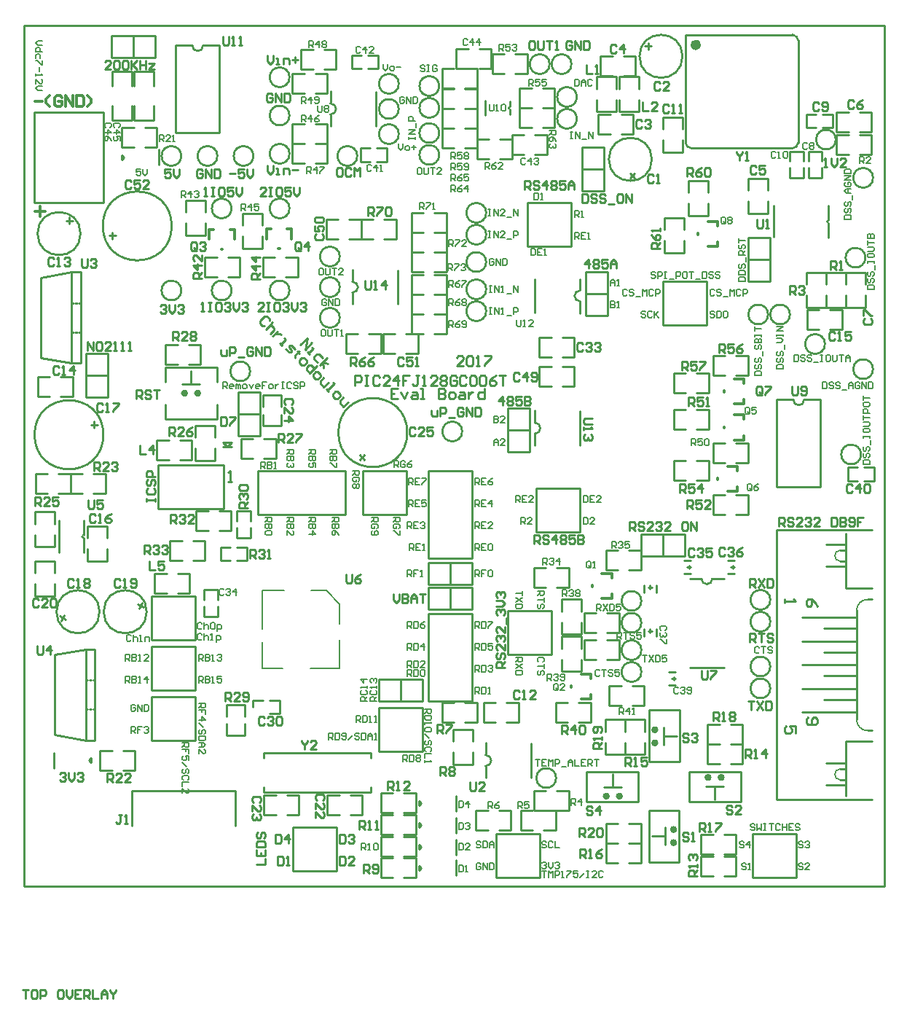
<source format=gto>
%FSAX24Y24*%
%MOIN*%
G70*
G01*
G75*
G04 Layer_Color=65535*
%ADD10C,0.0100*%
%ADD11R,0.0630X0.0512*%
%ADD12R,0.0512X0.0630*%
%ADD13R,0.0400X0.0400*%
%ADD14R,0.0400X0.0400*%
%ADD15R,0.0532X0.0394*%
%ADD16R,0.0374X0.0394*%
G04:AMPARAMS|DCode=17|XSize=86.6mil|YSize=27.6mil|CornerRadius=6.9mil|HoleSize=0mil|Usage=FLASHONLY|Rotation=90.000|XOffset=0mil|YOffset=0mil|HoleType=Round|Shape=RoundedRectangle|*
%AMROUNDEDRECTD17*
21,1,0.0866,0.0138,0,0,90.0*
21,1,0.0728,0.0276,0,0,90.0*
1,1,0.0138,0.0069,0.0364*
1,1,0.0138,0.0069,-0.0364*
1,1,0.0138,-0.0069,-0.0364*
1,1,0.0138,-0.0069,0.0364*
%
%ADD17ROUNDEDRECTD17*%
%ADD18O,0.0276X0.0866*%
G04:AMPARAMS|DCode=19|XSize=59.1mil|YSize=15.7mil|CornerRadius=3.9mil|HoleSize=0mil|Usage=FLASHONLY|Rotation=270.000|XOffset=0mil|YOffset=0mil|HoleType=Round|Shape=RoundedRectangle|*
%AMROUNDEDRECTD19*
21,1,0.0591,0.0079,0,0,270.0*
21,1,0.0512,0.0157,0,0,270.0*
1,1,0.0079,-0.0039,-0.0256*
1,1,0.0079,-0.0039,0.0256*
1,1,0.0079,0.0039,0.0256*
1,1,0.0079,0.0039,-0.0256*
%
%ADD19ROUNDEDRECTD19*%
%ADD20R,0.0600X0.0470*%
%ADD21R,0.0472X0.0591*%
%ADD22R,0.0591X0.0472*%
%ADD23R,0.0600X0.0825*%
%ADD24R,0.0550X0.0650*%
%ADD25R,0.0650X0.0550*%
G04:AMPARAMS|DCode=26|XSize=10.2mil|YSize=82.7mil|CornerRadius=2.6mil|HoleSize=0mil|Usage=FLASHONLY|Rotation=270.000|XOffset=0mil|YOffset=0mil|HoleType=Round|Shape=RoundedRectangle|*
%AMROUNDEDRECTD26*
21,1,0.0102,0.0776,0,0,270.0*
21,1,0.0051,0.0827,0,0,270.0*
1,1,0.0051,-0.0388,-0.0026*
1,1,0.0051,-0.0388,0.0026*
1,1,0.0051,0.0388,0.0026*
1,1,0.0051,0.0388,-0.0026*
%
%ADD26ROUNDEDRECTD26*%
G04:AMPARAMS|DCode=27|XSize=10.2mil|YSize=82.7mil|CornerRadius=2.6mil|HoleSize=0mil|Usage=FLASHONLY|Rotation=0.000|XOffset=0mil|YOffset=0mil|HoleType=Round|Shape=RoundedRectangle|*
%AMROUNDEDRECTD27*
21,1,0.0102,0.0776,0,0,0.0*
21,1,0.0051,0.0827,0,0,0.0*
1,1,0.0051,0.0026,-0.0388*
1,1,0.0051,-0.0026,-0.0388*
1,1,0.0051,-0.0026,0.0388*
1,1,0.0051,0.0026,0.0388*
%
%ADD27ROUNDEDRECTD27*%
%ADD28R,0.0394X0.0394*%
%ADD29R,0.1969X0.0827*%
G04:AMPARAMS|DCode=30|XSize=86.6mil|YSize=27.6mil|CornerRadius=6.9mil|HoleSize=0mil|Usage=FLASHONLY|Rotation=0.000|XOffset=0mil|YOffset=0mil|HoleType=Round|Shape=RoundedRectangle|*
%AMROUNDEDRECTD30*
21,1,0.0866,0.0138,0,0,0.0*
21,1,0.0728,0.0276,0,0,0.0*
1,1,0.0138,0.0364,-0.0069*
1,1,0.0138,-0.0364,-0.0069*
1,1,0.0138,-0.0364,0.0069*
1,1,0.0138,0.0364,0.0069*
%
%ADD30ROUNDEDRECTD30*%
%ADD31O,0.0866X0.0276*%
%ADD32R,0.0394X0.0374*%
%ADD33R,0.0394X0.0532*%
%ADD34C,0.1000*%
%ADD35C,0.0400*%
%ADD36C,0.0500*%
%ADD37C,0.0250*%
%ADD38C,0.0300*%
%ADD39C,0.0200*%
%ADD40C,0.0600*%
%ADD41C,0.0150*%
%ADD42C,0.0180*%
%ADD43C,0.0650*%
%ADD44C,0.0800*%
%ADD45C,0.0700*%
%ADD46C,0.0450*%
%ADD47C,0.0550*%
%ADD48C,0.0350*%
%ADD49C,0.0110*%
%ADD50P,0.0682X8X22.5*%
%ADD51C,0.0630*%
%ADD52P,0.0671X8X292.5*%
%ADD53C,0.0620*%
%ADD54C,0.1967*%
%ADD55C,0.0500*%
%ADD56C,0.0591*%
%ADD57R,0.0591X0.0591*%
%ADD58P,0.0649X8X112.5*%
%ADD59C,0.0600*%
%ADD60C,0.0709*%
%ADD61P,0.0682X8X112.5*%
%ADD62C,0.0787*%
%ADD63R,0.0787X0.0787*%
%ADD64P,0.0649X8X202.5*%
%ADD65C,0.1614*%
%ADD66C,0.0610*%
%ADD67C,0.1181*%
%ADD68C,0.1181*%
%ADD69C,0.0450*%
%ADD70C,0.0160*%
%ADD71C,0.0080*%
%ADD72C,0.0090*%
%ADD73C,0.0120*%
%ADD74C,0.0079*%
D10*
X026332Y045880D02*
G03*
X026332Y045880I-001575J000000D01*
G01*
X037109Y036430D02*
G03*
X037109Y036430I-001575J000000D01*
G01*
X049704Y053638D02*
G03*
X049704Y053638I-000984J000000D01*
G01*
X048302Y048928D02*
G03*
X048302Y048928I-000984J000000D01*
G01*
X034820Y049080D02*
G03*
X034820Y049080I-000450J000000D01*
G01*
X033600Y050980D02*
G03*
X033600Y051480I000000J000250D01*
G01*
X044870Y051780D02*
G03*
X044870Y051780I-000450J000000D01*
G01*
Y050780D02*
G03*
X044870Y050780I-000450J000000D01*
G01*
X043620Y053280D02*
G03*
X043620Y053280I-000450J000000D01*
G01*
X038570Y049130D02*
G03*
X038570Y049130I-000450J000000D01*
G01*
X031720Y049180D02*
G03*
X031720Y049180I-000450J000000D01*
G01*
Y052680D02*
G03*
X031720Y052680I-000450J000000D01*
G01*
X038570Y051280D02*
G03*
X038570Y051280I-000450J000000D01*
G01*
Y050130D02*
G03*
X038570Y050130I-000450J000000D01*
G01*
X041806Y051344D02*
G03*
X041806Y051216I000000J-000064D01*
G01*
X038570Y052280D02*
G03*
X038570Y052280I-000450J000000D01*
G01*
X036720Y052380D02*
G03*
X036720Y052380I-000450J000000D01*
G01*
Y050080D02*
G03*
X036720Y050080I-000450J000000D01*
G01*
X047820Y025480D02*
G03*
X047820Y025480I-000450J000000D01*
G01*
Y026480D02*
G03*
X047820Y026480I-000450J000000D01*
G01*
Y027730D02*
G03*
X047820Y027730I-000450J000000D01*
G01*
Y028730D02*
G03*
X047820Y028730I-000450J000000D01*
G01*
X053720Y025730D02*
G03*
X053720Y025730I-000450J000000D01*
G01*
Y024730D02*
G03*
X053720Y024730I-000450J000000D01*
G01*
Y027780D02*
G03*
X053720Y027780I-000450J000000D01*
G01*
Y028780D02*
G03*
X053720Y028780I-000450J000000D01*
G01*
X043920Y020630D02*
G03*
X043920Y020630I-000450J000000D01*
G01*
X056720Y049830D02*
G03*
X056720Y049830I-000450J000000D01*
G01*
X029070Y046680D02*
G03*
X029070Y046680I-000450J000000D01*
G01*
X029920Y039230D02*
G03*
X029920Y039230I-000450J000000D01*
G01*
X028420Y049080D02*
G03*
X028420Y049080I-000450J000000D01*
G01*
X030070D02*
G03*
X030070Y049080I-000450J000000D01*
G01*
X025188Y028236D02*
G03*
X025188Y028236I-000984J000000D01*
G01*
X023030Y028234D02*
G03*
X023030Y028234I-000984J000000D01*
G01*
X023207Y036330D02*
G03*
X023207Y036330I-001575J000000D01*
G01*
X022162Y045530D02*
G03*
X022162Y045530I-000984J000000D01*
G01*
X050570Y029750D02*
G03*
X051070Y029750I000250J000000D01*
G01*
X040700Y021180D02*
G03*
X040700Y021680I000000J000250D01*
G01*
X057870Y035430D02*
G03*
X057870Y035430I-000450J000000D01*
G01*
X058420Y048080D02*
G03*
X058420Y048080I-000450J000000D01*
G01*
X054620Y041830D02*
G03*
X054620Y041830I-000450J000000D01*
G01*
X053620D02*
G03*
X053620Y041830I-000450J000000D01*
G01*
X056220Y040480D02*
G03*
X056220Y040480I-000450J000000D01*
G01*
X058070Y044430D02*
G03*
X058070Y044430I-000450J000000D01*
G01*
X029070Y042930D02*
G03*
X029070Y042930I-000450J000000D01*
G01*
X026770Y049080D02*
G03*
X026770Y049080I-000450J000000D01*
G01*
X044620Y053280D02*
G03*
X044620Y053280I-000450J000000D01*
G01*
X036720Y051230D02*
G03*
X036720Y051230I-000450J000000D01*
G01*
X031720Y050930D02*
G03*
X031720Y050930I-000450J000000D01*
G01*
X042950Y036380D02*
G03*
X042950Y036880I000000J000250D01*
G01*
X045020Y042930D02*
G03*
X045020Y042430I000000J-000250D01*
G01*
X034020Y043080D02*
G03*
X034020Y043080I-000450J000000D01*
G01*
X040720Y045480D02*
G03*
X040720Y045480I-000450J000000D01*
G01*
X034020Y044480D02*
G03*
X034020Y044480I-000450J000000D01*
G01*
X040720Y046480D02*
G03*
X040720Y046480I-000450J000000D01*
G01*
Y044230D02*
G03*
X040720Y044230I-000450J000000D01*
G01*
Y041980D02*
G03*
X040720Y041980I-000450J000000D01*
G01*
X034020Y041680D02*
G03*
X034020Y041680I-000450J000000D01*
G01*
X040720Y042980D02*
G03*
X040720Y042980I-000450J000000D01*
G01*
X034600Y042830D02*
G03*
X034600Y043330I000000J000250D01*
G01*
X031720Y042930D02*
G03*
X031720Y042930I-000450J000000D01*
G01*
Y046680D02*
G03*
X031720Y046680I-000450J000000D01*
G01*
X039620Y036480D02*
G03*
X039620Y036480I-000450J000000D01*
G01*
X026770Y042930D02*
G03*
X026770Y042930I-000450J000000D01*
G01*
X058420Y039330D02*
G03*
X058420Y039330I-000450J000000D01*
G01*
X048820Y050305D02*
Y050855D01*
X049720D01*
Y050305D02*
Y050855D01*
X048820Y049255D02*
Y049805D01*
Y049255D02*
X049720D01*
Y049805D01*
X038070Y029480D02*
X040070D01*
Y030480D01*
X038070D02*
X040070D01*
X038070Y029480D02*
Y030480D01*
X039070Y029480D02*
Y030480D01*
X055170Y023630D02*
X057670D01*
X056170Y024213D02*
X057670D01*
X055170Y024713D02*
X057670D01*
X056170Y025297D02*
X057670D01*
X055170Y025797D02*
X057670D01*
X056170Y026380D02*
X057670D01*
X055170Y026880D02*
X057670D01*
X056170Y027463D02*
X057670D01*
X055170Y027963D02*
X057670D01*
X056920Y020547D02*
X057170D01*
X056920Y021047D02*
X057170D01*
X056270Y020297D02*
X057170D01*
X056270Y021297D02*
X057170D01*
X056920Y030547D02*
X057170D01*
X056920Y031047D02*
X057170D01*
X056270Y030297D02*
X057170D01*
X056270Y031297D02*
X057170D01*
Y029297D02*
Y031797D01*
Y029297D02*
X058380D01*
X057170Y019797D02*
Y022297D01*
X058380D01*
X058170Y022797D02*
X058370D01*
X057670Y023297D02*
Y028297D01*
X058170Y028797D02*
X058370D01*
X054003Y019630D02*
Y031963D01*
Y019630D02*
X058380D01*
X054003Y031963D02*
X058380D01*
X023610Y045280D02*
Y045580D01*
X023460Y045430D02*
X023760D01*
X034935Y035406D02*
X035147Y035194D01*
X034935D02*
X035147Y035406D01*
X025755Y048670D02*
Y049370D01*
X024035Y048920D02*
Y049120D01*
Y048920D02*
X024135Y049020D01*
X024035Y049120D02*
X024135Y049020D01*
X025095Y050380D02*
X025645D01*
Y049480D02*
Y050380D01*
X025095Y049480D02*
X025645D01*
X024045Y050380D02*
X024595D01*
X024045Y049480D02*
Y050380D01*
Y049480D02*
X024595D01*
X048130Y053960D02*
Y054260D01*
X047980Y054110D02*
X048280D01*
X046995Y053630D02*
X047545D01*
Y052730D02*
Y053630D01*
X046995Y052730D02*
X047545D01*
X045945Y053630D02*
X046495D01*
X045945Y052730D02*
Y053630D01*
Y052730D02*
X046495D01*
X046670Y051105D02*
Y051655D01*
X045770Y051105D02*
X046670D01*
X045770D02*
Y051655D01*
X046670Y052155D02*
Y052705D01*
X045770D02*
X046670D01*
X045770Y052155D02*
Y052705D01*
X046895Y050980D02*
X047445D01*
Y050080D02*
Y050980D01*
X046895Y050080D02*
X047445D01*
X045845Y050980D02*
X046395D01*
X045845Y050080D02*
Y050980D01*
Y050080D02*
X046395D01*
X047295Y048071D02*
X047507Y048283D01*
X047295D02*
X047507Y048071D01*
X049295Y036580D02*
X049845D01*
X049295D02*
Y037480D01*
X049845D01*
X050345Y036580D02*
X050895D01*
Y037480D01*
X050345D02*
X050895D01*
X049295Y038230D02*
X049845D01*
X049295D02*
Y039130D01*
X049845D01*
X050345Y038230D02*
X050895D01*
Y039130D01*
X050345D02*
X050895D01*
X052145Y039930D02*
X052695D01*
Y039030D02*
Y039930D01*
X052145Y039030D02*
X052695D01*
X051095Y039930D02*
X051645D01*
X051095Y039030D02*
Y039930D01*
Y039030D02*
X051645D01*
X054020Y037930D02*
X054770D01*
X055270D02*
X056020D01*
Y033930D02*
Y037930D01*
X054020Y033930D02*
X056020D01*
X054020D02*
Y037930D01*
X055395Y041130D02*
X055945D01*
X055395D02*
Y042030D01*
X055945D01*
X056445Y041130D02*
X056995D01*
Y042030D01*
X056445D02*
X056995D01*
X033600Y050450D02*
Y050980D01*
Y051500D02*
Y052030D01*
X035670Y050450D02*
Y052010D01*
X032245Y053030D02*
X032795D01*
X032245D02*
Y053930D01*
X032795D01*
X033295Y053030D02*
X033845D01*
Y053930D01*
X033295D02*
X033845D01*
X031845Y048730D02*
X032395D01*
X031845D02*
Y049630D01*
X032395D01*
X032895Y048730D02*
X033445D01*
Y049630D01*
X032895D02*
X033445D01*
X032895Y052830D02*
X033445D01*
Y051930D02*
Y052830D01*
X032895Y051930D02*
X033445D01*
X031845Y052830D02*
X032395D01*
X031845Y051930D02*
Y052830D01*
Y051930D02*
X032395D01*
X038695Y051230D02*
X039245D01*
X038695D02*
Y052130D01*
X039245D01*
X039745Y051230D02*
X040295D01*
Y052130D01*
X039745D02*
X040295D01*
X040995Y052830D02*
X041545D01*
X040995D02*
Y053730D01*
X041545D01*
X042045Y052830D02*
X042595D01*
Y053730D01*
X042045D02*
X042595D01*
X039345Y053080D02*
X039895D01*
X039345D02*
Y053980D01*
X039895D01*
X040395Y053080D02*
X040945D01*
Y053980D01*
X040395D02*
X040945D01*
X042945Y050030D02*
X043495D01*
Y049130D02*
Y050030D01*
X042945Y049130D02*
X043495D01*
X041895Y050030D02*
X042445D01*
X041895Y049130D02*
Y050030D01*
Y049130D02*
X042445D01*
X043295Y052180D02*
X043845D01*
Y051280D02*
Y052180D01*
X043295Y051280D02*
X043845D01*
X042245Y052180D02*
X042795D01*
X042245Y051280D02*
Y052180D01*
Y051280D02*
X042795D01*
X041345Y049830D02*
X041895D01*
Y048930D02*
Y049830D01*
X041345Y048930D02*
X041895D01*
X040295Y049830D02*
X040845D01*
X040295Y048930D02*
Y049830D01*
Y048930D02*
X040845D01*
X042245Y050380D02*
X042795D01*
X042245D02*
Y051280D01*
X042795D01*
X043295Y050380D02*
X043845D01*
Y051280D01*
X043295D02*
X043845D01*
X039745Y050330D02*
X040295D01*
Y049430D02*
Y050330D01*
X039745Y049430D02*
X040295D01*
X038695Y050330D02*
X039245D01*
X038695Y049430D02*
Y050330D01*
Y049430D02*
X039245D01*
X039745Y051230D02*
X040295D01*
Y050330D02*
Y051230D01*
X039745Y050330D02*
X040295D01*
X038695Y051230D02*
X039245D01*
X038695Y050330D02*
Y051230D01*
Y050330D02*
X039245D01*
X040680Y050950D02*
Y051610D01*
X041806Y050967D02*
Y051210D01*
Y051350D02*
Y051593D01*
X038695Y052180D02*
X039245D01*
X038695D02*
Y053080D01*
X039245D01*
X039745Y052180D02*
X040295D01*
Y053080D01*
X039745D02*
X040295D01*
X030500Y037600D02*
Y038130D01*
X031340Y037600D02*
Y038120D01*
X030500Y038130D02*
X031330D01*
X031340Y038120D01*
Y036730D02*
Y037260D01*
X030500Y036730D02*
X031340D01*
X030500D02*
Y037260D01*
X025645Y035180D02*
X026195D01*
X025645D02*
Y036080D01*
X026195D01*
X026695Y035180D02*
X027245D01*
Y036080D01*
X026695D02*
X027245D01*
X027295Y031480D02*
X027845D01*
Y030580D02*
Y031480D01*
X027295Y030580D02*
X027845D01*
X026245Y031480D02*
X026795D01*
X026245Y030580D02*
Y031480D01*
Y030580D02*
X026795D01*
X027445Y031930D02*
X027995D01*
X027445D02*
Y032830D01*
X027995D01*
X028495Y031930D02*
X029045D01*
Y032830D01*
X028495D02*
X029045D01*
X028320Y035155D02*
Y035705D01*
X027420Y035155D02*
X028320D01*
X027420D02*
Y035705D01*
X028320Y036205D02*
Y036755D01*
X027420D02*
X028320D01*
X027420Y036205D02*
Y036755D01*
X027095Y040430D02*
X027645D01*
Y039530D02*
Y040430D01*
X027095Y039530D02*
X027645D01*
X026045Y040430D02*
X026595D01*
X026045Y039530D02*
Y040430D01*
Y039530D02*
X026595D01*
X035820Y025130D02*
X037820D01*
X035820Y024130D02*
Y025130D01*
Y024130D02*
X037820D01*
Y025130D01*
X036820Y024130D02*
Y025130D01*
X035820Y023830D02*
X037820D01*
Y022830D02*
Y023830D01*
X035820Y022830D02*
Y023830D01*
X037820Y021830D02*
Y022830D01*
X035820Y021830D02*
X037820D01*
X035820D02*
Y022830D01*
Y021830D02*
X037820D01*
X024095Y021880D02*
X024645D01*
Y020980D02*
Y021880D01*
X024095Y020980D02*
X024645D01*
X023045Y021880D02*
X023595D01*
X023045Y020980D02*
Y021880D01*
Y020980D02*
X023595D01*
X024778Y028586D02*
X025038Y028436D01*
X024833Y028381D02*
X024983Y028641D01*
X021212Y028034D02*
X021472Y027884D01*
X021267Y027829D02*
X021417Y028089D01*
X023370Y030555D02*
Y031105D01*
X022470Y030555D02*
X023370D01*
X022470D02*
Y031105D01*
X023370Y031605D02*
Y032155D01*
X022470D02*
X023370D01*
X022470Y031605D02*
Y032155D01*
X022745Y034530D02*
X023295D01*
Y033630D02*
Y034530D01*
X022745Y033630D02*
X023295D01*
X021695Y034530D02*
X022245D01*
X021695Y033630D02*
Y034530D01*
Y033630D02*
X022245D01*
X021145Y034530D02*
X021695D01*
Y033630D02*
Y034530D01*
X021145Y033630D02*
X021695D01*
X020095Y034530D02*
X020645D01*
X020095Y033630D02*
Y034530D01*
Y033630D02*
X020645D01*
X023420Y038030D02*
Y040030D01*
X022420D02*
X023420D01*
X022420Y038030D02*
Y040030D01*
Y038030D02*
X023420D01*
X022420Y039030D02*
X023420D01*
X022780Y036630D02*
Y036930D01*
X022630Y036780D02*
X022930D01*
X038070Y028330D02*
X040070D01*
Y029330D01*
X038070D02*
X040070D01*
X038070Y028330D02*
Y029330D01*
X039070Y028330D02*
Y029330D01*
X038070Y024130D02*
X040070D01*
X038070D02*
Y028130D01*
X040070Y024130D02*
Y028130D01*
X038070D02*
X040070D01*
X038070Y034680D02*
X040070D01*
Y030680D02*
Y034680D01*
X038070Y030680D02*
Y034680D01*
Y030680D02*
X040070D01*
X043895Y023180D02*
X044445D01*
X043895D02*
Y024080D01*
X044445D01*
X044945Y023180D02*
X045495D01*
Y024080D01*
X044945D02*
X045495D01*
X044170Y026555D02*
Y027105D01*
X045070D01*
Y026555D02*
Y027105D01*
X044170Y025505D02*
Y026055D01*
Y025505D02*
X045070D01*
Y026055D01*
X046245Y026930D02*
X046795D01*
Y026030D02*
Y026930D01*
X046245Y026030D02*
X046795D01*
X045195Y026930D02*
X045745D01*
X045195Y026030D02*
Y026930D01*
Y026030D02*
X045745D01*
X045313Y020920D02*
X047675D01*
X045313Y019542D02*
Y020920D01*
X047675Y019542D02*
Y020920D01*
X045313Y019542D02*
X047675D01*
X049560Y021375D02*
Y023737D01*
X048182D02*
X049560D01*
X048182Y021375D02*
X049560D01*
X048182D02*
Y023737D01*
X023570Y054580D02*
X025570D01*
X023570Y053580D02*
Y054580D01*
Y053580D02*
X025570D01*
Y054580D01*
X024570Y053580D02*
Y054580D01*
X020056Y046930D02*
X023205D01*
X020056Y051080D02*
X023205D01*
X020056Y046930D02*
Y051080D01*
X023205Y046930D02*
Y051080D01*
X048510Y027120D02*
Y027440D01*
X047930Y027120D02*
Y027440D01*
X028720Y032930D02*
Y034930D01*
X027720Y032930D02*
X028720D01*
Y034930D01*
X027720D02*
X028720D01*
X026720Y032930D02*
X027720D01*
X026720Y034930D02*
X027720D01*
X025720Y032930D02*
Y034930D01*
Y032930D02*
X026720D01*
X025720Y034930D02*
X026720D01*
X041170Y016080D02*
Y018080D01*
X042170D01*
X041170Y016080D02*
X042170D01*
Y018080D02*
X043170D01*
Y016080D02*
Y018080D01*
X042170Y016080D02*
X043170D01*
Y018080D01*
X028895Y044430D02*
X029445D01*
Y043530D02*
Y044430D01*
X028895Y043530D02*
X029445D01*
X027845Y044430D02*
X028395D01*
X027845Y043530D02*
Y044430D01*
Y043530D02*
X028395D01*
X027870Y045455D02*
Y046005D01*
X026970Y045455D02*
X027870D01*
X026970D02*
Y046005D01*
X027870Y046505D02*
Y047055D01*
X026970D02*
X027870D01*
X026970Y046505D02*
Y047055D01*
X035895Y016080D02*
X036445D01*
X035895D02*
Y016980D01*
X036445D01*
X036945Y016080D02*
X037495D01*
Y016980D01*
X036945D02*
X037495D01*
X020070Y032255D02*
Y032805D01*
X020970D01*
Y032255D02*
Y032805D01*
X020070Y031205D02*
Y031755D01*
Y031205D02*
X020970D01*
Y031755D01*
X020070Y030005D02*
Y030555D01*
X020970D01*
Y030005D02*
Y030555D01*
X020070Y028955D02*
Y029505D01*
Y028955D02*
X020970D01*
Y029505D01*
X021650Y045970D02*
Y046270D01*
X021500Y046120D02*
X021800D01*
X020195Y038080D02*
X020745D01*
X020195D02*
Y038980D01*
X020745D01*
X021245Y038080D02*
X021795D01*
Y038980D01*
X021245D02*
X021795D01*
X049558Y016773D02*
Y019135D01*
X048180D02*
X049558D01*
X048180Y016773D02*
X049558D01*
X048180D02*
Y019135D01*
X049060Y024890D02*
X049380D01*
X049060Y025470D02*
X049380D01*
X053863Y046822D02*
Y046823D01*
X057795Y050030D02*
X058345D01*
Y049130D02*
Y050030D01*
X057795Y049130D02*
X058345D01*
X056745Y050030D02*
X057295D01*
X056745Y049130D02*
Y050030D01*
Y049130D02*
X057295D01*
X057795Y051080D02*
X058345D01*
Y050180D02*
Y051080D01*
X057795Y050180D02*
X058345D01*
X056745Y051080D02*
X057295D01*
X056745Y050180D02*
Y051080D01*
Y050180D02*
X057295D01*
X047720Y051105D02*
Y051655D01*
X046820Y051105D02*
X047720D01*
X046820D02*
Y051655D01*
X047720Y052155D02*
Y052705D01*
X046820D02*
X047720D01*
X046820Y052155D02*
Y052705D01*
X056270Y043205D02*
Y043755D01*
X057170D01*
Y043205D02*
Y043755D01*
X056270Y042155D02*
Y042705D01*
Y042155D02*
X057170D01*
Y042705D01*
X054920Y016080D02*
Y018080D01*
X053920Y016080D02*
X054920D01*
X053920Y018080D02*
X054920D01*
X052920Y016080D02*
X053920D01*
X052920D02*
Y018080D01*
X053920D01*
X052920Y016080D02*
Y018080D01*
X047245Y018530D02*
X047795D01*
Y017630D02*
Y018530D01*
X047245Y017630D02*
X047795D01*
X046195Y018530D02*
X046745D01*
X046195Y017630D02*
Y018530D01*
Y017630D02*
X046745D01*
X051895Y022180D02*
X052445D01*
Y021280D02*
Y022180D01*
X051895Y021280D02*
X052445D01*
X050845Y022180D02*
X051395D01*
X050845Y021280D02*
Y022180D01*
Y021280D02*
X051395D01*
X051895Y023080D02*
X052445D01*
Y022180D02*
Y023080D01*
X051895Y022180D02*
X052445D01*
X050845Y023080D02*
X051395D01*
X050845Y022180D02*
Y023080D01*
Y022180D02*
X051395D01*
X050015Y019540D02*
X052377D01*
Y020918D01*
X050015Y019540D02*
Y020918D01*
X052377D01*
X047245Y017630D02*
X047795D01*
Y016730D02*
Y017630D01*
X047245Y016730D02*
X047795D01*
X046195Y017630D02*
X046745D01*
X046195Y016730D02*
Y017630D01*
Y016730D02*
X046745D01*
X047970Y021705D02*
Y022255D01*
X047070Y021705D02*
X047970D01*
X047070D02*
Y022255D01*
X047970Y022755D02*
Y023305D01*
X047070D02*
X047970D01*
X047070Y022755D02*
Y023305D01*
Y021705D02*
Y022255D01*
X046170Y021705D02*
X047070D01*
X046170D02*
Y022255D01*
X047070Y022755D02*
Y023305D01*
X046170D02*
X047070D01*
X046170Y022755D02*
Y023305D01*
X051595Y018030D02*
X052145D01*
Y017130D02*
Y018030D01*
X051595Y017130D02*
X052145D01*
X050545Y018030D02*
X051095D01*
X050545Y017130D02*
Y018030D01*
Y017130D02*
X051095D01*
X051595Y017030D02*
X052145D01*
Y016130D02*
Y017030D01*
X051595Y016130D02*
X052145D01*
X050545Y017030D02*
X051095D01*
X050545Y016130D02*
Y017030D01*
Y016130D02*
X051095D01*
X049760Y029990D02*
X050080D01*
X049760Y030570D02*
X050080D01*
X051760D02*
X052080D01*
X051760Y029990D02*
X052080D01*
X047930Y029120D02*
Y029440D01*
X048510Y029120D02*
Y029440D01*
X041720Y026280D02*
Y028280D01*
X042720D01*
X041720Y026280D02*
Y028280D01*
Y026280D02*
X042720D01*
Y028280D02*
X043720D01*
X042720Y026280D02*
X043720D01*
Y028280D01*
X046345Y023930D02*
X046895D01*
X046345D02*
Y024830D01*
X046895D01*
X047395Y023930D02*
X047945D01*
Y024830D01*
X047395D02*
X047945D01*
X027420Y024630D02*
Y026630D01*
X026420Y024630D02*
X027420D01*
X026420Y026630D02*
X027420D01*
X025420Y024630D02*
X026420D01*
X025420D02*
Y026630D01*
X026420D01*
X025420Y024630D02*
Y026630D01*
X027420Y022330D02*
Y024330D01*
X026420Y022330D02*
X027420D01*
X026420Y024330D02*
X027420D01*
X025420Y022330D02*
X026420D01*
X025420D02*
Y024330D01*
X026420D01*
X025420Y022330D02*
Y024330D01*
X024508Y020053D02*
X029232D01*
X024508Y018432D02*
Y020053D01*
X029232Y018432D02*
Y020053D01*
X030545Y018930D02*
X031095D01*
X030545D02*
Y019830D01*
X031095D01*
X031595Y018930D02*
X032145D01*
Y019830D01*
X031595D02*
X032145D01*
X034495D02*
X035045D01*
Y018930D02*
Y019830D01*
X034495Y018930D02*
X035045D01*
X033445Y019830D02*
X033995D01*
X033445Y018930D02*
Y019830D01*
Y018930D02*
X033995D01*
X033870Y016380D02*
Y018380D01*
X032870Y016380D02*
X033870D01*
X032870Y018380D02*
X033870D01*
X031870Y016380D02*
X032870D01*
X031870D02*
Y018380D01*
X032870D01*
X031870Y016380D02*
Y018380D01*
X022555Y021440D02*
X022655Y021340D01*
X022555Y021440D02*
X022655Y021540D01*
Y021340D02*
Y021540D01*
X020935Y021090D02*
Y021790D01*
X039355Y018120D02*
Y018820D01*
X037635Y018370D02*
Y018570D01*
Y018370D02*
X037735Y018470D01*
X037635Y018570D02*
X037735Y018470D01*
X039355Y016170D02*
Y016870D01*
X037635Y016420D02*
Y016620D01*
Y016420D02*
X037735Y016520D01*
X037635Y016620D02*
X037735Y016520D01*
X035895Y017030D02*
X036445D01*
X035895D02*
Y017930D01*
X036445D01*
X036945Y017030D02*
X037495D01*
Y017930D01*
X036945D02*
X037495D01*
X037635Y017570D02*
X037735Y017470D01*
X037635Y017370D02*
X037735Y017470D01*
X037635Y017370D02*
Y017570D01*
X039355Y017120D02*
Y017820D01*
X037635Y019570D02*
X037735Y019470D01*
X037635Y019370D02*
X037735Y019470D01*
X037635Y019370D02*
Y019570D01*
X039355Y019120D02*
Y019820D01*
X035895Y018030D02*
X036445D01*
X035895D02*
Y018930D01*
X036445D01*
X036945Y018030D02*
X037495D01*
Y018930D01*
X036945D02*
X037495D01*
X035895Y019030D02*
X036445D01*
X035895D02*
Y019930D01*
X036445D01*
X036945Y019030D02*
X037495D01*
Y019930D01*
X036945D02*
X037495D01*
X038695Y023180D02*
X039245D01*
X038695D02*
Y024080D01*
X039245D01*
X039745Y023180D02*
X040295D01*
Y024080D01*
X039745D02*
X040295D01*
X040120Y021255D02*
Y021805D01*
X039220Y021255D02*
X040120D01*
X039220D02*
Y021805D01*
X040120Y022305D02*
Y022855D01*
X039220D02*
X040120D01*
X039220Y022305D02*
Y022855D01*
X041645Y024080D02*
X042195D01*
Y023180D02*
Y024080D01*
X041645Y023180D02*
X042195D01*
X040595Y024080D02*
X041145D01*
X040595Y023180D02*
Y024080D01*
Y023180D02*
X041145D01*
X042295Y018230D02*
X042845D01*
X042295D02*
Y019130D01*
X042845D01*
X043345Y018230D02*
X043895D01*
Y019130D01*
X043345D02*
X043895D01*
X042895D02*
X043445D01*
X042895D02*
Y020030D01*
X043445D01*
X043945Y019130D02*
X044495D01*
Y020030D01*
X043945D02*
X044495D01*
X041295Y019130D02*
X041845D01*
Y018230D02*
Y019130D01*
X041295Y018230D02*
X041845D01*
X040245Y019130D02*
X040795D01*
X040245Y018230D02*
Y019130D01*
Y018230D02*
X040795D01*
X028670Y035970D02*
X028870Y035770D01*
X028670Y035970D02*
X029070D01*
X028870Y035770D02*
X029070Y035970D01*
X028670Y035770D02*
X029070D01*
X030270Y032680D02*
Y034680D01*
X034270D01*
X030270Y032680D02*
X034270D01*
Y034680D01*
X025545Y029080D02*
X026095D01*
X025545D02*
Y029980D01*
X026095D01*
X026595Y029080D02*
X027145D01*
Y029980D01*
X026595D02*
X027145D01*
X029495Y035230D02*
X030045D01*
X029495D02*
Y036130D01*
X030045D01*
X030545Y035230D02*
X031095D01*
Y036130D01*
X030545D02*
X031095D01*
X030559Y019990D02*
X035459D01*
X030559Y021770D02*
X035459D01*
X030559Y019990D02*
Y020229D01*
Y021532D02*
Y021770D01*
X035459Y021532D02*
Y021770D01*
Y019990D02*
Y020229D01*
X051090Y029750D02*
X051620D01*
X050040D02*
X050570D01*
X050040Y025680D02*
X051600D01*
X042770Y020650D02*
Y022210D01*
X040700Y021700D02*
Y022230D01*
Y020650D02*
Y021180D01*
X045070Y027205D02*
Y027755D01*
X044170Y027205D02*
X045070D01*
X044170D02*
Y027755D01*
X045070Y028255D02*
Y028805D01*
X044170D02*
X045070D01*
X044170Y028255D02*
Y028805D01*
X046245Y028180D02*
X046795D01*
Y027280D02*
Y028180D01*
X046245Y027280D02*
X046795D01*
X045195Y028180D02*
X045745D01*
X045195Y027280D02*
Y028180D01*
Y027280D02*
X045745D01*
X046195Y030130D02*
X046745D01*
X046195D02*
Y031030D01*
X046745D01*
X047245Y030130D02*
X047795D01*
Y031030D01*
X047245D02*
X047795D01*
X042895Y029330D02*
X043445D01*
X042895D02*
Y030230D01*
X043445D01*
X043945Y029330D02*
X044495D01*
Y030230D01*
X043945D02*
X044495D01*
X026520Y050130D02*
Y054130D01*
Y050130D02*
X028520D01*
Y054130D01*
X027770D02*
X028520D01*
X026520D02*
X027270D01*
X032895Y050530D02*
X033445D01*
Y049630D02*
Y050530D01*
X032895Y049630D02*
X033445D01*
X031845Y050530D02*
X032395D01*
X031845Y049630D02*
Y050530D01*
Y049630D02*
X032395D01*
X047820Y030780D02*
X049820D01*
Y031780D01*
X047820D02*
X049820D01*
X047820Y030780D02*
Y031780D01*
X048820Y030780D02*
Y031780D01*
X049295Y034230D02*
X049845D01*
X049295D02*
Y035130D01*
X049845D01*
X050345Y034230D02*
X050895D01*
Y035130D01*
X050345D02*
X050895D01*
X052145Y033580D02*
X052695D01*
Y032680D02*
Y033580D01*
X052145Y032680D02*
X052695D01*
X051095Y033580D02*
X051645D01*
X051095Y032680D02*
Y033580D01*
Y032680D02*
X051645D01*
X052720Y047505D02*
Y048055D01*
X053620D01*
Y047505D02*
Y048055D01*
X052720Y046455D02*
Y047005D01*
Y046455D02*
X053620D01*
Y047005D01*
X058070Y042155D02*
Y042705D01*
X057170Y042155D02*
X058070D01*
X057170D02*
Y042705D01*
X058070Y043205D02*
Y043755D01*
X057170D02*
X058070D01*
X057170Y043205D02*
Y043755D01*
X055370Y043205D02*
Y043755D01*
X056270D01*
Y043205D02*
Y043755D01*
X055370Y042155D02*
Y042705D01*
Y042155D02*
X056270D01*
Y042705D01*
X053720Y043330D02*
Y045330D01*
X052720D02*
X053720D01*
X052720Y043330D02*
Y045330D01*
Y043330D02*
X053720D01*
X052720Y044330D02*
X053720D01*
X052145Y035930D02*
X052695D01*
Y035030D02*
Y035930D01*
X052145Y035030D02*
X052695D01*
X051095Y035930D02*
X051645D01*
X051095Y035030D02*
Y035930D01*
Y035030D02*
X051645D01*
X048820Y041330D02*
Y043330D01*
X049820D01*
X048820Y041330D02*
Y043330D01*
Y041330D02*
X049820D01*
Y043330D02*
X050820D01*
X049820Y041330D02*
X050820D01*
Y043330D01*
X049770Y044655D02*
Y045205D01*
X048870Y044655D02*
X049770D01*
X048870D02*
Y045205D01*
X049770Y045705D02*
Y046255D01*
X048870D02*
X049770D01*
X048870Y045705D02*
Y046255D01*
X045120Y048480D02*
X046120D01*
X045120Y047480D02*
X046120D01*
X045120D02*
Y049480D01*
X046120D01*
Y047480D02*
Y049480D01*
X050870Y046355D02*
Y046905D01*
X049970Y046355D02*
X050870D01*
X049970D02*
Y046905D01*
X050870Y047405D02*
Y047955D01*
X049970D02*
X050870D01*
X049970Y047405D02*
Y047955D01*
X030370Y036280D02*
Y038280D01*
X029370D02*
X030370D01*
X029370Y036280D02*
Y038280D01*
Y036280D02*
X030370D01*
X029370Y037280D02*
X030370D01*
X044195Y040780D02*
X044745D01*
Y039880D02*
Y040780D01*
X044195Y039880D02*
X044745D01*
X043145Y040780D02*
X043695D01*
X043145Y039880D02*
Y040780D01*
Y039880D02*
X043695D01*
X043020Y031880D02*
Y033880D01*
X044020D01*
X043020Y031880D02*
Y033880D01*
Y031880D02*
X044020D01*
Y033880D02*
X045020D01*
X044020Y031880D02*
X045020D01*
Y033880D01*
X042950Y035850D02*
Y036380D01*
Y036900D02*
Y037430D01*
X045020Y035850D02*
Y037410D01*
X044620Y044930D02*
Y046930D01*
X043620Y044930D02*
X044620D01*
Y046930D01*
X043620D02*
X044620D01*
X042620Y044930D02*
X043620D01*
X042620Y046930D02*
X043620D01*
X042620Y044930D02*
Y046930D01*
X043145Y038530D02*
X043695D01*
X043145D02*
Y039430D01*
X043695D01*
X044195Y038530D02*
X044745D01*
Y039430D01*
X044195D02*
X044745D01*
X045020Y042930D02*
Y043460D01*
Y041880D02*
Y042410D01*
X042950Y041900D02*
Y043460D01*
X041720Y036530D02*
X042720D01*
X041720Y037530D02*
X042720D01*
Y035530D02*
Y037530D01*
X041720Y035530D02*
X042720D01*
X041720D02*
Y037530D01*
X045270Y042780D02*
X046270D01*
X045270Y041780D02*
X046270D01*
X045270D02*
Y043780D01*
X046270D01*
Y041780D02*
Y043780D01*
X038345Y044680D02*
X038895D01*
Y043780D02*
Y044680D01*
X038345Y043780D02*
X038895D01*
X037295Y044680D02*
X037845D01*
X037295Y043780D02*
Y044680D01*
Y043780D02*
X037845D01*
X038345Y045580D02*
X038895D01*
Y044680D02*
Y045580D01*
X038345Y044680D02*
X038895D01*
X037295Y045580D02*
X037845D01*
X037295Y044680D02*
Y045580D01*
Y044680D02*
X037845D01*
X038345Y046480D02*
X038895D01*
Y045580D02*
Y046480D01*
X038345Y045580D02*
X038895D01*
X037295Y046480D02*
X037845D01*
X037295Y045580D02*
Y046480D01*
Y045580D02*
X037845D01*
X036045Y046180D02*
X036595D01*
Y045280D02*
Y046180D01*
X036045Y045280D02*
X036595D01*
X034995Y046180D02*
X035545D01*
X034995Y045280D02*
Y046180D01*
Y045280D02*
X035545D01*
X034445Y046180D02*
X034995D01*
Y045280D02*
Y046180D01*
X034445Y045280D02*
X034995D01*
X033395Y046180D02*
X033945D01*
X033395Y045280D02*
Y046180D01*
Y045280D02*
X033945D01*
X035995Y040030D02*
X036545D01*
X035995D02*
Y040930D01*
X036545D01*
X037045Y040030D02*
X037595D01*
Y040930D01*
X037045D02*
X037595D01*
X038345Y041830D02*
X038895D01*
Y040930D02*
Y041830D01*
X038345Y040930D02*
X038895D01*
X037295Y041830D02*
X037845D01*
X037295Y040930D02*
Y041830D01*
Y040930D02*
X037845D01*
X038345Y042730D02*
X038895D01*
Y041830D02*
Y042730D01*
X038345Y041830D02*
X038895D01*
X037295Y042730D02*
X037845D01*
X037295Y041830D02*
Y042730D01*
Y041830D02*
X037845D01*
X038345Y043630D02*
X038895D01*
Y042730D02*
Y043630D01*
X038345Y042730D02*
X038895D01*
X037295Y043630D02*
X037845D01*
X037295Y042730D02*
Y043630D01*
Y042730D02*
X037845D01*
X034600Y042300D02*
Y042830D01*
Y043350D02*
Y043880D01*
X036670Y042300D02*
Y043860D01*
X035345Y040930D02*
X035895D01*
Y040030D02*
Y040930D01*
X035345Y040030D02*
X035895D01*
X034295Y040930D02*
X034845D01*
X034295Y040030D02*
Y040930D01*
Y040030D02*
X034845D01*
X030470Y044855D02*
Y045405D01*
X029570Y044855D02*
X030470D01*
X029570D02*
Y045405D01*
X030470Y045905D02*
Y046455D01*
X029570D02*
X030470D01*
X029570Y045905D02*
Y046455D01*
X031545Y044430D02*
X032095D01*
Y043530D02*
Y044430D01*
X031545Y043530D02*
X032095D01*
X030495Y044430D02*
X031045D01*
X030495Y043530D02*
Y044430D01*
Y043530D02*
X031045D01*
X028850Y022580D02*
Y023110D01*
Y022580D02*
X029690D01*
Y023110D01*
X029680Y023980D02*
X029690Y023970D01*
X028850Y023980D02*
X029680D01*
X029690Y023450D02*
Y023970D01*
X028850Y023450D02*
Y023980D01*
X025420Y026930D02*
Y028930D01*
X026420D01*
X025420Y026930D02*
X026420D01*
Y028930D02*
X027420D01*
Y026930D02*
Y028930D01*
X026420Y026930D02*
X027420D01*
Y028930D01*
X035070Y032680D02*
Y034680D01*
X036070D01*
X035070Y032680D02*
X036070D01*
Y034680D02*
X037070D01*
Y032680D02*
Y034680D01*
X036070Y032680D02*
X037070D01*
Y034680D01*
X024487Y047913D02*
X024420Y047980D01*
X024287D01*
X024220Y047913D01*
Y047647D01*
X024287Y047580D01*
X024420D01*
X024487Y047647D01*
X024886Y047980D02*
X024620D01*
Y047780D01*
X024753Y047847D01*
X024820D01*
X024886Y047780D01*
Y047647D01*
X024820Y047580D01*
X024687D01*
X024620Y047647D01*
X025286Y047580D02*
X025020D01*
X025286Y047847D01*
Y047913D01*
X025220Y047980D01*
X025086D01*
X025020Y047913D01*
X028970Y048280D02*
X029237D01*
X029636Y048480D02*
X029370D01*
Y048280D01*
X029503Y048347D01*
X029570D01*
X029636Y048280D01*
Y048147D01*
X029570Y048080D01*
X029437D01*
X029370Y048147D01*
X029770Y048480D02*
Y048213D01*
X029903Y048080D01*
X030036Y048213D01*
Y048480D01*
X027737Y048413D02*
X027670Y048480D01*
X027537D01*
X027470Y048413D01*
Y048147D01*
X027537Y048080D01*
X027670D01*
X027737Y048147D01*
Y048280D01*
X027603D01*
X027870Y048080D02*
Y048480D01*
X028136Y048080D01*
Y048480D01*
X028270D02*
Y048080D01*
X028470D01*
X028536Y048147D01*
Y048413D01*
X028470Y048480D01*
X028270D01*
X025820Y042213D02*
X025887Y042280D01*
X026020D01*
X026087Y042213D01*
Y042147D01*
X026020Y042080D01*
X025953D01*
X026020D01*
X026087Y042013D01*
Y041947D01*
X026020Y041880D01*
X025887D01*
X025820Y041947D01*
X026220Y042280D02*
Y042013D01*
X026353Y041880D01*
X026486Y042013D01*
Y042280D01*
X026620Y042213D02*
X026686Y042280D01*
X026820D01*
X026886Y042213D01*
Y042147D01*
X026820Y042080D01*
X026753D01*
X026820D01*
X026886Y042013D01*
Y041947D01*
X026820Y041880D01*
X026686D01*
X026620Y041947D01*
X028570Y040197D02*
Y039997D01*
X028637Y039930D01*
X028837D01*
Y040197D01*
X028970Y039930D02*
Y040330D01*
X029170D01*
X029236Y040263D01*
Y040130D01*
X029170Y040063D01*
X028970D01*
X029370Y039863D02*
X029636D01*
X030036Y040263D02*
X029970Y040330D01*
X029836D01*
X029770Y040263D01*
Y039997D01*
X029836Y039930D01*
X029970D01*
X030036Y039997D01*
Y040130D01*
X029903D01*
X030169Y039930D02*
Y040330D01*
X030436Y039930D01*
Y040330D01*
X030569D02*
Y039930D01*
X030769D01*
X030836Y039997D01*
Y040263D01*
X030769Y040330D01*
X030569D01*
X026287Y048480D02*
X026020D01*
Y048280D01*
X026153Y048347D01*
X026220D01*
X026287Y048280D01*
Y048147D01*
X026220Y048080D01*
X026087D01*
X026020Y048147D01*
X026420Y048480D02*
Y048213D01*
X026553Y048080D01*
X026686Y048213D01*
Y048480D01*
X038220Y037447D02*
Y037247D01*
X038287Y037180D01*
X038487D01*
Y037447D01*
X038620Y037180D02*
Y037580D01*
X038820D01*
X038886Y037513D01*
Y037380D01*
X038820Y037313D01*
X038620D01*
X039020Y037113D02*
X039286D01*
X039686Y037513D02*
X039620Y037580D01*
X039486D01*
X039420Y037513D01*
Y037247D01*
X039486Y037180D01*
X039620D01*
X039686Y037247D01*
Y037380D01*
X039553D01*
X039819Y037180D02*
Y037580D01*
X040086Y037180D01*
Y037580D01*
X040219D02*
Y037180D01*
X040419D01*
X040486Y037247D01*
Y037513D01*
X040419Y037580D01*
X040219D01*
X023537Y053030D02*
X023270D01*
X023537Y053297D01*
Y053363D01*
X023470Y053430D01*
X023337D01*
X023270Y053363D01*
X023670D02*
X023737Y053430D01*
X023870D01*
X023936Y053363D01*
Y053097D01*
X023870Y053030D01*
X023737D01*
X023670Y053097D01*
Y053363D01*
X024070D02*
X024136Y053430D01*
X024270D01*
X024336Y053363D01*
Y053097D01*
X024270Y053030D01*
X024136D01*
X024070Y053097D01*
Y053363D01*
X024470Y053430D02*
Y053030D01*
Y053163D01*
X024736Y053430D01*
X024536Y053230D01*
X024736Y053030D01*
X024869Y053430D02*
Y053030D01*
Y053230D01*
X025136D01*
Y053430D01*
Y053030D01*
X025269Y053297D02*
X025536D01*
X025269Y053030D01*
X025536D01*
X028670Y054530D02*
Y054197D01*
X028737Y054130D01*
X028870D01*
X028937Y054197D01*
Y054530D01*
X029070Y054130D02*
X029203D01*
X029137D01*
Y054530D01*
X029070Y054463D01*
X029403Y054130D02*
X029536D01*
X029470D01*
Y054530D01*
X029403Y054463D01*
X054720Y038530D02*
Y038197D01*
X054787Y038130D01*
X054920D01*
X054987Y038197D01*
Y038530D01*
X055120Y038197D02*
X055187Y038130D01*
X055320D01*
X055386Y038197D01*
Y038463D01*
X055320Y038530D01*
X055187D01*
X055120Y038463D01*
Y038397D01*
X055187Y038330D01*
X055386D01*
X045120Y047330D02*
Y046930D01*
X045320D01*
X045387Y046997D01*
Y047263D01*
X045320Y047330D01*
X045120D01*
X045786Y047263D02*
X045720Y047330D01*
X045587D01*
X045520Y047263D01*
Y047197D01*
X045587Y047130D01*
X045720D01*
X045786Y047063D01*
Y046997D01*
X045720Y046930D01*
X045587D01*
X045520Y046997D01*
X046186Y047263D02*
X046120Y047330D01*
X045986D01*
X045920Y047263D01*
Y047197D01*
X045986Y047130D01*
X046120D01*
X046186Y047063D01*
Y046997D01*
X046120Y046930D01*
X045986D01*
X045920Y046997D01*
X046320Y046863D02*
X046586D01*
X046919Y047330D02*
X046786D01*
X046719Y047263D01*
Y046997D01*
X046786Y046930D01*
X046919D01*
X046986Y046997D01*
Y047263D01*
X046919Y047330D01*
X047119Y046930D02*
Y047330D01*
X047386Y046930D01*
Y047330D01*
X030637Y047230D02*
X030370D01*
X030637Y047497D01*
Y047563D01*
X030570Y047630D01*
X030437D01*
X030370Y047563D01*
X030770Y047630D02*
X030903D01*
X030837D01*
Y047230D01*
X030770D01*
X030903D01*
X031303Y047630D02*
X031170D01*
X031103Y047563D01*
Y047297D01*
X031170Y047230D01*
X031303D01*
X031370Y047297D01*
Y047563D01*
X031303Y047630D01*
X031770D02*
X031503D01*
Y047430D01*
X031636Y047497D01*
X031703D01*
X031770Y047430D01*
Y047297D01*
X031703Y047230D01*
X031570D01*
X031503Y047297D01*
X031903Y047630D02*
Y047363D01*
X032036Y047230D01*
X032169Y047363D01*
Y047630D01*
X030537Y041980D02*
X030270D01*
X030537Y042247D01*
Y042313D01*
X030470Y042380D01*
X030337D01*
X030270Y042313D01*
X030670Y042380D02*
X030803D01*
X030737D01*
Y041980D01*
X030670D01*
X030803D01*
X031203Y042380D02*
X031070D01*
X031003Y042313D01*
Y042047D01*
X031070Y041980D01*
X031203D01*
X031270Y042047D01*
Y042313D01*
X031203Y042380D01*
X031403Y042313D02*
X031470Y042380D01*
X031603D01*
X031670Y042313D01*
Y042247D01*
X031603Y042180D01*
X031536D01*
X031603D01*
X031670Y042113D01*
Y042047D01*
X031603Y041980D01*
X031470D01*
X031403Y042047D01*
X031803Y042380D02*
Y042113D01*
X031936Y041980D01*
X032069Y042113D01*
Y042380D01*
X032203Y042313D02*
X032269Y042380D01*
X032403D01*
X032469Y042313D01*
Y042247D01*
X032403Y042180D01*
X032336D01*
X032403D01*
X032469Y042113D01*
Y042047D01*
X032403Y041980D01*
X032269D01*
X032203Y042047D01*
X027820Y047230D02*
X027953D01*
X027887D01*
Y047630D01*
X027820Y047563D01*
X028153Y047630D02*
X028287D01*
X028220D01*
Y047230D01*
X028153D01*
X028287D01*
X028686Y047630D02*
X028553D01*
X028486Y047563D01*
Y047297D01*
X028553Y047230D01*
X028686D01*
X028753Y047297D01*
Y047563D01*
X028686Y047630D01*
X029153D02*
X028886D01*
Y047430D01*
X029020Y047497D01*
X029086D01*
X029153Y047430D01*
Y047297D01*
X029086Y047230D01*
X028953D01*
X028886Y047297D01*
X029286Y047630D02*
Y047363D01*
X029419Y047230D01*
X029553Y047363D01*
Y047630D01*
X027670Y041980D02*
X027803D01*
X027737D01*
Y042380D01*
X027670Y042313D01*
X028003Y042380D02*
X028137D01*
X028070D01*
Y041980D01*
X028003D01*
X028137D01*
X028536Y042380D02*
X028403D01*
X028336Y042313D01*
Y042047D01*
X028403Y041980D01*
X028536D01*
X028603Y042047D01*
Y042313D01*
X028536Y042380D01*
X028736Y042313D02*
X028803Y042380D01*
X028936D01*
X029003Y042313D01*
Y042247D01*
X028936Y042180D01*
X028870D01*
X028936D01*
X029003Y042113D01*
Y042047D01*
X028936Y041980D01*
X028803D01*
X028736Y042047D01*
X029136Y042380D02*
Y042113D01*
X029269Y041980D01*
X029403Y042113D01*
Y042380D01*
X029536Y042313D02*
X029603Y042380D01*
X029736D01*
X029803Y042313D01*
Y042247D01*
X029736Y042180D01*
X029669D01*
X029736D01*
X029803Y042113D01*
Y042047D01*
X029736Y041980D01*
X029603D01*
X029536Y042047D01*
X030370Y043430D02*
X029970D01*
Y043630D01*
X030037Y043697D01*
X030170D01*
X030237Y043630D01*
Y043430D01*
Y043563D02*
X030370Y043697D01*
Y044030D02*
X029970D01*
X030170Y043830D01*
Y044096D01*
X030370Y044430D02*
X029970D01*
X030170Y044230D01*
Y044496D01*
X027720Y043480D02*
X027320D01*
Y043680D01*
X027387Y043747D01*
X027520D01*
X027587Y043680D01*
Y043480D01*
Y043613D02*
X027720Y043747D01*
Y044080D02*
X027320D01*
X027520Y043880D01*
Y044146D01*
X027720Y044546D02*
Y044280D01*
X027453Y044546D01*
X027387D01*
X027320Y044480D01*
Y044346D01*
X027387Y044280D01*
X032237Y044797D02*
Y045063D01*
X032170Y045130D01*
X032037D01*
X031970Y045063D01*
Y044797D01*
X032037Y044730D01*
X032170D01*
X032103Y044863D02*
X032237Y044730D01*
X032170D02*
X032237Y044797D01*
X032570Y044730D02*
Y045130D01*
X032370Y044930D01*
X032636D01*
X027487Y044797D02*
Y045063D01*
X027420Y045130D01*
X027287D01*
X027220Y045063D01*
Y044797D01*
X027287Y044730D01*
X027420D01*
X027353Y044863D02*
X027487Y044730D01*
X027420D02*
X027487Y044797D01*
X027620Y045063D02*
X027687Y045130D01*
X027820D01*
X027886Y045063D01*
Y044997D01*
X027820Y044930D01*
X027753D01*
X027820D01*
X027886Y044863D01*
Y044797D01*
X027820Y044730D01*
X027687D01*
X027620Y044797D01*
X022520Y033340D02*
Y033007D01*
X022587Y032940D01*
X022720D01*
X022787Y033007D01*
Y033340D01*
X023186D02*
X022920D01*
Y033140D01*
X023053Y033207D01*
X023120D01*
X023186Y033140D01*
Y033007D01*
X023120Y032940D01*
X022987D01*
X022920Y033007D01*
X048387Y048163D02*
X048320Y048230D01*
X048187D01*
X048120Y048163D01*
Y047897D01*
X048187Y047830D01*
X048320D01*
X048387Y047897D01*
X048520Y047830D02*
X048653D01*
X048587D01*
Y048230D01*
X048520Y048163D01*
X048687Y052413D02*
X048620Y052480D01*
X048487D01*
X048420Y052413D01*
Y052147D01*
X048487Y052080D01*
X048620D01*
X048687Y052147D01*
X049086Y052080D02*
X048820D01*
X049086Y052347D01*
Y052413D01*
X049020Y052480D01*
X048887D01*
X048820Y052413D01*
X047837Y050663D02*
X047770Y050730D01*
X047637D01*
X047570Y050663D01*
Y050397D01*
X047637Y050330D01*
X047770D01*
X047837Y050397D01*
X047970Y050663D02*
X048037Y050730D01*
X048170D01*
X048236Y050663D01*
Y050597D01*
X048170Y050530D01*
X048103D01*
X048170D01*
X048236Y050463D01*
Y050397D01*
X048170Y050330D01*
X048037D01*
X047970Y050397D01*
X046687Y054113D02*
X046620Y054180D01*
X046487D01*
X046420Y054113D01*
Y053847D01*
X046487Y053780D01*
X046620D01*
X046687Y053847D01*
X047020Y053780D02*
Y054180D01*
X046820Y053980D01*
X047086D01*
X053087Y048573D02*
X053020Y048640D01*
X052887D01*
X052820Y048573D01*
Y048307D01*
X052887Y048240D01*
X053020D01*
X053087Y048307D01*
X053486Y048640D02*
X053220D01*
Y048440D01*
X053353Y048507D01*
X053420D01*
X053486Y048440D01*
Y048307D01*
X053420Y048240D01*
X053287D01*
X053220Y048307D01*
X057537Y051563D02*
X057470Y051630D01*
X057337D01*
X057270Y051563D01*
Y051297D01*
X057337Y051230D01*
X057470D01*
X057537Y051297D01*
X057936Y051630D02*
X057803Y051563D01*
X057670Y051430D01*
Y051297D01*
X057737Y051230D01*
X057870D01*
X057936Y051297D01*
Y051363D01*
X057870Y051430D01*
X057670D01*
X058037Y041647D02*
X057970Y041580D01*
Y041447D01*
X058037Y041380D01*
X058303D01*
X058370Y041447D01*
Y041580D01*
X058303Y041647D01*
X057970Y041780D02*
Y042046D01*
X058037D01*
X058303Y041780D01*
X058370D01*
X055937Y051463D02*
X055870Y051530D01*
X055737D01*
X055670Y051463D01*
Y051197D01*
X055737Y051130D01*
X055870D01*
X055937Y051197D01*
X056070D02*
X056137Y051130D01*
X056270D01*
X056336Y051197D01*
Y051463D01*
X056270Y051530D01*
X056137D01*
X056070Y051463D01*
Y051397D01*
X056137Y051330D01*
X056336D01*
X049087Y051363D02*
X049020Y051430D01*
X048887D01*
X048820Y051363D01*
Y051097D01*
X048887Y051030D01*
X049020D01*
X049087Y051097D01*
X049220Y051030D02*
X049353D01*
X049287D01*
Y051430D01*
X049220Y051363D01*
X049553Y051030D02*
X049686D01*
X049620D01*
Y051430D01*
X049553Y051363D01*
X042237Y024563D02*
X042170Y024630D01*
X042037D01*
X041970Y024563D01*
Y024297D01*
X042037Y024230D01*
X042170D01*
X042237Y024297D01*
X042370Y024230D02*
X042503D01*
X042437D01*
Y024630D01*
X042370Y024563D01*
X042970Y024230D02*
X042703D01*
X042970Y024497D01*
Y024563D01*
X042903Y024630D01*
X042770D01*
X042703Y024563D01*
X020937Y044363D02*
X020870Y044430D01*
X020737D01*
X020670Y044363D01*
Y044097D01*
X020737Y044030D01*
X020870D01*
X020937Y044097D01*
X021070Y044030D02*
X021203D01*
X021137D01*
Y044430D01*
X021070Y044363D01*
X021403D02*
X021470Y044430D01*
X021603D01*
X021670Y044363D01*
Y044297D01*
X021603Y044230D01*
X021536D01*
X021603D01*
X021670Y044163D01*
Y044097D01*
X021603Y044030D01*
X021470D01*
X021403Y044097D01*
X021187Y039413D02*
X021120Y039480D01*
X020987D01*
X020920Y039413D01*
Y039147D01*
X020987Y039080D01*
X021120D01*
X021187Y039147D01*
X021320Y039080D02*
X021453D01*
X021387D01*
Y039480D01*
X021320Y039413D01*
X021853Y039080D02*
Y039480D01*
X021653Y039280D01*
X021920D01*
X022827Y032643D02*
X022760Y032710D01*
X022627D01*
X022560Y032643D01*
Y032377D01*
X022627Y032310D01*
X022760D01*
X022827Y032377D01*
X022960Y032310D02*
X023093D01*
X023027D01*
Y032710D01*
X022960Y032643D01*
X023560Y032710D02*
X023426Y032643D01*
X023293Y032510D01*
Y032377D01*
X023360Y032310D01*
X023493D01*
X023560Y032377D01*
Y032443D01*
X023493Y032510D01*
X023293D01*
X023167Y037703D02*
X023100Y037770D01*
X022967D01*
X022900Y037703D01*
Y037437D01*
X022967Y037370D01*
X023100D01*
X023167Y037437D01*
X023300Y037370D02*
X023433D01*
X023367D01*
Y037770D01*
X023300Y037703D01*
X023633Y037770D02*
X023900D01*
Y037703D01*
X023633Y037437D01*
Y037370D01*
X021837Y029663D02*
X021770Y029730D01*
X021637D01*
X021570Y029663D01*
Y029397D01*
X021637Y029330D01*
X021770D01*
X021837Y029397D01*
X021970Y029330D02*
X022103D01*
X022037D01*
Y029730D01*
X021970Y029663D01*
X022303D02*
X022370Y029730D01*
X022503D01*
X022570Y029663D01*
Y029597D01*
X022503Y029530D01*
X022570Y029463D01*
Y029397D01*
X022503Y029330D01*
X022370D01*
X022303Y029397D01*
Y029463D01*
X022370Y029530D01*
X022303Y029597D01*
Y029663D01*
X022370Y029530D02*
X022503D01*
X023987Y029663D02*
X023920Y029730D01*
X023787D01*
X023720Y029663D01*
Y029397D01*
X023787Y029330D01*
X023920D01*
X023987Y029397D01*
X024120Y029330D02*
X024253D01*
X024187D01*
Y029730D01*
X024120Y029663D01*
X024453Y029397D02*
X024520Y029330D01*
X024653D01*
X024720Y029397D01*
Y029663D01*
X024653Y029730D01*
X024520D01*
X024453Y029663D01*
Y029597D01*
X024520Y029530D01*
X024720D01*
X020237Y028773D02*
X020170Y028840D01*
X020037D01*
X019970Y028773D01*
Y028507D01*
X020037Y028440D01*
X020170D01*
X020237Y028507D01*
X020636Y028440D02*
X020370D01*
X020636Y028707D01*
Y028773D01*
X020570Y028840D01*
X020437D01*
X020370Y028773D01*
X020770D02*
X020836Y028840D01*
X020970D01*
X021036Y028773D01*
Y028507D01*
X020970Y028440D01*
X020836D01*
X020770Y028507D01*
Y028773D01*
X033253Y019613D02*
X033320Y019680D01*
Y019813D01*
X033253Y019880D01*
X032987D01*
X032920Y019813D01*
Y019680D01*
X032987Y019613D01*
X032920Y019214D02*
Y019480D01*
X033187Y019214D01*
X033253D01*
X033320Y019280D01*
Y019413D01*
X033253Y019480D01*
X032920Y018814D02*
Y019080D01*
X033187Y018814D01*
X033253D01*
X033320Y018880D01*
Y019014D01*
X033253Y019080D01*
X030353Y019513D02*
X030420Y019580D01*
Y019713D01*
X030353Y019780D01*
X030087D01*
X030020Y019713D01*
Y019580D01*
X030087Y019513D01*
X030020Y019114D02*
Y019380D01*
X030287Y019114D01*
X030353D01*
X030420Y019180D01*
Y019313D01*
X030353Y019380D01*
Y018980D02*
X030420Y018914D01*
Y018780D01*
X030353Y018714D01*
X030287D01*
X030220Y018780D01*
Y018847D01*
Y018780D01*
X030153Y018714D01*
X030087D01*
X030020Y018780D01*
Y018914D01*
X030087Y018980D01*
X031803Y037713D02*
X031870Y037780D01*
Y037913D01*
X031803Y037980D01*
X031537D01*
X031470Y037913D01*
Y037780D01*
X031537Y037713D01*
X031470Y037314D02*
Y037580D01*
X031737Y037314D01*
X031803D01*
X031870Y037380D01*
Y037513D01*
X031803Y037580D01*
X031470Y036980D02*
X031870D01*
X031670Y037180D01*
Y036914D01*
X037487Y036613D02*
X037420Y036680D01*
X037287D01*
X037220Y036613D01*
Y036347D01*
X037287Y036280D01*
X037420D01*
X037487Y036347D01*
X037886Y036280D02*
X037620D01*
X037886Y036547D01*
Y036613D01*
X037820Y036680D01*
X037687D01*
X037620Y036613D01*
X038286Y036680D02*
X038020D01*
Y036480D01*
X038153Y036547D01*
X038220D01*
X038286Y036480D01*
Y036347D01*
X038220Y036280D01*
X038086D01*
X038020Y036347D01*
X030587Y023363D02*
X030520Y023430D01*
X030387D01*
X030320Y023363D01*
Y023097D01*
X030387Y023030D01*
X030520D01*
X030587Y023097D01*
X030720Y023363D02*
X030787Y023430D01*
X030920D01*
X030986Y023363D01*
Y023297D01*
X030920Y023230D01*
X030853D01*
X030920D01*
X030986Y023163D01*
Y023097D01*
X030920Y023030D01*
X030787D01*
X030720Y023097D01*
X031120Y023363D02*
X031186Y023430D01*
X031320D01*
X031386Y023363D01*
Y023097D01*
X031320Y023030D01*
X031186D01*
X031120Y023097D01*
Y023363D01*
X021220Y020813D02*
X021287Y020880D01*
X021420D01*
X021487Y020813D01*
Y020747D01*
X021420Y020680D01*
X021353D01*
X021420D01*
X021487Y020613D01*
Y020547D01*
X021420Y020480D01*
X021287D01*
X021220Y020547D01*
X021620Y020880D02*
Y020613D01*
X021753Y020480D01*
X021886Y020613D01*
Y020880D01*
X022020Y020813D02*
X022086Y020880D01*
X022220D01*
X022286Y020813D01*
Y020747D01*
X022220Y020680D01*
X022153D01*
X022220D01*
X022286Y020613D01*
Y020547D01*
X022220Y020480D01*
X022086D01*
X022020Y020547D01*
X028570Y037130D02*
Y036730D01*
X028770D01*
X028837Y036797D01*
Y037063D01*
X028770Y037130D01*
X028570D01*
X028970D02*
X029236D01*
Y037063D01*
X028970Y036797D01*
Y036730D01*
X024037Y018930D02*
X023903D01*
X023970D01*
Y018597D01*
X023903Y018530D01*
X023837D01*
X023770Y018597D01*
X024170Y018530D02*
X024303D01*
X024237D01*
Y018930D01*
X024170Y018863D01*
X022470Y040180D02*
Y040580D01*
X022737Y040180D01*
Y040580D01*
X023070D02*
X022937D01*
X022870Y040513D01*
Y040247D01*
X022937Y040180D01*
X023070D01*
X023136Y040247D01*
Y040513D01*
X023070Y040580D01*
X023536Y040180D02*
X023270D01*
X023536Y040447D01*
Y040513D01*
X023470Y040580D01*
X023336D01*
X023270Y040513D01*
X023670Y040180D02*
X023803D01*
X023736D01*
Y040580D01*
X023670Y040513D01*
X024003Y040180D02*
X024136D01*
X024069D01*
Y040580D01*
X024003Y040513D01*
X024336Y040180D02*
X024469D01*
X024403D01*
Y040580D01*
X024336Y040513D01*
X036470Y029030D02*
Y028763D01*
X036603Y028630D01*
X036737Y028763D01*
Y029030D01*
X036870D02*
Y028630D01*
X037070D01*
X037136Y028697D01*
Y028763D01*
X037070Y028830D01*
X036870D01*
X037070D01*
X037136Y028897D01*
Y028963D01*
X037070Y029030D01*
X036870D01*
X037270Y028630D02*
Y028897D01*
X037403Y029030D01*
X037536Y028897D01*
Y028630D01*
Y028830D01*
X037270D01*
X037670Y029030D02*
X037936D01*
X037803D01*
Y028630D01*
X045320Y053230D02*
Y052830D01*
X045587D01*
X045720D02*
X045853D01*
X045787D01*
Y053230D01*
X045720Y053163D01*
X047870Y051530D02*
Y051130D01*
X048137D01*
X048536D02*
X048270D01*
X048536Y051397D01*
Y051463D01*
X048470Y051530D01*
X048337D01*
X048270Y051463D01*
X024870Y035830D02*
Y035430D01*
X025137D01*
X025470D02*
Y035830D01*
X025270Y035630D01*
X025536D01*
X025320Y030530D02*
Y030130D01*
X025587D01*
X025986Y030530D02*
X025720D01*
Y030330D01*
X025853Y030397D01*
X025920D01*
X025986Y030330D01*
Y030197D01*
X025920Y030130D01*
X025787D01*
X025720Y030197D01*
X030220Y016680D02*
X030620D01*
Y016947D01*
X030220Y017346D02*
Y017080D01*
X030620D01*
Y017346D01*
X030420Y017080D02*
Y017213D01*
X030220Y017480D02*
X030620D01*
Y017680D01*
X030553Y017746D01*
X030287D01*
X030220Y017680D01*
Y017480D01*
X030287Y018146D02*
X030220Y018080D01*
Y017946D01*
X030287Y017880D01*
X030353D01*
X030420Y017946D01*
Y018080D01*
X030487Y018146D01*
X030553D01*
X030620Y018080D01*
Y017946D01*
X030553Y017880D01*
X025170Y033280D02*
Y033413D01*
Y033347D01*
X025570D01*
Y033280D01*
Y033413D01*
X025237Y033880D02*
X025170Y033813D01*
Y033680D01*
X025237Y033613D01*
X025503D01*
X025570Y033680D01*
Y033813D01*
X025503Y033880D01*
X025237Y034280D02*
X025170Y034213D01*
Y034080D01*
X025237Y034013D01*
X025303D01*
X025370Y034080D01*
Y034213D01*
X025437Y034280D01*
X025503D01*
X025570Y034213D01*
Y034080D01*
X025503Y034013D01*
X025570Y034413D02*
X025170D01*
Y034613D01*
X025237Y034680D01*
X025370D01*
X025437Y034613D01*
Y034413D01*
X056470Y043880D02*
Y044280D01*
X056670D01*
X056737Y044213D01*
Y044080D01*
X056670Y044013D01*
X056470D01*
X056603D02*
X056737Y043880D01*
X056870D02*
X057003D01*
X056937D01*
Y044280D01*
X056870Y044213D01*
X054620Y042730D02*
Y043130D01*
X054820D01*
X054887Y043063D01*
Y042930D01*
X054820Y042863D01*
X054620D01*
X054753D02*
X054887Y042730D01*
X055020Y043063D02*
X055087Y043130D01*
X055220D01*
X055286Y043063D01*
Y042997D01*
X055220Y042930D01*
X055153D01*
X055220D01*
X055286Y042863D01*
Y042797D01*
X055220Y042730D01*
X055087D01*
X055020Y042797D01*
X038470Y022680D02*
Y023080D01*
X038670D01*
X038737Y023013D01*
Y022880D01*
X038670Y022813D01*
X038470D01*
X038603D02*
X038737Y022680D01*
X038870Y023080D02*
X039136D01*
Y023013D01*
X038870Y022747D01*
Y022680D01*
X038620Y020730D02*
Y021130D01*
X038820D01*
X038887Y021063D01*
Y020930D01*
X038820Y020863D01*
X038620D01*
X038753D02*
X038887Y020730D01*
X039020Y021063D02*
X039087Y021130D01*
X039220D01*
X039286Y021063D01*
Y020997D01*
X039220Y020930D01*
X039286Y020863D01*
Y020797D01*
X039220Y020730D01*
X039087D01*
X039020Y020797D01*
Y020863D01*
X039087Y020930D01*
X039020Y020997D01*
Y021063D01*
X039087Y020930D02*
X039220D01*
X035120Y016280D02*
Y016680D01*
X035320D01*
X035387Y016613D01*
Y016480D01*
X035320Y016413D01*
X035120D01*
X035253D02*
X035387Y016280D01*
X035520Y016347D02*
X035587Y016280D01*
X035720D01*
X035786Y016347D01*
Y016613D01*
X035720Y016680D01*
X035587D01*
X035520Y016613D01*
Y016547D01*
X035587Y016480D01*
X035786D01*
X034920Y018280D02*
Y018680D01*
X035120D01*
X035187Y018613D01*
Y018480D01*
X035120Y018413D01*
X034920D01*
X035053D02*
X035187Y018280D01*
X035320D02*
X035453D01*
X035387D01*
Y018680D01*
X035320Y018613D01*
X035653Y018280D02*
X035786D01*
X035720D01*
Y018680D01*
X035653Y018613D01*
X036220Y020080D02*
Y020480D01*
X036420D01*
X036487Y020413D01*
Y020280D01*
X036420Y020213D01*
X036220D01*
X036353D02*
X036487Y020080D01*
X036620D02*
X036753D01*
X036687D01*
Y020480D01*
X036620Y020413D01*
X037220Y020080D02*
X036953D01*
X037220Y020347D01*
Y020413D01*
X037153Y020480D01*
X037020D01*
X036953Y020413D01*
X050370Y016130D02*
X049970D01*
Y016330D01*
X050037Y016397D01*
X050170D01*
X050237Y016330D01*
Y016130D01*
Y016263D02*
X050370Y016397D01*
Y016530D02*
Y016663D01*
Y016597D01*
X049970D01*
X050037Y016530D01*
Y016863D02*
X049970Y016930D01*
Y017063D01*
X050037Y017130D01*
X050103D01*
X050170Y017063D01*
Y016996D01*
Y017063D01*
X050237Y017130D01*
X050303D01*
X050370Y017063D01*
Y016930D01*
X050303Y016863D01*
X052570Y021530D02*
Y021930D01*
X052770D01*
X052837Y021863D01*
Y021730D01*
X052770Y021663D01*
X052570D01*
X052703D02*
X052837Y021530D01*
X052970D02*
X053103D01*
X053037D01*
Y021930D01*
X052970Y021863D01*
X053503Y021530D02*
Y021930D01*
X053303Y021730D01*
X053570D01*
X047070Y021180D02*
Y021580D01*
X047270D01*
X047337Y021513D01*
Y021380D01*
X047270Y021313D01*
X047070D01*
X047203D02*
X047337Y021180D01*
X047470D02*
X047603D01*
X047537D01*
Y021580D01*
X047470Y021513D01*
X048070Y021580D02*
X047803D01*
Y021380D01*
X047936Y021447D01*
X048003D01*
X048070Y021380D01*
Y021247D01*
X048003Y021180D01*
X047870D01*
X047803Y021247D01*
X045020Y016980D02*
Y017380D01*
X045220D01*
X045287Y017313D01*
Y017180D01*
X045220Y017113D01*
X045020D01*
X045153D02*
X045287Y016980D01*
X045420D02*
X045553D01*
X045487D01*
Y017380D01*
X045420Y017313D01*
X046020Y017380D02*
X045886Y017313D01*
X045753Y017180D01*
Y017047D01*
X045820Y016980D01*
X045953D01*
X046020Y017047D01*
Y017113D01*
X045953Y017180D01*
X045753D01*
X050470Y018180D02*
Y018580D01*
X050670D01*
X050737Y018513D01*
Y018380D01*
X050670Y018313D01*
X050470D01*
X050603D02*
X050737Y018180D01*
X050870D02*
X051003D01*
X050937D01*
Y018580D01*
X050870Y018513D01*
X051203Y018580D02*
X051470D01*
Y018513D01*
X051203Y018247D01*
Y018180D01*
X051120Y023230D02*
Y023630D01*
X051320D01*
X051387Y023563D01*
Y023430D01*
X051320Y023363D01*
X051120D01*
X051253D02*
X051387Y023230D01*
X051520D02*
X051653D01*
X051587D01*
Y023630D01*
X051520Y023563D01*
X051853D02*
X051920Y023630D01*
X052053D01*
X052120Y023563D01*
Y023497D01*
X052053Y023430D01*
X052120Y023363D01*
Y023297D01*
X052053Y023230D01*
X051920D01*
X051853Y023297D01*
Y023363D01*
X051920Y023430D01*
X051853Y023497D01*
Y023563D01*
X051920Y023430D02*
X052053D01*
X046020Y021980D02*
X045620D01*
Y022180D01*
X045687Y022247D01*
X045820D01*
X045887Y022180D01*
Y021980D01*
Y022113D02*
X046020Y022247D01*
Y022380D02*
Y022513D01*
Y022447D01*
X045620D01*
X045687Y022380D01*
X045953Y022713D02*
X046020Y022780D01*
Y022913D01*
X045953Y022980D01*
X045687D01*
X045620Y022913D01*
Y022780D01*
X045687Y022713D01*
X045753D01*
X045820Y022780D01*
Y022980D01*
X044970Y017930D02*
Y018330D01*
X045170D01*
X045237Y018263D01*
Y018130D01*
X045170Y018063D01*
X044970D01*
X045103D02*
X045237Y017930D01*
X045636D02*
X045370D01*
X045636Y018197D01*
Y018263D01*
X045570Y018330D01*
X045437D01*
X045370Y018263D01*
X045770D02*
X045836Y018330D01*
X045970D01*
X046036Y018263D01*
Y017997D01*
X045970Y017930D01*
X045836D01*
X045770Y017997D01*
Y018263D01*
X023370Y020430D02*
Y020830D01*
X023570D01*
X023637Y020763D01*
Y020630D01*
X023570Y020563D01*
X023370D01*
X023503D02*
X023637Y020430D01*
X024036D02*
X023770D01*
X024036Y020697D01*
Y020763D01*
X023970Y020830D01*
X023837D01*
X023770Y020763D01*
X024436Y020430D02*
X024170D01*
X024436Y020697D01*
Y020763D01*
X024370Y020830D01*
X024236D01*
X024170Y020763D01*
X022770Y034680D02*
Y035080D01*
X022970D01*
X023037Y035013D01*
Y034880D01*
X022970Y034813D01*
X022770D01*
X022903D02*
X023037Y034680D01*
X023436D02*
X023170D01*
X023436Y034947D01*
Y035013D01*
X023370Y035080D01*
X023237D01*
X023170Y035013D01*
X023570D02*
X023636Y035080D01*
X023770D01*
X023836Y035013D01*
Y034947D01*
X023770Y034880D01*
X023703D01*
X023770D01*
X023836Y034813D01*
Y034747D01*
X023770Y034680D01*
X023636D01*
X023570Y034747D01*
X020070Y033090D02*
Y033490D01*
X020270D01*
X020337Y033423D01*
Y033290D01*
X020270Y033223D01*
X020070D01*
X020203D02*
X020337Y033090D01*
X020736D02*
X020470D01*
X020736Y033357D01*
Y033423D01*
X020670Y033490D01*
X020537D01*
X020470Y033423D01*
X021136Y033490D02*
X020870D01*
Y033290D01*
X021003Y033357D01*
X021070D01*
X021136Y033290D01*
Y033157D01*
X021070Y033090D01*
X020936D01*
X020870Y033157D01*
X026220Y036280D02*
Y036680D01*
X026420D01*
X026487Y036613D01*
Y036480D01*
X026420Y036413D01*
X026220D01*
X026353D02*
X026487Y036280D01*
X026886D02*
X026620D01*
X026886Y036547D01*
Y036613D01*
X026820Y036680D01*
X026687D01*
X026620Y036613D01*
X027286Y036680D02*
X027153Y036613D01*
X027020Y036480D01*
Y036347D01*
X027086Y036280D01*
X027220D01*
X027286Y036347D01*
Y036413D01*
X027220Y036480D01*
X027020D01*
X031220Y035980D02*
Y036380D01*
X031420D01*
X031487Y036313D01*
Y036180D01*
X031420Y036113D01*
X031220D01*
X031353D02*
X031487Y035980D01*
X031886D02*
X031620D01*
X031886Y036247D01*
Y036313D01*
X031820Y036380D01*
X031687D01*
X031620Y036313D01*
X032020Y036380D02*
X032286D01*
Y036313D01*
X032020Y036047D01*
Y035980D01*
X026370Y040630D02*
Y041030D01*
X026570D01*
X026637Y040963D01*
Y040830D01*
X026570Y040763D01*
X026370D01*
X026503D02*
X026637Y040630D01*
X027036D02*
X026770D01*
X027036Y040897D01*
Y040963D01*
X026970Y041030D01*
X026837D01*
X026770Y040963D01*
X027170D02*
X027236Y041030D01*
X027370D01*
X027436Y040963D01*
Y040897D01*
X027370Y040830D01*
X027436Y040763D01*
Y040697D01*
X027370Y040630D01*
X027236D01*
X027170Y040697D01*
Y040763D01*
X027236Y040830D01*
X027170Y040897D01*
Y040963D01*
X027236Y040830D02*
X027370D01*
X028770Y024130D02*
Y024530D01*
X028970D01*
X029037Y024463D01*
Y024330D01*
X028970Y024263D01*
X028770D01*
X028903D02*
X029037Y024130D01*
X029436D02*
X029170D01*
X029436Y024397D01*
Y024463D01*
X029370Y024530D01*
X029237D01*
X029170Y024463D01*
X029570Y024197D02*
X029636Y024130D01*
X029770D01*
X029836Y024197D01*
Y024463D01*
X029770Y024530D01*
X029636D01*
X029570Y024463D01*
Y024397D01*
X029636Y024330D01*
X029836D01*
X029820Y032980D02*
X029420D01*
Y033180D01*
X029487Y033247D01*
X029620D01*
X029687Y033180D01*
Y032980D01*
Y033113D02*
X029820Y033247D01*
X029487Y033380D02*
X029420Y033447D01*
Y033580D01*
X029487Y033646D01*
X029553D01*
X029620Y033580D01*
Y033513D01*
Y033580D01*
X029687Y033646D01*
X029753D01*
X029820Y033580D01*
Y033447D01*
X029753Y033380D01*
X029487Y033780D02*
X029420Y033846D01*
Y033980D01*
X029487Y034046D01*
X029753D01*
X029820Y033980D01*
Y033846D01*
X029753Y033780D01*
X029487D01*
X029920Y030680D02*
Y031080D01*
X030120D01*
X030187Y031013D01*
Y030880D01*
X030120Y030813D01*
X029920D01*
X030053D02*
X030187Y030680D01*
X030320Y031013D02*
X030387Y031080D01*
X030520D01*
X030586Y031013D01*
Y030947D01*
X030520Y030880D01*
X030453D01*
X030520D01*
X030586Y030813D01*
Y030747D01*
X030520Y030680D01*
X030387D01*
X030320Y030747D01*
X030720Y030680D02*
X030853D01*
X030786D01*
Y031080D01*
X030720Y031013D01*
X026270Y032280D02*
Y032680D01*
X026470D01*
X026537Y032613D01*
Y032480D01*
X026470Y032413D01*
X026270D01*
X026403D02*
X026537Y032280D01*
X026670Y032613D02*
X026737Y032680D01*
X026870D01*
X026936Y032613D01*
Y032547D01*
X026870Y032480D01*
X026803D01*
X026870D01*
X026936Y032413D01*
Y032347D01*
X026870Y032280D01*
X026737D01*
X026670Y032347D01*
X027336Y032280D02*
X027070D01*
X027336Y032547D01*
Y032613D01*
X027270Y032680D01*
X027136D01*
X027070Y032613D01*
X025070Y030880D02*
Y031280D01*
X025270D01*
X025337Y031213D01*
Y031080D01*
X025270Y031013D01*
X025070D01*
X025203D02*
X025337Y030880D01*
X025470Y031213D02*
X025537Y031280D01*
X025670D01*
X025736Y031213D01*
Y031147D01*
X025670Y031080D01*
X025603D01*
X025670D01*
X025736Y031013D01*
Y030947D01*
X025670Y030880D01*
X025537D01*
X025470Y030947D01*
X025870Y031213D02*
X025936Y031280D01*
X026070D01*
X026136Y031213D01*
Y031147D01*
X026070Y031080D01*
X026003D01*
X026070D01*
X026136Y031013D01*
Y030947D01*
X026070Y030880D01*
X025936D01*
X025870Y030947D01*
X049987Y018063D02*
X049920Y018130D01*
X049787D01*
X049720Y018063D01*
Y017997D01*
X049787Y017930D01*
X049920D01*
X049987Y017863D01*
Y017797D01*
X049920Y017730D01*
X049787D01*
X049720Y017797D01*
X050120Y017730D02*
X050253D01*
X050187D01*
Y018130D01*
X050120Y018063D01*
X051987Y019313D02*
X051920Y019380D01*
X051787D01*
X051720Y019313D01*
Y019247D01*
X051787Y019180D01*
X051920D01*
X051987Y019113D01*
Y019047D01*
X051920Y018980D01*
X051787D01*
X051720Y019047D01*
X052386Y018980D02*
X052120D01*
X052386Y019247D01*
Y019313D01*
X052320Y019380D01*
X052187D01*
X052120Y019313D01*
X049987Y022613D02*
X049920Y022680D01*
X049787D01*
X049720Y022613D01*
Y022547D01*
X049787Y022480D01*
X049920D01*
X049987Y022413D01*
Y022347D01*
X049920Y022280D01*
X049787D01*
X049720Y022347D01*
X050120Y022613D02*
X050187Y022680D01*
X050320D01*
X050386Y022613D01*
Y022547D01*
X050320Y022480D01*
X050253D01*
X050320D01*
X050386Y022413D01*
Y022347D01*
X050320Y022280D01*
X050187D01*
X050120Y022347D01*
X045587Y019263D02*
X045520Y019330D01*
X045387D01*
X045320Y019263D01*
Y019197D01*
X045387Y019130D01*
X045520D01*
X045587Y019063D01*
Y018997D01*
X045520Y018930D01*
X045387D01*
X045320Y018997D01*
X045920Y018930D02*
Y019330D01*
X045720Y019130D01*
X045986D01*
X024720Y037980D02*
Y038380D01*
X024920D01*
X024987Y038313D01*
Y038180D01*
X024920Y038113D01*
X024720D01*
X024853D02*
X024987Y037980D01*
X025386Y038313D02*
X025320Y038380D01*
X025187D01*
X025120Y038313D01*
Y038247D01*
X025187Y038180D01*
X025320D01*
X025386Y038113D01*
Y038047D01*
X025320Y037980D01*
X025187D01*
X025120Y038047D01*
X025520Y038380D02*
X025786D01*
X025653D01*
Y037980D01*
X056170Y048580D02*
X056303D01*
X056237D01*
Y048980D01*
X056170Y048913D01*
X056503Y048980D02*
Y048713D01*
X056637Y048580D01*
X056770Y048713D01*
Y048980D01*
X057170Y048580D02*
X056903D01*
X057170Y048847D01*
Y048913D01*
X057103Y048980D01*
X056970D01*
X056903Y048913D01*
X053120Y046180D02*
Y045847D01*
X053187Y045780D01*
X053320D01*
X053387Y045847D01*
Y046180D01*
X053520Y045780D02*
X053653D01*
X053587D01*
Y046180D01*
X053520Y046113D01*
X039970Y020430D02*
Y020097D01*
X040037Y020030D01*
X040170D01*
X040237Y020097D01*
Y020430D01*
X040636Y020030D02*
X040370D01*
X040636Y020297D01*
Y020363D01*
X040570Y020430D01*
X040437D01*
X040370Y020363D01*
X022220Y044380D02*
Y044047D01*
X022287Y043980D01*
X022420D01*
X022487Y044047D01*
Y044380D01*
X022620Y044313D02*
X022687Y044380D01*
X022820D01*
X022886Y044313D01*
Y044247D01*
X022820Y044180D01*
X022753D01*
X022820D01*
X022886Y044113D01*
Y044047D01*
X022820Y043980D01*
X022687D01*
X022620Y044047D01*
X034320Y029930D02*
Y029597D01*
X034387Y029530D01*
X034520D01*
X034587Y029597D01*
Y029930D01*
X034986D02*
X034853Y029863D01*
X034720Y029730D01*
Y029597D01*
X034787Y029530D01*
X034920D01*
X034986Y029597D01*
Y029663D01*
X034920Y029730D01*
X034720D01*
X052170Y049280D02*
Y049213D01*
X052303Y049080D01*
X052437Y049213D01*
Y049280D01*
X052303Y049080D02*
Y048880D01*
X052570D02*
X052703D01*
X052637D01*
Y049280D01*
X052570Y049213D01*
X032270Y022330D02*
Y022263D01*
X032403Y022130D01*
X032537Y022263D01*
Y022330D01*
X032403Y022130D02*
Y021930D01*
X032936D02*
X032670D01*
X032936Y022197D01*
Y022263D01*
X032870Y022330D01*
X032737D01*
X032670Y022263D01*
X056687Y040963D02*
X056620Y041030D01*
X056487D01*
X056420Y040963D01*
Y040697D01*
X056487Y040630D01*
X056620D01*
X056687Y040697D01*
X056820Y040630D02*
X056953D01*
X056887D01*
Y041030D01*
X056820Y040963D01*
X057420Y041030D02*
X057153D01*
Y040830D01*
X057286Y040897D01*
X057353D01*
X057420Y040830D01*
Y040697D01*
X057353Y040630D01*
X057220D01*
X057153Y040697D01*
X020180Y026680D02*
Y026347D01*
X020247Y026280D01*
X020380D01*
X020447Y026347D01*
Y026680D01*
X020780Y026280D02*
Y026680D01*
X020580Y026480D01*
X020846D01*
X050237Y031063D02*
X050170Y031130D01*
X050037D01*
X049970Y031063D01*
Y030797D01*
X050037Y030730D01*
X050170D01*
X050237Y030797D01*
X050370Y031063D02*
X050437Y031130D01*
X050570D01*
X050636Y031063D01*
Y030997D01*
X050570Y030930D01*
X050503D01*
X050570D01*
X050636Y030863D01*
Y030797D01*
X050570Y030730D01*
X050437D01*
X050370Y030797D01*
X051036Y031130D02*
X050770D01*
Y030930D01*
X050903Y030997D01*
X050970D01*
X051036Y030930D01*
Y030797D01*
X050970Y030730D01*
X050836D01*
X050770Y030797D01*
X051637Y031113D02*
X051570Y031180D01*
X051437D01*
X051370Y031113D01*
Y030847D01*
X051437Y030780D01*
X051570D01*
X051637Y030847D01*
X051770Y031113D02*
X051837Y031180D01*
X051970D01*
X052036Y031113D01*
Y031047D01*
X051970Y030980D01*
X051903D01*
X051970D01*
X052036Y030913D01*
Y030847D01*
X051970Y030780D01*
X051837D01*
X051770Y030847D01*
X052436Y031180D02*
X052303Y031113D01*
X052170Y030980D01*
Y030847D01*
X052236Y030780D01*
X052370D01*
X052436Y030847D01*
Y030913D01*
X052370Y030980D01*
X052170D01*
X054120Y032130D02*
Y032530D01*
X054320D01*
X054387Y032463D01*
Y032330D01*
X054320Y032263D01*
X054120D01*
X054253D02*
X054387Y032130D01*
X054786Y032463D02*
X054720Y032530D01*
X054587D01*
X054520Y032463D01*
Y032397D01*
X054587Y032330D01*
X054720D01*
X054786Y032263D01*
Y032197D01*
X054720Y032130D01*
X054587D01*
X054520Y032197D01*
X055186Y032130D02*
X054920D01*
X055186Y032397D01*
Y032463D01*
X055120Y032530D01*
X054986D01*
X054920Y032463D01*
X055320D02*
X055386Y032530D01*
X055520D01*
X055586Y032463D01*
Y032397D01*
X055520Y032330D01*
X055453D01*
X055520D01*
X055586Y032263D01*
Y032197D01*
X055520Y032130D01*
X055386D01*
X055320Y032197D01*
X055986Y032130D02*
X055719D01*
X055986Y032397D01*
Y032463D01*
X055919Y032530D01*
X055786D01*
X055719Y032463D01*
X056519Y032530D02*
Y032130D01*
X056719D01*
X056786Y032197D01*
Y032463D01*
X056719Y032530D01*
X056519D01*
X056919D02*
Y032130D01*
X057119D01*
X057186Y032197D01*
Y032263D01*
X057119Y032330D01*
X056919D01*
X057119D01*
X057186Y032397D01*
Y032463D01*
X057119Y032530D01*
X056919D01*
X057319Y032197D02*
X057386Y032130D01*
X057519D01*
X057586Y032197D01*
Y032463D01*
X057519Y032530D01*
X057386D01*
X057319Y032463D01*
Y032397D01*
X057386Y032330D01*
X057586D01*
X057985Y032530D02*
X057719D01*
Y032330D01*
X057852D01*
X057719D01*
Y032130D01*
X047270Y031930D02*
Y032330D01*
X047470D01*
X047537Y032263D01*
Y032130D01*
X047470Y032063D01*
X047270D01*
X047403D02*
X047537Y031930D01*
X047936Y032263D02*
X047870Y032330D01*
X047737D01*
X047670Y032263D01*
Y032197D01*
X047737Y032130D01*
X047870D01*
X047936Y032063D01*
Y031997D01*
X047870Y031930D01*
X047737D01*
X047670Y031997D01*
X048336Y031930D02*
X048070D01*
X048336Y032197D01*
Y032263D01*
X048270Y032330D01*
X048136D01*
X048070Y032263D01*
X048470D02*
X048536Y032330D01*
X048670D01*
X048736Y032263D01*
Y032197D01*
X048670Y032130D01*
X048603D01*
X048670D01*
X048736Y032063D01*
Y031997D01*
X048670Y031930D01*
X048536D01*
X048470Y031997D01*
X049136Y031930D02*
X048869D01*
X049136Y032197D01*
Y032263D01*
X049069Y032330D01*
X048936D01*
X048869Y032263D01*
X049869Y032330D02*
X049736D01*
X049669Y032263D01*
Y031997D01*
X049736Y031930D01*
X049869D01*
X049936Y031997D01*
Y032263D01*
X049869Y032330D01*
X050069Y031930D02*
Y032330D01*
X050336Y031930D01*
Y032330D01*
X044170Y022630D02*
Y023030D01*
X044370D01*
X044437Y022963D01*
Y022830D01*
X044370Y022763D01*
X044170D01*
X044303D02*
X044437Y022630D01*
X044770D02*
Y023030D01*
X044570Y022830D01*
X044836D01*
X044970Y022963D02*
X045036Y023030D01*
X045170D01*
X045236Y022963D01*
Y022697D01*
X045170Y022630D01*
X045036D01*
X044970Y022697D01*
Y022963D01*
X052770Y029330D02*
Y029730D01*
X052970D01*
X053037Y029663D01*
Y029530D01*
X052970Y029463D01*
X052770D01*
X052903D02*
X053037Y029330D01*
X053170Y029730D02*
X053436Y029330D01*
Y029730D02*
X053170Y029330D01*
X053570Y029730D02*
Y029330D01*
X053770D01*
X053836Y029397D01*
Y029663D01*
X053770Y029730D01*
X053570D01*
X052770Y026830D02*
Y027230D01*
X052970D01*
X053037Y027163D01*
Y027030D01*
X052970Y026963D01*
X052770D01*
X052903D02*
X053037Y026830D01*
X053170Y027230D02*
X053436D01*
X053303D01*
Y026830D01*
X053836Y027163D02*
X053770Y027230D01*
X053636D01*
X053570Y027163D01*
Y027097D01*
X053636Y027030D01*
X053770D01*
X053836Y026963D01*
Y026897D01*
X053770Y026830D01*
X053636D01*
X053570Y026897D01*
X052720Y024130D02*
X052987D01*
X052853D01*
Y023730D01*
X053120Y024130D02*
X053386Y023730D01*
Y024130D02*
X053120Y023730D01*
X053520Y024130D02*
Y023730D01*
X053720D01*
X053786Y023797D01*
Y024063D01*
X053720Y024130D01*
X053520D01*
X050570Y025530D02*
Y025197D01*
X050637Y025130D01*
X050770D01*
X050837Y025197D01*
Y025530D01*
X050970D02*
X051236D01*
Y025463D01*
X050970Y025197D01*
Y025130D01*
X057487Y034013D02*
X057420Y034080D01*
X057287D01*
X057220Y034013D01*
Y033747D01*
X057287Y033680D01*
X057420D01*
X057487Y033747D01*
X057820Y033680D02*
Y034080D01*
X057620Y033880D01*
X057886D01*
X058020Y034013D02*
X058086Y034080D01*
X058220D01*
X058286Y034013D01*
Y033747D01*
X058220Y033680D01*
X058086D01*
X058020Y033747D01*
Y034013D01*
X053337Y038197D02*
Y038463D01*
X053270Y038530D01*
X053137D01*
X053070Y038463D01*
Y038197D01*
X053137Y038130D01*
X053270D01*
X053203Y038263D02*
X053337Y038130D01*
X053270D02*
X053337Y038197D01*
X053470Y038530D02*
X053736D01*
Y038463D01*
X053470Y038197D01*
Y038130D01*
X049970Y037630D02*
Y038030D01*
X050170D01*
X050237Y037963D01*
Y037830D01*
X050170Y037763D01*
X049970D01*
X050103D02*
X050237Y037630D01*
X050636Y038030D02*
X050370D01*
Y037830D01*
X050503Y037897D01*
X050570D01*
X050636Y037830D01*
Y037697D01*
X050570Y037630D01*
X050437D01*
X050370Y037697D01*
X050770Y037630D02*
X050903D01*
X050836D01*
Y038030D01*
X050770Y037963D01*
X049920Y032930D02*
Y033330D01*
X050120D01*
X050187Y033263D01*
Y033130D01*
X050120Y033063D01*
X049920D01*
X050053D02*
X050187Y032930D01*
X050586Y033330D02*
X050320D01*
Y033130D01*
X050453Y033197D01*
X050520D01*
X050586Y033130D01*
Y032997D01*
X050520Y032930D01*
X050387D01*
X050320Y032997D01*
X050986Y032930D02*
X050720D01*
X050986Y033197D01*
Y033263D01*
X050920Y033330D01*
X050786D01*
X050720Y033263D01*
X049570Y033680D02*
Y034080D01*
X049770D01*
X049837Y034013D01*
Y033880D01*
X049770Y033813D01*
X049570D01*
X049703D02*
X049837Y033680D01*
X050236Y034080D02*
X049970D01*
Y033880D01*
X050103Y033947D01*
X050170D01*
X050236Y033880D01*
Y033747D01*
X050170Y033680D01*
X050037D01*
X049970Y033747D01*
X050570Y033680D02*
Y034080D01*
X050370Y033880D01*
X050636D01*
X051370Y040080D02*
Y040480D01*
X051570D01*
X051637Y040413D01*
Y040280D01*
X051570Y040213D01*
X051370D01*
X051503D02*
X051637Y040080D01*
X052036Y040480D02*
X051770D01*
Y040280D01*
X051903Y040347D01*
X051970D01*
X052036Y040280D01*
Y040147D01*
X051970Y040080D01*
X051837D01*
X051770Y040147D01*
X052436Y040480D02*
X052303Y040413D01*
X052170Y040280D01*
Y040147D01*
X052236Y040080D01*
X052370D01*
X052436Y040147D01*
Y040213D01*
X052370Y040280D01*
X052170D01*
X049670Y039280D02*
Y039680D01*
X049870D01*
X049937Y039613D01*
Y039480D01*
X049870Y039413D01*
X049670D01*
X049803D02*
X049937Y039280D01*
X050336Y039680D02*
X050070D01*
Y039480D01*
X050203Y039547D01*
X050270D01*
X050336Y039480D01*
Y039347D01*
X050270Y039280D01*
X050137D01*
X050070Y039347D01*
X050470Y039680D02*
X050736D01*
Y039613D01*
X050470Y039347D01*
Y039280D01*
X049920Y048130D02*
Y048530D01*
X050120D01*
X050187Y048463D01*
Y048330D01*
X050120Y048263D01*
X049920D01*
X050053D02*
X050187Y048130D01*
X050586Y048530D02*
X050453Y048463D01*
X050320Y048330D01*
Y048197D01*
X050387Y048130D01*
X050520D01*
X050586Y048197D01*
Y048263D01*
X050520Y048330D01*
X050320D01*
X050720Y048463D02*
X050786Y048530D01*
X050920D01*
X050986Y048463D01*
Y048197D01*
X050920Y048130D01*
X050786D01*
X050720Y048197D01*
Y048463D01*
X048670Y044830D02*
X048270D01*
Y045030D01*
X048337Y045097D01*
X048470D01*
X048537Y045030D01*
Y044830D01*
Y044963D02*
X048670Y045097D01*
X048270Y045496D02*
X048337Y045363D01*
X048470Y045230D01*
X048603D01*
X048670Y045297D01*
Y045430D01*
X048603Y045496D01*
X048537D01*
X048470Y045430D01*
Y045230D01*
X048670Y045630D02*
Y045763D01*
Y045696D01*
X048270D01*
X048337Y045630D01*
X030720Y048630D02*
Y048363D01*
X030853Y048230D01*
X030987Y048363D01*
Y048630D01*
X031120Y048230D02*
X031253D01*
X031187D01*
Y048497D01*
X031120D01*
X031453Y048230D02*
Y048497D01*
X031653D01*
X031720Y048430D01*
Y048230D01*
X031853Y048430D02*
X032120D01*
X030720Y053680D02*
Y053413D01*
X030853Y053280D01*
X030987Y053413D01*
Y053680D01*
X031120Y053280D02*
X031253D01*
X031187D01*
Y053547D01*
X031120D01*
X031453Y053280D02*
Y053547D01*
X031653D01*
X031720Y053480D01*
Y053280D01*
X031853Y053480D02*
X032120D01*
X031986Y053613D02*
Y053347D01*
X034070Y048530D02*
X033937D01*
X033870Y048463D01*
Y048197D01*
X033937Y048130D01*
X034070D01*
X034137Y048197D01*
Y048463D01*
X034070Y048530D01*
X034536Y048463D02*
X034470Y048530D01*
X034337D01*
X034270Y048463D01*
Y048197D01*
X034337Y048130D01*
X034470D01*
X034536Y048197D01*
X034670Y048130D02*
Y048530D01*
X034803Y048397D01*
X034936Y048530D01*
Y048130D01*
X042870Y054330D02*
X042737D01*
X042670Y054263D01*
Y053997D01*
X042737Y053930D01*
X042870D01*
X042937Y053997D01*
Y054263D01*
X042870Y054330D01*
X043070D02*
Y053997D01*
X043137Y053930D01*
X043270D01*
X043336Y053997D01*
Y054330D01*
X043470D02*
X043736D01*
X043603D01*
Y053930D01*
X043870D02*
X044003D01*
X043936D01*
Y054330D01*
X043870Y054263D01*
X041570Y025680D02*
X041170D01*
Y025880D01*
X041237Y025947D01*
X041370D01*
X041437Y025880D01*
Y025680D01*
Y025813D02*
X041570Y025947D01*
X041237Y026346D02*
X041170Y026280D01*
Y026147D01*
X041237Y026080D01*
X041303D01*
X041370Y026147D01*
Y026280D01*
X041437Y026346D01*
X041503D01*
X041570Y026280D01*
Y026147D01*
X041503Y026080D01*
X041570Y026746D02*
Y026480D01*
X041303Y026746D01*
X041237D01*
X041170Y026680D01*
Y026546D01*
X041237Y026480D01*
Y026880D02*
X041170Y026946D01*
Y027080D01*
X041237Y027146D01*
X041303D01*
X041370Y027080D01*
Y027013D01*
Y027080D01*
X041437Y027146D01*
X041503D01*
X041570Y027080D01*
Y026946D01*
X041503Y026880D01*
X041570Y027546D02*
Y027279D01*
X041303Y027546D01*
X041237D01*
X041170Y027479D01*
Y027346D01*
X041237Y027279D01*
X041637Y027679D02*
Y027946D01*
X041237Y028079D02*
X041170Y028146D01*
Y028279D01*
X041237Y028346D01*
X041303D01*
X041370Y028279D01*
Y028213D01*
Y028279D01*
X041437Y028346D01*
X041503D01*
X041570Y028279D01*
Y028146D01*
X041503Y028079D01*
X041170Y028479D02*
X041437D01*
X041570Y028612D01*
X041437Y028746D01*
X041170D01*
X041237Y028879D02*
X041170Y028946D01*
Y029079D01*
X041237Y029146D01*
X041303D01*
X041370Y029079D01*
Y029012D01*
Y029079D01*
X041437Y029146D01*
X041503D01*
X041570Y029079D01*
Y028946D01*
X041503Y028879D01*
X030937Y051863D02*
X030870Y051930D01*
X030737D01*
X030670Y051863D01*
Y051597D01*
X030737Y051530D01*
X030870D01*
X030937Y051597D01*
Y051730D01*
X030803D01*
X031070Y051530D02*
Y051930D01*
X031336Y051530D01*
Y051930D01*
X031470D02*
Y051530D01*
X031670D01*
X031736Y051597D01*
Y051863D01*
X031670Y051930D01*
X031470D01*
X044637Y054263D02*
X044570Y054330D01*
X044437D01*
X044370Y054263D01*
Y053997D01*
X044437Y053930D01*
X044570D01*
X044637Y053997D01*
Y054130D01*
X044503D01*
X044770Y053930D02*
Y054330D01*
X045036Y053930D01*
Y054330D01*
X045170D02*
Y053930D01*
X045370D01*
X045436Y053997D01*
Y054263D01*
X045370Y054330D01*
X045170D01*
X045137Y040463D02*
X045070Y040530D01*
X044937D01*
X044870Y040463D01*
Y040197D01*
X044937Y040130D01*
X045070D01*
X045137Y040197D01*
X045270Y040463D02*
X045337Y040530D01*
X045470D01*
X045536Y040463D01*
Y040397D01*
X045470Y040330D01*
X045403D01*
X045470D01*
X045536Y040263D01*
Y040197D01*
X045470Y040130D01*
X045337D01*
X045270Y040197D01*
X045670Y040463D02*
X045736Y040530D01*
X045870D01*
X045936Y040463D01*
Y040397D01*
X045870Y040330D01*
X045803D01*
X045870D01*
X045936Y040263D01*
Y040197D01*
X045870Y040130D01*
X045736D01*
X045670Y040197D01*
X042237Y039113D02*
X042170Y039180D01*
X042037D01*
X041970Y039113D01*
Y038847D01*
X042037Y038780D01*
X042170D01*
X042237Y038847D01*
X042570Y038780D02*
Y039180D01*
X042370Y038980D01*
X042636D01*
X042770Y038847D02*
X042836Y038780D01*
X042970D01*
X043036Y038847D01*
Y039113D01*
X042970Y039180D01*
X042836D01*
X042770Y039113D01*
Y039047D01*
X042836Y038980D01*
X043036D01*
X042470Y047530D02*
Y047930D01*
X042670D01*
X042737Y047863D01*
Y047730D01*
X042670Y047663D01*
X042470D01*
X042603D02*
X042737Y047530D01*
X043136Y047863D02*
X043070Y047930D01*
X042937D01*
X042870Y047863D01*
Y047797D01*
X042937Y047730D01*
X043070D01*
X043136Y047663D01*
Y047597D01*
X043070Y047530D01*
X042937D01*
X042870Y047597D01*
X043470Y047530D02*
Y047930D01*
X043270Y047730D01*
X043536D01*
X043670Y047863D02*
X043736Y047930D01*
X043870D01*
X043936Y047863D01*
Y047797D01*
X043870Y047730D01*
X043936Y047663D01*
Y047597D01*
X043870Y047530D01*
X043736D01*
X043670Y047597D01*
Y047663D01*
X043736Y047730D01*
X043670Y047797D01*
Y047863D01*
X043736Y047730D02*
X043870D01*
X044336Y047930D02*
X044069D01*
Y047730D01*
X044203Y047797D01*
X044269D01*
X044336Y047730D01*
Y047597D01*
X044269Y047530D01*
X044136D01*
X044069Y047597D01*
X044469Y047530D02*
Y047797D01*
X044603Y047930D01*
X044736Y047797D01*
Y047530D01*
Y047730D01*
X044469D01*
X042920Y031330D02*
Y031730D01*
X043120D01*
X043187Y031663D01*
Y031530D01*
X043120Y031463D01*
X042920D01*
X043053D02*
X043187Y031330D01*
X043586Y031663D02*
X043520Y031730D01*
X043387D01*
X043320Y031663D01*
Y031597D01*
X043387Y031530D01*
X043520D01*
X043586Y031463D01*
Y031397D01*
X043520Y031330D01*
X043387D01*
X043320Y031397D01*
X043920Y031330D02*
Y031730D01*
X043720Y031530D01*
X043986D01*
X044120Y031663D02*
X044186Y031730D01*
X044320D01*
X044386Y031663D01*
Y031597D01*
X044320Y031530D01*
X044386Y031463D01*
Y031397D01*
X044320Y031330D01*
X044186D01*
X044120Y031397D01*
Y031463D01*
X044186Y031530D01*
X044120Y031597D01*
Y031663D01*
X044186Y031530D02*
X044320D01*
X044786Y031730D02*
X044519D01*
Y031530D01*
X044653Y031597D01*
X044719D01*
X044786Y031530D01*
Y031397D01*
X044719Y031330D01*
X044586D01*
X044519Y031397D01*
X044919Y031730D02*
Y031330D01*
X045119D01*
X045186Y031397D01*
Y031463D01*
X045119Y031530D01*
X044919D01*
X045119D01*
X045186Y031597D01*
Y031663D01*
X045119Y031730D01*
X044919D01*
X045570Y037080D02*
X045237D01*
X045170Y037013D01*
Y036880D01*
X045237Y036813D01*
X045570D01*
X045170Y036680D02*
Y036547D01*
Y036613D01*
X045570D01*
X045503Y036680D01*
Y036347D02*
X045570Y036280D01*
Y036147D01*
X045503Y036080D01*
X045437D01*
X045370Y036147D01*
Y036214D01*
Y036147D01*
X045303Y036080D01*
X045237D01*
X045170Y036147D01*
Y036280D01*
X045237Y036347D01*
X045420Y043930D02*
Y044330D01*
X045220Y044130D01*
X045487D01*
X045620Y044263D02*
X045687Y044330D01*
X045820D01*
X045886Y044263D01*
Y044197D01*
X045820Y044130D01*
X045886Y044063D01*
Y043997D01*
X045820Y043930D01*
X045687D01*
X045620Y043997D01*
Y044063D01*
X045687Y044130D01*
X045620Y044197D01*
Y044263D01*
X045687Y044130D02*
X045820D01*
X046286Y044330D02*
X046020D01*
Y044130D01*
X046153Y044197D01*
X046220D01*
X046286Y044130D01*
Y043997D01*
X046220Y043930D01*
X046086D01*
X046020Y043997D01*
X046420Y043930D02*
Y044197D01*
X046553Y044330D01*
X046686Y044197D01*
Y043930D01*
Y044130D01*
X046420D01*
X041470Y037680D02*
Y038080D01*
X041270Y037880D01*
X041537D01*
X041670Y038013D02*
X041737Y038080D01*
X041870D01*
X041936Y038013D01*
Y037947D01*
X041870Y037880D01*
X041936Y037813D01*
Y037747D01*
X041870Y037680D01*
X041737D01*
X041670Y037747D01*
Y037813D01*
X041737Y037880D01*
X041670Y037947D01*
Y038013D01*
X041737Y037880D02*
X041870D01*
X042336Y038080D02*
X042070D01*
Y037880D01*
X042203Y037947D01*
X042270D01*
X042336Y037880D01*
Y037747D01*
X042270Y037680D01*
X042136D01*
X042070Y037747D01*
X042470Y038080D02*
Y037680D01*
X042670D01*
X042736Y037747D01*
Y037813D01*
X042670Y037880D01*
X042470D01*
X042670D01*
X042736Y037947D01*
Y038013D01*
X042670Y038080D01*
X042470D01*
X032937Y045497D02*
X032870Y045430D01*
Y045297D01*
X032937Y045230D01*
X033203D01*
X033270Y045297D01*
Y045430D01*
X033203Y045497D01*
X032870Y045896D02*
Y045630D01*
X033070D01*
X033003Y045763D01*
Y045830D01*
X033070Y045896D01*
X033203D01*
X033270Y045830D01*
Y045697D01*
X033203Y045630D01*
X032937Y046030D02*
X032870Y046096D01*
Y046230D01*
X032937Y046296D01*
X033203D01*
X033270Y046230D01*
Y046096D01*
X033203Y046030D01*
X032937D01*
X036937Y039813D02*
X036870Y039880D01*
X036737D01*
X036670Y039813D01*
Y039547D01*
X036737Y039480D01*
X036870D01*
X036937Y039547D01*
X037336Y039880D02*
X037070D01*
Y039680D01*
X037203Y039747D01*
X037270D01*
X037336Y039680D01*
Y039547D01*
X037270Y039480D01*
X037137D01*
X037070Y039547D01*
X037470Y039480D02*
X037603D01*
X037536D01*
Y039880D01*
X037470Y039813D01*
X034520Y039480D02*
Y039880D01*
X034720D01*
X034787Y039813D01*
Y039680D01*
X034720Y039613D01*
X034520D01*
X034653D02*
X034787Y039480D01*
X035186Y039880D02*
X035053Y039813D01*
X034920Y039680D01*
Y039547D01*
X034987Y039480D01*
X035120D01*
X035186Y039547D01*
Y039613D01*
X035120Y039680D01*
X034920D01*
X035586Y039880D02*
X035453Y039813D01*
X035320Y039680D01*
Y039547D01*
X035386Y039480D01*
X035520D01*
X035586Y039547D01*
Y039613D01*
X035520Y039680D01*
X035320D01*
X035320Y046330D02*
Y046730D01*
X035520D01*
X035587Y046663D01*
Y046530D01*
X035520Y046463D01*
X035320D01*
X035453D02*
X035587Y046330D01*
X035720Y046730D02*
X035986D01*
Y046663D01*
X035720Y046397D01*
Y046330D01*
X036120Y046663D02*
X036186Y046730D01*
X036320D01*
X036386Y046663D01*
Y046397D01*
X036320Y046330D01*
X036186D01*
X036120Y046397D01*
Y046663D01*
X035170Y043380D02*
Y043047D01*
X035237Y042980D01*
X035370D01*
X035437Y043047D01*
Y043380D01*
X035570Y042980D02*
X035703D01*
X035637D01*
Y043380D01*
X035570Y043313D01*
X036103Y042980D02*
Y043380D01*
X035903Y043180D01*
X036170D01*
X031170Y017030D02*
Y016630D01*
X031370D01*
X031437Y016697D01*
Y016963D01*
X031370Y017030D01*
X031170D01*
X031570Y016630D02*
X031703D01*
X031637D01*
Y017030D01*
X031570Y016963D01*
X031070Y018030D02*
Y017630D01*
X031270D01*
X031337Y017697D01*
Y017963D01*
X031270Y018030D01*
X031070D01*
X031670Y017630D02*
Y018030D01*
X031470Y017830D01*
X031736D01*
X034020Y018030D02*
Y017630D01*
X034220D01*
X034287Y017697D01*
Y017963D01*
X034220Y018030D01*
X034020D01*
X034420Y017963D02*
X034487Y018030D01*
X034620D01*
X034686Y017963D01*
Y017897D01*
X034620Y017830D01*
X034553D01*
X034620D01*
X034686Y017763D01*
Y017697D01*
X034620Y017630D01*
X034487D01*
X034420Y017697D01*
X034020Y017030D02*
Y016630D01*
X034220D01*
X034287Y016697D01*
Y016963D01*
X034220Y017030D01*
X034020D01*
X034686Y016630D02*
X034420D01*
X034686Y016897D01*
Y016963D01*
X034620Y017030D01*
X034487D01*
X034420Y016963D01*
X019570Y015680D02*
Y055050D01*
X058940Y015680D02*
Y055050D01*
X019570D02*
X058940D01*
X019570Y015680D02*
X058940D01*
D37*
X050416Y054160D02*
G03*
X050416Y054160I-000106J000000D01*
G01*
D42*
X046895Y019800D02*
G03*
X046895Y019800I-000080J000000D01*
G01*
X046295D02*
G03*
X046295Y019800I-000080J000000D01*
G01*
X048520Y022235D02*
G03*
X048520Y022235I-000080J000000D01*
G01*
Y022835D02*
G03*
X048520Y022835I-000080J000000D01*
G01*
X049380Y017675D02*
G03*
X049380Y017675I-000080J000000D01*
G01*
Y018275D02*
G03*
X049380Y018275I-000080J000000D01*
G01*
X050955Y020660D02*
G03*
X050955Y020660I-000080J000000D01*
G01*
X051555D02*
G03*
X051555Y020660I-000080J000000D01*
G01*
X027000Y038230D02*
G03*
X027000Y038230I-000080J000000D01*
G01*
X027600D02*
G03*
X027600Y038230I-000080J000000D01*
G01*
D49*
X049847Y049686D02*
G03*
X050095Y049437I000248J000000D01*
G01*
X054745D02*
G03*
X054993Y049686I000000J000248D01*
G01*
Y054374D02*
G03*
X054745Y054623I-000248J000000D01*
G01*
X054770Y037930D02*
G03*
X055270Y037930I000250J000000D01*
G01*
X022294Y031744D02*
G03*
X022294Y031616I000000J-000064D01*
G01*
X056374Y046144D02*
G03*
X056374Y046016I000000J-000064D01*
G01*
X027270Y054130D02*
G03*
X027770Y054130I000250J000000D01*
G01*
X049845Y054624D02*
X054745D01*
X054995Y049680D02*
Y054374D01*
X049845Y049680D02*
Y054624D01*
X050095Y049436D02*
X054745D01*
X022737Y023763D02*
X022820D01*
X022570D02*
X022653D01*
X022403D02*
X022487D01*
X022403Y025097D02*
X022487D01*
X022570D02*
X022653D01*
X022737D02*
X022820D01*
X022403Y026513D02*
X022820D01*
X020987Y022597D02*
X022403Y022347D01*
X020987Y022597D02*
Y026263D01*
X022403Y026513D01*
Y022347D02*
Y026513D01*
Y022347D02*
X022820D01*
Y026513D01*
X046515Y020200D02*
Y020800D01*
X046115Y020200D02*
X046915D01*
X048840Y022535D02*
X049440D01*
X048840Y022135D02*
Y022935D01*
X023620Y050720D02*
Y051392D01*
Y050720D02*
X024520D01*
Y052267D02*
Y052940D01*
X023620D02*
X024520D01*
Y050720D02*
Y051392D01*
X023620Y052267D02*
Y052940D01*
X024620Y050720D02*
Y051392D01*
Y050720D02*
X025520D01*
Y052267D02*
Y052940D01*
X024620D02*
X025520D01*
Y050720D02*
Y051392D01*
X024620Y052267D02*
Y052940D01*
X021178Y030957D02*
Y032403D01*
X022294Y031744D02*
Y032403D01*
Y030957D02*
Y031616D01*
X022170Y039597D02*
Y043763D01*
X021753Y039597D02*
X022170D01*
X021753D02*
Y043763D01*
X020337Y043513D02*
X021753Y043763D01*
X020337Y039847D02*
Y043513D01*
Y039847D02*
X021753Y039597D01*
Y043763D02*
X022170D01*
X022087Y042347D02*
X022170D01*
X021920D02*
X022003D01*
X021753D02*
X021837D01*
X021753Y041013D02*
X021837D01*
X021920D02*
X022003D01*
X022087D02*
X022170D01*
X048900Y017575D02*
Y018375D01*
X048300Y017975D02*
X048900D01*
X053863Y045377D02*
Y046823D01*
X056374Y045357D02*
Y046016D01*
Y046144D02*
Y046803D01*
X051175Y019660D02*
Y020260D01*
X050775D02*
X051575D01*
X026039Y039411D02*
X028401D01*
X026820Y038630D02*
X027620D01*
X027220D02*
Y039230D01*
X026039Y037049D02*
X028401D01*
X026039Y038731D02*
Y039411D01*
Y037049D02*
Y037729D01*
X028401Y037049D02*
Y037729D01*
X028401Y038731D02*
Y039411D01*
X055453Y023397D02*
X055370Y023313D01*
Y023147D01*
X055453Y023063D01*
X055787D01*
X055870Y023147D01*
Y023313D01*
X055787Y023397D01*
X055703D01*
X055620Y023313D01*
Y023063D01*
X054870Y022663D02*
Y022997D01*
X054620D01*
X054703Y022830D01*
Y022747D01*
X054620Y022663D01*
X054453D01*
X054370Y022747D01*
Y022913D01*
X054453Y022997D01*
X054370Y028797D02*
Y028630D01*
Y028713D01*
X054870D01*
X054787Y028797D01*
X055870Y028463D02*
X055787Y028630D01*
X055620Y028797D01*
X055453D01*
X055370Y028713D01*
Y028547D01*
X055453Y028463D01*
X055537D01*
X055620Y028547D01*
Y028797D01*
X028920Y034180D02*
X029087D01*
X029003D01*
Y034680D01*
X028920Y034597D01*
X019520Y010950D02*
X019787D01*
X019653D01*
Y010550D01*
X020120Y010950D02*
X019987D01*
X019920Y010883D01*
Y010617D01*
X019987Y010550D01*
X020120D01*
X020186Y010617D01*
Y010883D01*
X020120Y010950D01*
X020320Y010550D02*
Y010950D01*
X020520D01*
X020586Y010883D01*
Y010750D01*
X020520Y010683D01*
X020320D01*
X021319Y010950D02*
X021186D01*
X021119Y010883D01*
Y010617D01*
X021186Y010550D01*
X021319D01*
X021386Y010617D01*
Y010883D01*
X021319Y010950D01*
X021519D02*
Y010683D01*
X021653Y010550D01*
X021786Y010683D01*
Y010950D01*
X022186D02*
X021919D01*
Y010550D01*
X022186D01*
X021919Y010750D02*
X022053D01*
X022319Y010550D02*
Y010950D01*
X022519D01*
X022586Y010883D01*
Y010750D01*
X022519Y010683D01*
X022319D01*
X022452D02*
X022586Y010550D01*
X022719Y010950D02*
Y010550D01*
X022986D01*
X023119D02*
Y010817D01*
X023252Y010950D01*
X023385Y010817D01*
Y010550D01*
Y010750D01*
X023119D01*
X023519Y010950D02*
Y010883D01*
X023652Y010750D01*
X023785Y010883D01*
Y010950D01*
X023652Y010750D02*
Y010550D01*
X034720Y038580D02*
Y039030D01*
X034945D01*
X035020Y038955D01*
Y038805D01*
X034945Y038730D01*
X034720D01*
X035170Y039030D02*
X035320D01*
X035245D01*
Y038580D01*
X035170D01*
X035320D01*
X035845Y038955D02*
X035770Y039030D01*
X035620D01*
X035545Y038955D01*
Y038655D01*
X035620Y038580D01*
X035770D01*
X035845Y038655D01*
X036294Y038580D02*
X035995D01*
X036294Y038880D01*
Y038955D01*
X036220Y039030D01*
X036070D01*
X035995Y038955D01*
X036669Y038580D02*
Y039030D01*
X036444Y038805D01*
X036744D01*
X037194Y039030D02*
X036894D01*
Y038805D01*
X037044D01*
X036894D01*
Y038580D01*
X037644Y039030D02*
X037494D01*
X037569D01*
Y038655D01*
X037494Y038580D01*
X037419D01*
X037344Y038655D01*
X037794Y038580D02*
X037944D01*
X037869D01*
Y039030D01*
X037794Y038955D01*
X038469Y038580D02*
X038169D01*
X038469Y038880D01*
Y038955D01*
X038394Y039030D01*
X038244D01*
X038169Y038955D01*
X038619D02*
X038694Y039030D01*
X038844D01*
X038919Y038955D01*
Y038880D01*
X038844Y038805D01*
X038919Y038730D01*
Y038655D01*
X038844Y038580D01*
X038694D01*
X038619Y038655D01*
Y038730D01*
X038694Y038805D01*
X038619Y038880D01*
Y038955D01*
X038694Y038805D02*
X038844D01*
X039369Y038955D02*
X039294Y039030D01*
X039144D01*
X039069Y038955D01*
Y038655D01*
X039144Y038580D01*
X039294D01*
X039369Y038655D01*
Y038805D01*
X039219D01*
X039818Y038955D02*
X039743Y039030D01*
X039593D01*
X039518Y038955D01*
Y038655D01*
X039593Y038580D01*
X039743D01*
X039818Y038655D01*
X039968Y038955D02*
X040043Y039030D01*
X040193D01*
X040268Y038955D01*
Y038655D01*
X040193Y038580D01*
X040043D01*
X039968Y038655D01*
Y038955D01*
X040418D02*
X040493Y039030D01*
X040643D01*
X040718Y038955D01*
Y038655D01*
X040643Y038580D01*
X040493D01*
X040418Y038655D01*
Y038955D01*
X041168Y039030D02*
X041018Y038955D01*
X040868Y038805D01*
Y038655D01*
X040943Y038580D01*
X041093D01*
X041168Y038655D01*
Y038730D01*
X041093Y038805D01*
X040868D01*
X041318Y039030D02*
X041618D01*
X041468D01*
Y038580D01*
X036670Y038430D02*
X036370D01*
Y037980D01*
X036670D01*
X036370Y038205D02*
X036520D01*
X036820Y038280D02*
X036970Y037980D01*
X037120Y038280D01*
X037345D02*
X037495D01*
X037570Y038205D01*
Y037980D01*
X037345D01*
X037270Y038055D01*
X037345Y038130D01*
X037570D01*
X037720Y037980D02*
X037870D01*
X037795D01*
Y038430D01*
X037720D01*
X038544D02*
Y037980D01*
X038769D01*
X038844Y038055D01*
Y038130D01*
X038769Y038205D01*
X038544D01*
X038769D01*
X038844Y038280D01*
Y038355D01*
X038769Y038430D01*
X038544D01*
X039069Y037980D02*
X039219D01*
X039294Y038055D01*
Y038205D01*
X039219Y038280D01*
X039069D01*
X038994Y038205D01*
Y038055D01*
X039069Y037980D01*
X039519Y038280D02*
X039669D01*
X039744Y038205D01*
Y037980D01*
X039519D01*
X039444Y038055D01*
X039519Y038130D01*
X039744D01*
X039894Y038280D02*
Y037980D01*
Y038130D01*
X039969Y038205D01*
X040044Y038280D01*
X040119D01*
X040644Y038430D02*
Y037980D01*
X040419D01*
X040344Y038055D01*
Y038205D01*
X040419Y038280D01*
X040644D01*
X032220Y040430D02*
X032538Y040748D01*
X032432Y040218D01*
X032750Y040536D01*
X032538Y040112D02*
X032644Y040006D01*
X032591Y040059D01*
X032803Y040271D01*
X032750Y040324D01*
X033227Y039847D02*
X033068Y040006D01*
X032962D01*
X032856Y039900D01*
Y039794D01*
X033015Y039635D01*
X033121Y039529D02*
X033439Y039847D01*
X033227Y039635D02*
X033492Y039582D01*
X033227Y039635D02*
X033280Y039370D01*
X030797Y041533D02*
Y041639D01*
X030691Y041745D01*
X030585D01*
X030373Y041533D01*
Y041427D01*
X030479Y041321D01*
X030585D01*
X030956Y041480D02*
X030638Y041162D01*
X030797Y041321D01*
X030903D01*
X031009Y041215D01*
Y041109D01*
X030850Y040950D01*
X031168Y041056D02*
X030956Y040844D01*
X031062Y040950D01*
X031168Y040950D01*
X031274D01*
X031327Y040897D01*
X031274Y040526D02*
X031380Y040420D01*
X031327Y040473D01*
X031539Y040685D01*
X031486Y040738D01*
X031539Y040261D02*
X031698Y040102D01*
X031804D01*
Y040208D01*
X031698Y040314D01*
X031698Y040420D01*
X031804D01*
X031963Y040261D01*
X032176Y040155D02*
X032123Y040102D01*
X032070Y040155D01*
X032176Y040049D01*
X032123Y040102D01*
X031963Y039943D01*
Y039837D01*
X032176Y039624D02*
X032282Y039518D01*
X032388D01*
X032494Y039624D01*
Y039730D01*
X032388Y039837D01*
X032282D01*
X032176Y039730D01*
Y039624D01*
X032971Y039465D02*
X032653Y039147D01*
X032494Y039306D01*
Y039412D01*
X032600Y039518D01*
X032706D01*
X032865Y039359D01*
X032812Y038988D02*
X032918Y038882D01*
X033024D01*
X033130Y038988D01*
Y039094D01*
X033024Y039200D01*
X032918D01*
X032812Y039094D01*
Y038988D01*
X033289Y038935D02*
X033130Y038776D01*
Y038670D01*
X033289Y038511D01*
X033501Y038723D01*
X033395Y038405D02*
X033501Y038299D01*
X033448Y038352D01*
X033766Y038670D01*
X033713Y038723D01*
Y038087D02*
X033819Y037981D01*
X033925D01*
X034031Y038087D01*
Y038193D01*
X033925Y038299D01*
X033819D01*
X033713Y038193D01*
Y038087D01*
X034190Y038034D02*
X034031Y037875D01*
Y037769D01*
X034190Y037610D01*
X034402Y037822D01*
X039670Y039480D02*
X039370D01*
X039670Y039780D01*
Y039855D01*
X039595Y039930D01*
X039445D01*
X039370Y039855D01*
X039820D02*
X039895Y039930D01*
X040045D01*
X040120Y039855D01*
Y039555D01*
X040045Y039480D01*
X039895D01*
X039820Y039555D01*
Y039855D01*
X040270Y039480D02*
X040420D01*
X040345D01*
Y039930D01*
X040270Y039855D01*
X040645Y039930D02*
X040944D01*
Y039855D01*
X040645Y039555D01*
Y039480D01*
D71*
X056920Y021047D02*
G03*
X056920Y020547I000000J-000250D01*
G01*
Y031047D02*
G03*
X056920Y030547I000000J-000250D01*
G01*
X057670Y023297D02*
G03*
X058170Y022797I000500J000000D01*
G01*
Y028797D02*
G03*
X057670Y028297I000000J-000500D01*
G01*
X032720Y029206D02*
X033397D01*
X030466D02*
X031470D01*
X030466Y027430D02*
Y029206D01*
Y025651D02*
Y026830D01*
X032670Y025651D02*
X034021D01*
X030466D02*
X031420D01*
X034021Y027680D02*
Y028582D01*
Y025651D02*
Y026930D01*
X037170Y049830D02*
Y049930D01*
Y049880D01*
X037470D01*
Y049830D01*
Y049930D01*
Y050080D02*
X037170D01*
X037470Y050280D01*
X037170D01*
X037520Y050380D02*
Y050580D01*
X037470Y050680D02*
X037170D01*
Y050830D01*
X037220Y050880D01*
X037320D01*
X037370Y050830D01*
Y050680D01*
X039120Y047930D02*
Y048230D01*
X039270D01*
X039320Y048180D01*
Y048080D01*
X039270Y048030D01*
X039120D01*
X039220D02*
X039320Y047930D01*
X039620Y048230D02*
X039520Y048180D01*
X039420Y048080D01*
Y047980D01*
X039470Y047930D01*
X039570D01*
X039620Y047980D01*
Y048030D01*
X039570Y048080D01*
X039420D01*
X039920Y048230D02*
X039720D01*
Y048080D01*
X039820Y048130D01*
X039870D01*
X039920Y048080D01*
Y047980D01*
X039870Y047930D01*
X039770D01*
X039720Y047980D01*
X039120Y047430D02*
Y047730D01*
X039270D01*
X039320Y047680D01*
Y047580D01*
X039270Y047530D01*
X039120D01*
X039220D02*
X039320Y047430D01*
X039620Y047730D02*
X039520Y047680D01*
X039420Y047580D01*
Y047480D01*
X039470Y047430D01*
X039570D01*
X039620Y047480D01*
Y047530D01*
X039570Y047580D01*
X039420D01*
X039870Y047430D02*
Y047730D01*
X039720Y047580D01*
X039920D01*
X043620Y050230D02*
X043920D01*
Y050080D01*
X043870Y050030D01*
X043770D01*
X043720Y050080D01*
Y050230D01*
Y050130D02*
X043620Y050030D01*
X043920Y049730D02*
X043870Y049830D01*
X043770Y049930D01*
X043670D01*
X043620Y049880D01*
Y049780D01*
X043670Y049730D01*
X043720D01*
X043770Y049780D01*
Y049930D01*
X043870Y049630D02*
X043920Y049580D01*
Y049480D01*
X043870Y049430D01*
X043820D01*
X043770Y049480D01*
Y049530D01*
Y049480D01*
X043720Y049430D01*
X043670D01*
X043620Y049480D01*
Y049580D01*
X043670Y049630D01*
X040670Y048480D02*
Y048780D01*
X040820D01*
X040870Y048730D01*
Y048630D01*
X040820Y048580D01*
X040670D01*
X040770D02*
X040870Y048480D01*
X041170Y048780D02*
X041070Y048730D01*
X040970Y048630D01*
Y048530D01*
X041020Y048480D01*
X041120D01*
X041170Y048530D01*
Y048580D01*
X041120Y048630D01*
X040970D01*
X041470Y048480D02*
X041270D01*
X041470Y048680D01*
Y048730D01*
X041420Y048780D01*
X041320D01*
X041270Y048730D01*
X023520Y050380D02*
X023570Y050430D01*
Y050530D01*
X023520Y050580D01*
X023320D01*
X023270Y050530D01*
Y050430D01*
X023320Y050380D01*
X023270Y050130D02*
X023570D01*
X023420Y050280D01*
Y050080D01*
X023570Y049780D02*
X023520Y049880D01*
X023420Y049980D01*
X023320D01*
X023270Y049930D01*
Y049830D01*
X023320Y049780D01*
X023370D01*
X023420Y049830D01*
Y049980D01*
X023920Y050380D02*
X023970Y050430D01*
Y050530D01*
X023920Y050580D01*
X023720D01*
X023670Y050530D01*
Y050430D01*
X023720Y050380D01*
X023670Y050130D02*
X023970D01*
X023820Y050280D01*
Y050080D01*
X023970Y049780D02*
Y049980D01*
X023820D01*
X023870Y049880D01*
Y049830D01*
X023820Y049780D01*
X023720D01*
X023670Y049830D01*
Y049930D01*
X023720Y049980D01*
X026770Y047180D02*
Y047480D01*
X026920D01*
X026970Y047430D01*
Y047330D01*
X026920Y047280D01*
X026770D01*
X026870D02*
X026970Y047180D01*
X027220D02*
Y047480D01*
X027070Y047330D01*
X027270D01*
X027370Y047430D02*
X027420Y047480D01*
X027520D01*
X027570Y047430D01*
Y047380D01*
X027520Y047330D01*
X027470D01*
X027520D01*
X027570Y047280D01*
Y047230D01*
X027520Y047180D01*
X027420D01*
X027370Y047230D01*
X029520Y046580D02*
Y046880D01*
X029670D01*
X029720Y046830D01*
Y046730D01*
X029670Y046680D01*
X029520D01*
X029620D02*
X029720Y046580D01*
X029970D02*
Y046880D01*
X029820Y046730D01*
X030020D01*
X030320Y046880D02*
X030120D01*
Y046730D01*
X030220Y046780D01*
X030270D01*
X030320Y046730D01*
Y046630D01*
X030270Y046580D01*
X030170D01*
X030120Y046630D01*
X055420Y049630D02*
X055370Y049680D01*
X055270D01*
X055220Y049630D01*
Y049430D01*
X055270Y049380D01*
X055370D01*
X055420Y049430D01*
X055520Y049630D02*
X055570Y049680D01*
X055670D01*
X055720Y049630D01*
Y049580D01*
X055670Y049530D01*
X055720Y049480D01*
Y049430D01*
X055670Y049380D01*
X055570D01*
X055520Y049430D01*
Y049480D01*
X055570Y049530D01*
X055520Y049580D01*
Y049630D01*
X055570Y049530D02*
X055670D01*
X053970Y049230D02*
X053920Y049280D01*
X053820D01*
X053770Y049230D01*
Y049030D01*
X053820Y048980D01*
X053920D01*
X053970Y049030D01*
X054070Y048980D02*
X054170D01*
X054120D01*
Y049280D01*
X054070Y049230D01*
X054320D02*
X054370Y049280D01*
X054470D01*
X054520Y049230D01*
Y049030D01*
X054470Y048980D01*
X054370D01*
X054320Y049030D01*
Y049230D01*
X028720Y029230D02*
X028670Y029280D01*
X028570D01*
X028520Y029230D01*
Y029030D01*
X028570Y028980D01*
X028670D01*
X028720Y029030D01*
X028820Y029230D02*
X028870Y029280D01*
X028970D01*
X029020Y029230D01*
Y029180D01*
X028970Y029130D01*
X028920D01*
X028970D01*
X029020Y029080D01*
Y029030D01*
X028970Y028980D01*
X028870D01*
X028820Y029030D01*
X029270Y028980D02*
Y029280D01*
X029120Y029130D01*
X029320D01*
X039470Y016630D02*
Y016330D01*
X039620D01*
X039670Y016380D01*
Y016580D01*
X039620Y016630D01*
X039470D01*
X039770Y016330D02*
X039870D01*
X039820D01*
Y016630D01*
X039770Y016580D01*
X039470Y017630D02*
Y017330D01*
X039620D01*
X039670Y017380D01*
Y017580D01*
X039620Y017630D01*
X039470D01*
X039970Y017330D02*
X039770D01*
X039970Y017530D01*
Y017580D01*
X039920Y017630D01*
X039820D01*
X039770Y017580D01*
X039470Y018580D02*
Y018280D01*
X039620D01*
X039670Y018330D01*
Y018530D01*
X039620Y018580D01*
X039470D01*
X039770Y018530D02*
X039820Y018580D01*
X039920D01*
X039970Y018530D01*
Y018480D01*
X039920Y018430D01*
X039870D01*
X039920D01*
X039970Y018380D01*
Y018330D01*
X039920Y018280D01*
X039820D01*
X039770Y018330D01*
X039470Y019580D02*
Y019280D01*
X039620D01*
X039670Y019330D01*
Y019530D01*
X039620Y019580D01*
X039470D01*
X039920Y019280D02*
Y019580D01*
X039770Y019430D01*
X039970D01*
X052270Y043330D02*
X052570D01*
Y043480D01*
X052520Y043530D01*
X052320D01*
X052270Y043480D01*
Y043330D01*
Y043630D02*
X052570D01*
Y043780D01*
X052520Y043830D01*
X052320D01*
X052270Y043780D01*
Y043630D01*
X052320Y044130D02*
X052270Y044080D01*
Y043980D01*
X052320Y043930D01*
X052370D01*
X052420Y043980D01*
Y044080D01*
X052470Y044130D01*
X052520D01*
X052570Y044080D01*
Y043980D01*
X052520Y043930D01*
X052620Y044230D02*
Y044430D01*
X052570Y044530D02*
X052270D01*
Y044680D01*
X052320Y044730D01*
X052420D01*
X052470Y044680D01*
Y044530D01*
Y044630D02*
X052570Y044730D01*
X052320Y045029D02*
X052270Y044979D01*
Y044879D01*
X052320Y044830D01*
X052370D01*
X052420Y044879D01*
Y044979D01*
X052470Y045029D01*
X052520D01*
X052570Y044979D01*
Y044879D01*
X052520Y044830D01*
X052270Y045129D02*
Y045329D01*
Y045229D01*
X052570D01*
X028670Y038430D02*
Y038730D01*
X028820D01*
X028870Y038680D01*
Y038580D01*
X028820Y038530D01*
X028670D01*
X028770D02*
X028870Y038430D01*
X029120D02*
X029020D01*
X028970Y038480D01*
Y038580D01*
X029020Y038630D01*
X029120D01*
X029170Y038580D01*
Y038530D01*
X028970D01*
X029270Y038430D02*
Y038630D01*
X029320D01*
X029370Y038580D01*
Y038430D01*
Y038580D01*
X029420Y038630D01*
X029470Y038580D01*
Y038430D01*
X029620D02*
X029720D01*
X029770Y038480D01*
Y038580D01*
X029720Y038630D01*
X029620D01*
X029570Y038580D01*
Y038480D01*
X029620Y038430D01*
X029870Y038630D02*
X029970Y038430D01*
X030070Y038630D01*
X030319Y038430D02*
X030220D01*
X030170Y038480D01*
Y038580D01*
X030220Y038630D01*
X030319D01*
X030369Y038580D01*
Y038530D01*
X030170D01*
X030669Y038730D02*
X030469D01*
Y038580D01*
X030569D01*
X030469D01*
Y038430D01*
X030819D02*
X030919D01*
X030969Y038480D01*
Y038580D01*
X030919Y038630D01*
X030819D01*
X030769Y038580D01*
Y038480D01*
X030819Y038430D01*
X031069Y038630D02*
Y038430D01*
Y038530D01*
X031119Y038580D01*
X031169Y038630D01*
X031219D01*
X031369Y038730D02*
X031469D01*
X031419D01*
Y038430D01*
X031369D01*
X031469D01*
X031819Y038680D02*
X031769Y038730D01*
X031669D01*
X031619Y038680D01*
Y038480D01*
X031669Y038430D01*
X031769D01*
X031819Y038480D01*
X032119Y038680D02*
X032069Y038730D01*
X031969D01*
X031919Y038680D01*
Y038630D01*
X031969Y038580D01*
X032069D01*
X032119Y038530D01*
Y038480D01*
X032069Y038430D01*
X031969D01*
X031919Y038480D01*
X032219Y038430D02*
Y038730D01*
X032369D01*
X032419Y038680D01*
Y038580D01*
X032369Y038530D01*
X032219D01*
X043270Y016380D02*
X043470D01*
X043370D01*
Y016080D01*
X043570D02*
Y016380D01*
X043670Y016280D01*
X043770Y016380D01*
Y016080D01*
X043870D02*
Y016380D01*
X044020D01*
X044070Y016330D01*
Y016230D01*
X044020Y016180D01*
X043870D01*
X044170Y016080D02*
X044270D01*
X044220D01*
Y016380D01*
X044170Y016330D01*
X044420Y016380D02*
X044620D01*
Y016330D01*
X044420Y016130D01*
Y016080D01*
X044919Y016380D02*
X044720D01*
Y016230D01*
X044819Y016280D01*
X044869D01*
X044919Y016230D01*
Y016130D01*
X044869Y016080D01*
X044770D01*
X044720Y016130D01*
X045019Y016080D02*
X045219Y016280D01*
X045319Y016380D02*
X045419D01*
X045369D01*
Y016080D01*
X045319D01*
X045419D01*
X045769D02*
X045569D01*
X045769Y016280D01*
Y016330D01*
X045719Y016380D01*
X045619D01*
X045569Y016330D01*
X046069D02*
X046019Y016380D01*
X045919D01*
X045869Y016330D01*
Y016130D01*
X045919Y016080D01*
X046019D01*
X046069Y016130D01*
X053020Y018480D02*
X052970Y018530D01*
X052870D01*
X052820Y018480D01*
Y018430D01*
X052870Y018380D01*
X052970D01*
X053020Y018330D01*
Y018280D01*
X052970Y018230D01*
X052870D01*
X052820Y018280D01*
X053120Y018530D02*
Y018230D01*
X053220Y018330D01*
X053320Y018230D01*
Y018530D01*
X053420D02*
X053520D01*
X053470D01*
Y018230D01*
X053420D01*
X053520D01*
X053670Y018530D02*
X053870D01*
X053770D01*
Y018230D01*
X054170Y018480D02*
X054120Y018530D01*
X054020D01*
X053970Y018480D01*
Y018280D01*
X054020Y018230D01*
X054120D01*
X054170Y018280D01*
X054270Y018530D02*
Y018230D01*
Y018380D01*
X054469D01*
Y018530D01*
Y018230D01*
X054769Y018530D02*
X054569D01*
Y018230D01*
X054769D01*
X054569Y018380D02*
X054669D01*
X055069Y018480D02*
X055019Y018530D01*
X054919D01*
X054869Y018480D01*
Y018430D01*
X054919Y018380D01*
X055019D01*
X055069Y018330D01*
Y018280D01*
X055019Y018230D01*
X054919D01*
X054869Y018280D01*
X057820Y048730D02*
Y049030D01*
X057970D01*
X058020Y048980D01*
Y048880D01*
X057970Y048830D01*
X057820D01*
X057920D02*
X058020Y048730D01*
X058320D02*
X058120D01*
X058320Y048930D01*
Y048980D01*
X058270Y049030D01*
X058170D01*
X058120Y048980D01*
X044620Y019380D02*
Y019680D01*
X044770D01*
X044820Y019630D01*
Y019530D01*
X044770Y019480D01*
X044620D01*
X044720D02*
X044820Y019380D01*
X045070D02*
Y019680D01*
X044920Y019530D01*
X045120D01*
X042170Y019230D02*
Y019530D01*
X042320D01*
X042370Y019480D01*
Y019380D01*
X042320Y019330D01*
X042170D01*
X042270D02*
X042370Y019230D01*
X042670Y019530D02*
X042470D01*
Y019380D01*
X042570Y019430D01*
X042620D01*
X042670Y019380D01*
Y019280D01*
X042620Y019230D01*
X042520D01*
X042470Y019280D01*
X040820Y019230D02*
Y019530D01*
X040970D01*
X041020Y019480D01*
Y019380D01*
X040970Y019330D01*
X040820D01*
X040920D02*
X041020Y019230D01*
X041320Y019530D02*
X041220Y019480D01*
X041120Y019380D01*
Y019280D01*
X041170Y019230D01*
X041270D01*
X041320Y019280D01*
Y019330D01*
X041270Y019380D01*
X041120D01*
X035020Y017330D02*
Y017630D01*
X035170D01*
X035220Y017580D01*
Y017480D01*
X035170Y017430D01*
X035020D01*
X035120D02*
X035220Y017330D01*
X035320D02*
X035420D01*
X035370D01*
Y017630D01*
X035320Y017580D01*
X035570D02*
X035620Y017630D01*
X035720D01*
X035770Y017580D01*
Y017380D01*
X035720Y017330D01*
X035620D01*
X035570Y017380D01*
Y017580D01*
X025770Y049730D02*
Y050030D01*
X025920D01*
X025970Y049980D01*
Y049880D01*
X025920Y049830D01*
X025770D01*
X025870D02*
X025970Y049730D01*
X026270D02*
X026070D01*
X026270Y049930D01*
Y049980D01*
X026220Y050030D01*
X026120D01*
X026070Y049980D01*
X026370Y049730D02*
X026470D01*
X026420D01*
Y050030D01*
X026370Y049980D01*
X020420Y054330D02*
X020220D01*
X020120Y054230D01*
X020220Y054130D01*
X020420D01*
Y053830D02*
X020120D01*
Y053980D01*
X020170Y054030D01*
X020270D01*
X020320Y053980D01*
Y053830D01*
Y053530D02*
Y053680D01*
X020270Y053730D01*
X020170D01*
X020120Y053680D01*
Y053530D01*
X020420Y053430D02*
Y053230D01*
X020370D01*
X020170Y053430D01*
X020120D01*
X020270Y053130D02*
Y052930D01*
X020120Y052830D02*
Y052731D01*
Y052780D01*
X020420D01*
X020370Y052830D01*
X020120Y052381D02*
Y052581D01*
X020320Y052381D01*
X020370D01*
X020420Y052431D01*
Y052531D01*
X020370Y052581D01*
X020420Y052281D02*
X020220D01*
X020120Y052181D01*
X020220Y052081D01*
X020420D01*
X058170Y042980D02*
X058470D01*
Y043130D01*
X058420Y043180D01*
X058220D01*
X058170Y043130D01*
Y042980D01*
X058220Y043480D02*
X058170Y043430D01*
Y043330D01*
X058220Y043280D01*
X058270D01*
X058320Y043330D01*
Y043430D01*
X058370Y043480D01*
X058420D01*
X058470Y043430D01*
Y043330D01*
X058420Y043280D01*
X058220Y043780D02*
X058170Y043730D01*
Y043630D01*
X058220Y043580D01*
X058270D01*
X058320Y043630D01*
Y043730D01*
X058370Y043780D01*
X058420D01*
X058470Y043730D01*
Y043630D01*
X058420Y043580D01*
X058520Y043880D02*
Y044080D01*
X058170Y044180D02*
Y044280D01*
Y044230D01*
X058470D01*
Y044180D01*
Y044280D01*
X058170Y044579D02*
Y044480D01*
X058220Y044430D01*
X058420D01*
X058470Y044480D01*
Y044579D01*
X058420Y044629D01*
X058220D01*
X058170Y044579D01*
Y044729D02*
X058420D01*
X058470Y044779D01*
Y044879D01*
X058420Y044929D01*
X058170D01*
Y045029D02*
Y045229D01*
Y045129D01*
X058470D01*
X058170Y045329D02*
X058470D01*
Y045479D01*
X058420Y045529D01*
X058370D01*
X058320Y045479D01*
Y045329D01*
Y045479D01*
X058270Y045529D01*
X058220D01*
X058170Y045479D01*
Y045329D01*
X054820Y039980D02*
Y039680D01*
X054970D01*
X055020Y039730D01*
Y039930D01*
X054970Y039980D01*
X054820D01*
X055320Y039930D02*
X055270Y039980D01*
X055170D01*
X055120Y039930D01*
Y039880D01*
X055170Y039830D01*
X055270D01*
X055320Y039780D01*
Y039730D01*
X055270Y039680D01*
X055170D01*
X055120Y039730D01*
X055620Y039930D02*
X055570Y039980D01*
X055470D01*
X055420Y039930D01*
Y039880D01*
X055470Y039830D01*
X055570D01*
X055620Y039780D01*
Y039730D01*
X055570Y039680D01*
X055470D01*
X055420Y039730D01*
X055720Y039630D02*
X055920D01*
X056020Y039980D02*
X056120D01*
X056070D01*
Y039680D01*
X056020D01*
X056120D01*
X056419Y039980D02*
X056320D01*
X056270Y039930D01*
Y039730D01*
X056320Y039680D01*
X056419D01*
X056469Y039730D01*
Y039930D01*
X056419Y039980D01*
X056569D02*
Y039730D01*
X056619Y039680D01*
X056719D01*
X056769Y039730D01*
Y039980D01*
X056869D02*
X057069D01*
X056969D01*
Y039680D01*
X057169D02*
Y039880D01*
X057269Y039980D01*
X057369Y039880D01*
Y039680D01*
Y039830D01*
X057169D01*
X054020Y039330D02*
X054320D01*
Y039480D01*
X054270Y039530D01*
X054070D01*
X054020Y039480D01*
Y039330D01*
X054070Y039830D02*
X054020Y039780D01*
Y039680D01*
X054070Y039630D01*
X054120D01*
X054170Y039680D01*
Y039780D01*
X054220Y039830D01*
X054270D01*
X054320Y039780D01*
Y039680D01*
X054270Y039630D01*
X054070Y040130D02*
X054020Y040080D01*
Y039980D01*
X054070Y039930D01*
X054120D01*
X054170Y039980D01*
Y040080D01*
X054220Y040130D01*
X054270D01*
X054320Y040080D01*
Y039980D01*
X054270Y039930D01*
X054370Y040230D02*
Y040430D01*
X054020Y040530D02*
X054220D01*
X054320Y040630D01*
X054220Y040730D01*
X054020D01*
Y040830D02*
Y040929D01*
Y040880D01*
X054320D01*
Y040830D01*
Y040929D01*
Y041079D02*
X054020D01*
X054320Y041279D01*
X054020D01*
X053020Y039030D02*
X053320D01*
Y039180D01*
X053270Y039230D01*
X053070D01*
X053020Y039180D01*
Y039030D01*
X053070Y039530D02*
X053020Y039480D01*
Y039380D01*
X053070Y039330D01*
X053120D01*
X053170Y039380D01*
Y039480D01*
X053220Y039530D01*
X053270D01*
X053320Y039480D01*
Y039380D01*
X053270Y039330D01*
X053070Y039830D02*
X053020Y039780D01*
Y039680D01*
X053070Y039630D01*
X053120D01*
X053170Y039680D01*
Y039780D01*
X053220Y039830D01*
X053270D01*
X053320Y039780D01*
Y039680D01*
X053270Y039630D01*
X053370Y039930D02*
Y040130D01*
X053070Y040430D02*
X053020Y040380D01*
Y040280D01*
X053070Y040230D01*
X053120D01*
X053170Y040280D01*
Y040380D01*
X053220Y040430D01*
X053270D01*
X053320Y040380D01*
Y040280D01*
X053270Y040230D01*
X053020Y040530D02*
X053320D01*
Y040679D01*
X053270Y040729D01*
X053220D01*
X053170Y040679D01*
Y040530D01*
Y040679D01*
X053120Y040729D01*
X053070D01*
X053020Y040679D01*
Y040530D01*
Y040829D02*
Y040929D01*
Y040879D01*
X053320D01*
Y040829D01*
Y040929D01*
X053020Y041079D02*
Y041279D01*
Y041179D01*
X053320D01*
X057120Y046180D02*
X057420D01*
Y046330D01*
X057370Y046380D01*
X057170D01*
X057120Y046330D01*
Y046180D01*
X057170Y046680D02*
X057120Y046630D01*
Y046530D01*
X057170Y046480D01*
X057220D01*
X057270Y046530D01*
Y046630D01*
X057320Y046680D01*
X057370D01*
X057420Y046630D01*
Y046530D01*
X057370Y046480D01*
X057170Y046980D02*
X057120Y046930D01*
Y046830D01*
X057170Y046780D01*
X057220D01*
X057270Y046830D01*
Y046930D01*
X057320Y046980D01*
X057370D01*
X057420Y046930D01*
Y046830D01*
X057370Y046780D01*
X057470Y047080D02*
Y047280D01*
X057420Y047380D02*
X057220D01*
X057120Y047480D01*
X057220Y047580D01*
X057420D01*
X057270D01*
Y047380D01*
X057170Y047879D02*
X057120Y047829D01*
Y047730D01*
X057170Y047680D01*
X057370D01*
X057420Y047730D01*
Y047829D01*
X057370Y047879D01*
X057270D01*
Y047779D01*
X057420Y047979D02*
X057120D01*
X057420Y048179D01*
X057120D01*
Y048279D02*
X057420D01*
Y048429D01*
X057370Y048479D01*
X057170D01*
X057120Y048429D01*
Y048279D01*
X042970Y021480D02*
X043170D01*
X043070D01*
Y021180D01*
X043470Y021480D02*
X043270D01*
Y021180D01*
X043470D01*
X043270Y021330D02*
X043370D01*
X043570Y021180D02*
Y021480D01*
X043670Y021380D01*
X043770Y021480D01*
Y021180D01*
X043870D02*
Y021480D01*
X044020D01*
X044070Y021430D01*
Y021330D01*
X044020Y021280D01*
X043870D01*
X044170Y021130D02*
X044370D01*
X044470Y021180D02*
Y021380D01*
X044569Y021480D01*
X044669Y021380D01*
Y021180D01*
Y021330D01*
X044470D01*
X044769Y021480D02*
Y021180D01*
X044969D01*
X045269Y021480D02*
X045069D01*
Y021180D01*
X045269D01*
X045069Y021330D02*
X045169D01*
X045369Y021180D02*
Y021480D01*
X045519D01*
X045569Y021430D01*
Y021330D01*
X045519Y021280D01*
X045369D01*
X045469D02*
X045569Y021180D01*
X045669Y021480D02*
X045869D01*
X045769D01*
Y021180D01*
X048920Y027380D02*
X048970Y027430D01*
Y027530D01*
X048920Y027580D01*
X048720D01*
X048670Y027530D01*
Y027430D01*
X048720Y027380D01*
X048920Y027280D02*
X048970Y027230D01*
Y027130D01*
X048920Y027080D01*
X048870D01*
X048820Y027130D01*
Y027180D01*
Y027130D01*
X048770Y027080D01*
X048720D01*
X048670Y027130D01*
Y027230D01*
X048720Y027280D01*
X048970Y026980D02*
Y026780D01*
X048920D01*
X048720Y026980D01*
X048670D01*
X049520Y024730D02*
X049470Y024780D01*
X049370D01*
X049320Y024730D01*
Y024530D01*
X049370Y024480D01*
X049470D01*
X049520Y024530D01*
X049620Y024730D02*
X049670Y024780D01*
X049770D01*
X049820Y024730D01*
Y024680D01*
X049770Y024630D01*
X049720D01*
X049770D01*
X049820Y024580D01*
Y024530D01*
X049770Y024480D01*
X049670D01*
X049620Y024530D01*
X049920D02*
X049970Y024480D01*
X050070D01*
X050120Y024530D01*
Y024730D01*
X050070Y024780D01*
X049970D01*
X049920Y024730D01*
Y024680D01*
X049970Y024630D01*
X050120D01*
X048470Y043730D02*
X048420Y043780D01*
X048320D01*
X048270Y043730D01*
Y043680D01*
X048320Y043630D01*
X048420D01*
X048470Y043580D01*
Y043530D01*
X048420Y043480D01*
X048320D01*
X048270Y043530D01*
X048570Y043480D02*
Y043780D01*
X048720D01*
X048770Y043730D01*
Y043630D01*
X048720Y043580D01*
X048570D01*
X048870Y043780D02*
X048970D01*
X048920D01*
Y043480D01*
X048870D01*
X048970D01*
X049120Y043430D02*
X049320D01*
X049420Y043480D02*
Y043780D01*
X049570D01*
X049620Y043730D01*
Y043630D01*
X049570Y043580D01*
X049420D01*
X049869Y043780D02*
X049770D01*
X049720Y043730D01*
Y043530D01*
X049770Y043480D01*
X049869D01*
X049919Y043530D01*
Y043730D01*
X049869Y043780D01*
X050019D02*
X050219D01*
X050119D01*
Y043480D01*
X050319Y043430D02*
X050519D01*
X050619Y043780D02*
Y043480D01*
X050769D01*
X050819Y043530D01*
Y043730D01*
X050769Y043780D01*
X050619D01*
X051119Y043730D02*
X051069Y043780D01*
X050969D01*
X050919Y043730D01*
Y043680D01*
X050969Y043630D01*
X051069D01*
X051119Y043580D01*
Y043530D01*
X051069Y043480D01*
X050969D01*
X050919Y043530D01*
X051419Y043730D02*
X051369Y043780D01*
X051269D01*
X051219Y043730D01*
Y043680D01*
X051269Y043630D01*
X051369D01*
X051419Y043580D01*
Y043530D01*
X051369Y043480D01*
X051269D01*
X051219Y043530D01*
X045520Y030280D02*
Y030480D01*
X045470Y030530D01*
X045370D01*
X045320Y030480D01*
Y030280D01*
X045370Y030230D01*
X045470D01*
X045420Y030330D02*
X045520Y030230D01*
X045470D02*
X045520Y030280D01*
X045620Y030230D02*
X045720D01*
X045670D01*
Y030530D01*
X045620Y030480D01*
X044020Y024680D02*
Y024880D01*
X043970Y024930D01*
X043870D01*
X043820Y024880D01*
Y024680D01*
X043870Y024630D01*
X043970D01*
X043920Y024730D02*
X044020Y024630D01*
X043970D02*
X044020Y024680D01*
X044320Y024630D02*
X044120D01*
X044320Y024830D01*
Y024880D01*
X044270Y024930D01*
X044170D01*
X044120Y024880D01*
X043320Y030380D02*
Y030680D01*
X043470D01*
X043520Y030630D01*
Y030530D01*
X043470Y030480D01*
X043320D01*
X043420D02*
X043520Y030380D01*
X043620Y030630D02*
X043670Y030680D01*
X043770D01*
X043820Y030630D01*
Y030580D01*
X043770Y030530D01*
X043720D01*
X043770D01*
X043820Y030480D01*
Y030430D01*
X043770Y030380D01*
X043670D01*
X043620Y030430D01*
X044070Y030380D02*
Y030680D01*
X043920Y030530D01*
X044120D01*
X046470Y031130D02*
Y031430D01*
X046620D01*
X046670Y031380D01*
Y031280D01*
X046620Y031230D01*
X046470D01*
X046570D02*
X046670Y031130D01*
X046770Y031380D02*
X046820Y031430D01*
X046920D01*
X046970Y031380D01*
Y031330D01*
X046920Y031280D01*
X046870D01*
X046920D01*
X046970Y031230D01*
Y031180D01*
X046920Y031130D01*
X046820D01*
X046770Y031180D01*
X047270Y031430D02*
X047070D01*
Y031280D01*
X047170Y031330D01*
X047220D01*
X047270Y031280D01*
Y031180D01*
X047220Y031130D01*
X047120D01*
X047070Y031180D01*
X044220Y028930D02*
Y029230D01*
X044370D01*
X044420Y029180D01*
Y029080D01*
X044370Y029030D01*
X044220D01*
X044320D02*
X044420Y028930D01*
X044520Y029180D02*
X044570Y029230D01*
X044670D01*
X044720Y029180D01*
Y029130D01*
X044670Y029080D01*
X044620D01*
X044670D01*
X044720Y029030D01*
Y028980D01*
X044670Y028930D01*
X044570D01*
X044520Y028980D01*
X044820Y029180D02*
X044870Y029230D01*
X044970D01*
X045020Y029180D01*
Y029130D01*
X044970Y029080D01*
X045020Y029030D01*
Y028980D01*
X044970Y028930D01*
X044870D01*
X044820Y028980D01*
Y029030D01*
X044870Y029080D01*
X044820Y029130D01*
Y029180D01*
X044870Y029080D02*
X044970D01*
X043520Y025080D02*
Y025380D01*
X043670D01*
X043720Y025330D01*
Y025230D01*
X043670Y025180D01*
X043520D01*
X043620D02*
X043720Y025080D01*
X043820Y025330D02*
X043870Y025380D01*
X043970D01*
X044020Y025330D01*
Y025280D01*
X043970Y025230D01*
X043920D01*
X043970D01*
X044020Y025180D01*
Y025130D01*
X043970Y025080D01*
X043870D01*
X043820Y025130D01*
X044120D02*
X044170Y025080D01*
X044270D01*
X044320Y025130D01*
Y025330D01*
X044270Y025380D01*
X044170D01*
X044120Y025330D01*
Y025280D01*
X044170Y025230D01*
X044320D01*
X046820Y023530D02*
Y023830D01*
X046970D01*
X047020Y023780D01*
Y023680D01*
X046970Y023630D01*
X046820D01*
X046920D02*
X047020Y023530D01*
X047270D02*
Y023830D01*
X047120Y023680D01*
X047320D01*
X047420Y023530D02*
X047520D01*
X047470D01*
Y023830D01*
X047420Y023780D01*
X053220Y026580D02*
X053170Y026630D01*
X053070D01*
X053020Y026580D01*
Y026380D01*
X053070Y026330D01*
X053170D01*
X053220Y026380D01*
X053320Y026630D02*
X053520D01*
X053420D01*
Y026330D01*
X053820Y026580D02*
X053770Y026630D01*
X053670D01*
X053620Y026580D01*
Y026530D01*
X053670Y026480D01*
X053770D01*
X053820Y026430D01*
Y026380D01*
X053770Y026330D01*
X053670D01*
X053620Y026380D01*
X045770Y028280D02*
Y028580D01*
X045920D01*
X045970Y028530D01*
Y028430D01*
X045920Y028380D01*
X045770D01*
X045870D02*
X045970Y028280D01*
X046070Y028580D02*
X046270Y028280D01*
Y028580D02*
X046070Y028280D01*
X046370Y028580D02*
Y028280D01*
X046520D01*
X046570Y028330D01*
Y028530D01*
X046520Y028580D01*
X046370D01*
X046870D02*
X046670D01*
Y028430D01*
X046770Y028480D01*
X046820D01*
X046870Y028430D01*
Y028330D01*
X046820Y028280D01*
X046720D01*
X046670Y028330D01*
X046720Y026980D02*
Y027280D01*
X046870D01*
X046920Y027230D01*
Y027130D01*
X046870Y027080D01*
X046720D01*
X046820D02*
X046920Y026980D01*
X047020Y027280D02*
X047220D01*
X047120D01*
Y026980D01*
X047520Y027230D02*
X047470Y027280D01*
X047370D01*
X047320Y027230D01*
Y027180D01*
X047370Y027130D01*
X047470D01*
X047520Y027080D01*
Y027030D01*
X047470Y026980D01*
X047370D01*
X047320Y027030D01*
X047820Y027280D02*
X047620D01*
Y027130D01*
X047720Y027180D01*
X047770D01*
X047820Y027130D01*
Y027030D01*
X047770Y026980D01*
X047670D01*
X047620Y027030D01*
X047870Y026230D02*
X048070D01*
X047970D01*
Y025930D01*
X048170Y026230D02*
X048370Y025930D01*
Y026230D02*
X048170Y025930D01*
X048470Y026230D02*
Y025930D01*
X048620D01*
X048670Y025980D01*
Y026180D01*
X048620Y026230D01*
X048470D01*
X048970D02*
X048770D01*
Y026080D01*
X048870Y026130D01*
X048920D01*
X048970Y026080D01*
Y025980D01*
X048920Y025930D01*
X048820D01*
X048770Y025980D01*
X045920Y025530D02*
X045870Y025580D01*
X045770D01*
X045720Y025530D01*
Y025330D01*
X045770Y025280D01*
X045870D01*
X045920Y025330D01*
X046020Y025580D02*
X046220D01*
X046120D01*
Y025280D01*
X046520Y025530D02*
X046470Y025580D01*
X046370D01*
X046320Y025530D01*
Y025480D01*
X046370Y025430D01*
X046470D01*
X046520Y025380D01*
Y025330D01*
X046470Y025280D01*
X046370D01*
X046320Y025330D01*
X046820Y025580D02*
X046620D01*
Y025430D01*
X046720Y025480D01*
X046770D01*
X046820Y025430D01*
Y025330D01*
X046770Y025280D01*
X046670D01*
X046620Y025330D01*
X035470Y048630D02*
X035420Y048680D01*
X035320D01*
X035270Y048630D01*
Y048430D01*
X035320Y048380D01*
X035420D01*
X035470Y048430D01*
X035720Y048380D02*
Y048680D01*
X035570Y048530D01*
X035770D01*
X035870Y048380D02*
X035970D01*
X035920D01*
Y048680D01*
X035870Y048630D01*
X034970Y054030D02*
X034920Y054080D01*
X034820D01*
X034770Y054030D01*
Y053830D01*
X034820Y053780D01*
X034920D01*
X034970Y053830D01*
X035220Y053780D02*
Y054080D01*
X035070Y053930D01*
X035270D01*
X035570Y053780D02*
X035370D01*
X035570Y053980D01*
Y054030D01*
X035520Y054080D01*
X035420D01*
X035370Y054030D01*
X042520Y048930D02*
X042470Y048980D01*
X042370D01*
X042320Y048930D01*
Y048730D01*
X042370Y048680D01*
X042470D01*
X042520Y048730D01*
X042770Y048680D02*
Y048980D01*
X042620Y048830D01*
X042820D01*
X042920Y048930D02*
X042970Y048980D01*
X043070D01*
X043120Y048930D01*
Y048880D01*
X043070Y048830D01*
X043020D01*
X043070D01*
X043120Y048780D01*
Y048730D01*
X043070Y048680D01*
X042970D01*
X042920Y048730D01*
X039870Y054380D02*
X039820Y054430D01*
X039720D01*
X039670Y054380D01*
Y054180D01*
X039720Y054130D01*
X039820D01*
X039870Y054180D01*
X040120Y054130D02*
Y054430D01*
X039970Y054280D01*
X040170D01*
X040420Y054130D02*
Y054430D01*
X040270Y054280D01*
X040470D01*
X052770Y037330D02*
Y037530D01*
X052720Y037580D01*
X052620D01*
X052570Y037530D01*
Y037330D01*
X052620Y037280D01*
X052720D01*
X052670Y037380D02*
X052770Y037280D01*
X052720D02*
X052770Y037330D01*
X053070Y037580D02*
X052870D01*
Y037430D01*
X052970Y037480D01*
X053020D01*
X053070Y037430D01*
Y037330D01*
X053020Y037280D01*
X052920D01*
X052870Y037330D01*
X052870Y033830D02*
Y034030D01*
X052820Y034080D01*
X052720D01*
X052670Y034030D01*
Y033830D01*
X052720Y033780D01*
X052820D01*
X052770Y033880D02*
X052870Y033780D01*
X052820D02*
X052870Y033830D01*
X053170Y034080D02*
X053070Y034030D01*
X052970Y033930D01*
Y033830D01*
X053020Y033780D01*
X053120D01*
X053170Y033830D01*
Y033880D01*
X053120Y033930D01*
X052970D01*
X051670Y046030D02*
Y046230D01*
X051620Y046280D01*
X051520D01*
X051470Y046230D01*
Y046030D01*
X051520Y045980D01*
X051620D01*
X051570Y046080D02*
X051670Y045980D01*
X051620D02*
X051670Y046030D01*
X051770Y046230D02*
X051820Y046280D01*
X051920D01*
X051970Y046230D01*
Y046180D01*
X051920Y046130D01*
X051970Y046080D01*
Y046030D01*
X051920Y045980D01*
X051820D01*
X051770Y046030D01*
Y046080D01*
X051820Y046130D01*
X051770Y046180D01*
Y046230D01*
X051820Y046130D02*
X051920D01*
X032270Y050630D02*
Y050930D01*
X032420D01*
X032470Y050880D01*
Y050780D01*
X032420Y050730D01*
X032270D01*
X032370D02*
X032470Y050630D01*
X032720D02*
Y050930D01*
X032570Y050780D01*
X032770D01*
X033070Y050930D02*
X032970Y050880D01*
X032870Y050780D01*
Y050680D01*
X032920Y050630D01*
X033020D01*
X033070Y050680D01*
Y050730D01*
X033020Y050780D01*
X032870D01*
X032520Y048280D02*
Y048580D01*
X032670D01*
X032720Y048530D01*
Y048430D01*
X032670Y048380D01*
X032520D01*
X032620D02*
X032720Y048280D01*
X032970D02*
Y048580D01*
X032820Y048430D01*
X033020D01*
X033120Y048580D02*
X033320D01*
Y048530D01*
X033120Y048330D01*
Y048280D01*
X032620Y054030D02*
Y054330D01*
X032770D01*
X032820Y054280D01*
Y054180D01*
X032770Y054130D01*
X032620D01*
X032720D02*
X032820Y054030D01*
X033070D02*
Y054330D01*
X032920Y054180D01*
X033120D01*
X033220Y054280D02*
X033270Y054330D01*
X033370D01*
X033420Y054280D01*
Y054230D01*
X033370Y054180D01*
X033420Y054130D01*
Y054080D01*
X033370Y054030D01*
X033270D01*
X033220Y054080D01*
Y054130D01*
X033270Y054180D01*
X033220Y054230D01*
Y054280D01*
X033270Y054180D02*
X033370D01*
X032270Y051480D02*
Y051780D01*
X032420D01*
X032470Y051730D01*
Y051630D01*
X032420Y051580D01*
X032270D01*
X032370D02*
X032470Y051480D01*
X032720D02*
Y051780D01*
X032570Y051630D01*
X032770D01*
X032870Y051530D02*
X032920Y051480D01*
X033020D01*
X033070Y051530D01*
Y051730D01*
X033020Y051780D01*
X032920D01*
X032870Y051730D01*
Y051680D01*
X032920Y051630D01*
X033070D01*
X050120Y035830D02*
Y036130D01*
X050270D01*
X050320Y036080D01*
Y035980D01*
X050270Y035930D01*
X050120D01*
X050220D02*
X050320Y035830D01*
X050620Y036130D02*
X050420D01*
Y035980D01*
X050520Y036030D01*
X050570D01*
X050620Y035980D01*
Y035880D01*
X050570Y035830D01*
X050470D01*
X050420Y035880D01*
X050720Y036080D02*
X050770Y036130D01*
X050870D01*
X050920Y036080D01*
Y035880D01*
X050870Y035830D01*
X050770D01*
X050720Y035880D01*
Y036080D01*
X041320Y053880D02*
Y054180D01*
X041470D01*
X041520Y054130D01*
Y054030D01*
X041470Y053980D01*
X041320D01*
X041420D02*
X041520Y053880D01*
X041820Y054180D02*
X041620D01*
Y054030D01*
X041720Y054080D01*
X041770D01*
X041820Y054030D01*
Y053930D01*
X041770Y053880D01*
X041670D01*
X041620Y053930D01*
X041920Y054130D02*
X041970Y054180D01*
X042070D01*
X042120Y054130D01*
Y054080D01*
X042070Y054030D01*
X042020D01*
X042070D01*
X042120Y053980D01*
Y053930D01*
X042070Y053880D01*
X041970D01*
X041920Y053930D01*
X042670Y052280D02*
Y052580D01*
X042820D01*
X042870Y052530D01*
Y052430D01*
X042820Y052380D01*
X042670D01*
X042770D02*
X042870Y052280D01*
X043170Y052580D02*
X042970D01*
Y052430D01*
X043070Y052480D01*
X043120D01*
X043170Y052430D01*
Y052330D01*
X043120Y052280D01*
X043020D01*
X042970Y052330D01*
X043470Y052580D02*
X043270D01*
Y052430D01*
X043370Y052480D01*
X043420D01*
X043470Y052430D01*
Y052330D01*
X043420Y052280D01*
X043320D01*
X043270Y052330D01*
X039120Y048930D02*
Y049230D01*
X039270D01*
X039320Y049180D01*
Y049080D01*
X039270Y049030D01*
X039120D01*
X039220D02*
X039320Y048930D01*
X039620Y049230D02*
X039420D01*
Y049080D01*
X039520Y049130D01*
X039570D01*
X039620Y049080D01*
Y048980D01*
X039570Y048930D01*
X039470D01*
X039420Y048980D01*
X039720Y049180D02*
X039770Y049230D01*
X039870D01*
X039920Y049180D01*
Y049130D01*
X039870Y049080D01*
X039920Y049030D01*
Y048980D01*
X039870Y048930D01*
X039770D01*
X039720Y048980D01*
Y049030D01*
X039770Y049080D01*
X039720Y049130D01*
Y049180D01*
X039770Y049080D02*
X039870D01*
X039120Y048430D02*
Y048730D01*
X039270D01*
X039320Y048680D01*
Y048580D01*
X039270Y048530D01*
X039120D01*
X039220D02*
X039320Y048430D01*
X039620Y048730D02*
X039420D01*
Y048580D01*
X039520Y048630D01*
X039570D01*
X039620Y048580D01*
Y048480D01*
X039570Y048430D01*
X039470D01*
X039420Y048480D01*
X039720D02*
X039770Y048430D01*
X039870D01*
X039920Y048480D01*
Y048680D01*
X039870Y048730D01*
X039770D01*
X039720Y048680D01*
Y048630D01*
X039770Y048580D01*
X039920D01*
X036720Y049630D02*
Y049430D01*
X036820Y049330D01*
X036920Y049430D01*
Y049630D01*
X037070Y049330D02*
X037170D01*
X037220Y049380D01*
Y049480D01*
X037170Y049530D01*
X037070D01*
X037020Y049480D01*
Y049380D01*
X037070Y049330D01*
X037320Y049480D02*
X037520D01*
X037420Y049580D02*
Y049380D01*
X036020Y053280D02*
Y053080D01*
X036120Y052980D01*
X036220Y053080D01*
Y053280D01*
X036370Y052980D02*
X036470D01*
X036520Y053030D01*
Y053130D01*
X036470Y053180D01*
X036370D01*
X036320Y053130D01*
Y053030D01*
X036370Y052980D01*
X036620Y053130D02*
X036820D01*
X044770Y052580D02*
Y052280D01*
X044920D01*
X044970Y052330D01*
Y052530D01*
X044920Y052580D01*
X044770D01*
X045070Y052280D02*
Y052480D01*
X045170Y052580D01*
X045270Y052480D01*
Y052280D01*
Y052430D01*
X045070D01*
X045570Y052530D02*
X045520Y052580D01*
X045420D01*
X045370Y052530D01*
Y052330D01*
X045420Y052280D01*
X045520D01*
X045570Y052330D01*
X037920Y053180D02*
X037870Y053230D01*
X037770D01*
X037720Y053180D01*
Y053130D01*
X037770Y053080D01*
X037870D01*
X037920Y053030D01*
Y052980D01*
X037870Y052930D01*
X037770D01*
X037720Y052980D01*
X038020Y053230D02*
X038120D01*
X038070D01*
Y052930D01*
X038020D01*
X038120D01*
X038470Y053180D02*
X038420Y053230D01*
X038320D01*
X038270Y053180D01*
Y052980D01*
X038320Y052930D01*
X038420D01*
X038470Y052980D01*
Y053080D01*
X038370D01*
X037720Y048530D02*
X037620D01*
X037570Y048480D01*
Y048280D01*
X037620Y048230D01*
X037720D01*
X037770Y048280D01*
Y048480D01*
X037720Y048530D01*
X037870D02*
Y048280D01*
X037920Y048230D01*
X038020D01*
X038070Y048280D01*
Y048530D01*
X038170D02*
X038370D01*
X038270D01*
Y048230D01*
X038670D02*
X038470D01*
X038670Y048430D01*
Y048480D01*
X038620Y048530D01*
X038520D01*
X038470Y048480D01*
X044570Y050180D02*
X044670D01*
X044620D01*
Y049880D01*
X044570D01*
X044670D01*
X044820D02*
Y050180D01*
X045020Y049880D01*
Y050180D01*
X045120Y049830D02*
X045320D01*
X045420Y049880D02*
Y050180D01*
X045620Y049880D01*
Y050180D01*
X033020Y051380D02*
Y051130D01*
X033070Y051080D01*
X033170D01*
X033220Y051130D01*
Y051380D01*
X033320Y051330D02*
X033370Y051380D01*
X033470D01*
X033520Y051330D01*
Y051280D01*
X033470Y051230D01*
X033520Y051180D01*
Y051130D01*
X033470Y051080D01*
X033370D01*
X033320Y051130D01*
Y051180D01*
X033370Y051230D01*
X033320Y051280D01*
Y051330D01*
X033370Y051230D02*
X033470D01*
X040870Y051430D02*
Y051180D01*
X040920Y051130D01*
X041020D01*
X041070Y051180D01*
Y051430D01*
X041170Y051130D02*
X041270D01*
X041220D01*
Y051430D01*
X041170Y051380D01*
X041420D02*
X041470Y051430D01*
X041570D01*
X041620Y051380D01*
Y051180D01*
X041570Y051130D01*
X041470D01*
X041420Y051180D01*
Y051380D01*
X057970Y034980D02*
X058270D01*
Y035130D01*
X058220Y035180D01*
X058020D01*
X057970Y035130D01*
Y034980D01*
X058020Y035480D02*
X057970Y035430D01*
Y035330D01*
X058020Y035280D01*
X058070D01*
X058120Y035330D01*
Y035430D01*
X058170Y035480D01*
X058220D01*
X058270Y035430D01*
Y035330D01*
X058220Y035280D01*
X058020Y035780D02*
X057970Y035730D01*
Y035630D01*
X058020Y035580D01*
X058070D01*
X058120Y035630D01*
Y035730D01*
X058170Y035780D01*
X058220D01*
X058270Y035730D01*
Y035630D01*
X058220Y035580D01*
X058320Y035880D02*
Y036080D01*
X057970Y036180D02*
Y036280D01*
Y036230D01*
X058270D01*
Y036180D01*
Y036280D01*
X057970Y036579D02*
Y036480D01*
X058020Y036430D01*
X058220D01*
X058270Y036480D01*
Y036579D01*
X058220Y036629D01*
X058020D01*
X057970Y036579D01*
Y036729D02*
X058220D01*
X058270Y036779D01*
Y036879D01*
X058220Y036929D01*
X057970D01*
Y037029D02*
Y037229D01*
Y037129D01*
X058270D01*
Y037329D02*
X057970D01*
Y037479D01*
X058020Y037529D01*
X058120D01*
X058170Y037479D01*
Y037329D01*
X057970Y037779D02*
Y037679D01*
X058020Y037629D01*
X058220D01*
X058270Y037679D01*
Y037779D01*
X058220Y037829D01*
X058020D01*
X057970Y037779D01*
Y037929D02*
Y038129D01*
Y038029D01*
X058270D01*
X036970Y051730D02*
X036920Y051780D01*
X036820D01*
X036770Y051730D01*
Y051530D01*
X036820Y051480D01*
X036920D01*
X036970Y051530D01*
Y051630D01*
X036870D01*
X037070Y051480D02*
Y051780D01*
X037270Y051480D01*
Y051780D01*
X037370D02*
Y051480D01*
X037520D01*
X037570Y051530D01*
Y051730D01*
X037520Y051780D01*
X037370D01*
X042120Y041580D02*
Y041330D01*
X042170Y041280D01*
X042270D01*
X042320Y041330D01*
Y041580D01*
X042420Y041280D02*
X042520D01*
X042470D01*
Y041580D01*
X042420Y041530D01*
X042870Y041280D02*
X042670D01*
X042870Y041480D01*
Y041530D01*
X042820Y041580D01*
X042720D01*
X042670Y041530D01*
X039020Y043080D02*
Y043380D01*
X039170D01*
X039220Y043330D01*
Y043230D01*
X039170Y043180D01*
X039020D01*
X039120D02*
X039220Y043080D01*
X039520Y043380D02*
X039420Y043330D01*
X039320Y043230D01*
Y043130D01*
X039370Y043080D01*
X039470D01*
X039520Y043130D01*
Y043180D01*
X039470Y043230D01*
X039320D01*
X039620Y043380D02*
X039820D01*
Y043330D01*
X039620Y043130D01*
Y043080D01*
X039020Y042230D02*
Y042530D01*
X039170D01*
X039220Y042480D01*
Y042380D01*
X039170Y042330D01*
X039020D01*
X039120D02*
X039220Y042230D01*
X039520Y042530D02*
X039420Y042480D01*
X039320Y042380D01*
Y042280D01*
X039370Y042230D01*
X039470D01*
X039520Y042280D01*
Y042330D01*
X039470Y042380D01*
X039320D01*
X039620Y042480D02*
X039670Y042530D01*
X039770D01*
X039820Y042480D01*
Y042430D01*
X039770Y042380D01*
X039820Y042330D01*
Y042280D01*
X039770Y042230D01*
X039670D01*
X039620Y042280D01*
Y042330D01*
X039670Y042380D01*
X039620Y042430D01*
Y042480D01*
X039670Y042380D02*
X039770D01*
X039020Y041230D02*
Y041530D01*
X039170D01*
X039220Y041480D01*
Y041380D01*
X039170Y041330D01*
X039020D01*
X039120D02*
X039220Y041230D01*
X039520Y041530D02*
X039420Y041480D01*
X039320Y041380D01*
Y041280D01*
X039370Y041230D01*
X039470D01*
X039520Y041280D01*
Y041330D01*
X039470Y041380D01*
X039320D01*
X039620Y041280D02*
X039670Y041230D01*
X039770D01*
X039820Y041280D01*
Y041480D01*
X039770Y041530D01*
X039670D01*
X039620Y041480D01*
Y041430D01*
X039670Y041380D01*
X039820D01*
X037670Y046630D02*
Y046930D01*
X037820D01*
X037870Y046880D01*
Y046780D01*
X037820Y046730D01*
X037670D01*
X037770D02*
X037870Y046630D01*
X037970Y046930D02*
X038170D01*
Y046880D01*
X037970Y046680D01*
Y046630D01*
X038270D02*
X038370D01*
X038320D01*
Y046930D01*
X038270Y046880D01*
X039020Y044930D02*
Y045230D01*
X039170D01*
X039220Y045180D01*
Y045080D01*
X039170Y045030D01*
X039020D01*
X039120D02*
X039220Y044930D01*
X039320Y045230D02*
X039520D01*
Y045180D01*
X039320Y044980D01*
Y044930D01*
X039820D02*
X039620D01*
X039820Y045130D01*
Y045180D01*
X039770Y045230D01*
X039670D01*
X039620Y045180D01*
X038970Y043830D02*
Y044130D01*
X039120D01*
X039170Y044080D01*
Y043980D01*
X039120Y043930D01*
X038970D01*
X039070D02*
X039170Y043830D01*
X039270Y044130D02*
X039470D01*
Y044080D01*
X039270Y043880D01*
Y043830D01*
X039570Y044080D02*
X039620Y044130D01*
X039720D01*
X039770Y044080D01*
Y044030D01*
X039720Y043980D01*
X039670D01*
X039720D01*
X039770Y043930D01*
Y043880D01*
X039720Y043830D01*
X039620D01*
X039570Y043880D01*
X040870Y043130D02*
X040970D01*
X040920D01*
Y042830D01*
X040870D01*
X040970D01*
X041120D02*
Y043130D01*
X041320Y042830D01*
Y043130D01*
X041420Y042830D02*
X041520D01*
X041470D01*
Y043130D01*
X041420Y043080D01*
X041670Y042780D02*
X041870D01*
X041970Y042830D02*
Y043130D01*
X042170Y042830D01*
Y043130D01*
X033320Y041130D02*
X033220D01*
X033170Y041080D01*
Y040880D01*
X033220Y040830D01*
X033320D01*
X033370Y040880D01*
Y041080D01*
X033320Y041130D01*
X033470D02*
Y040880D01*
X033520Y040830D01*
X033620D01*
X033670Y040880D01*
Y041130D01*
X033770D02*
X033970D01*
X033870D01*
Y040830D01*
X034070D02*
X034170D01*
X034120D01*
Y041130D01*
X034070Y041080D01*
X040870Y042130D02*
X040970D01*
X040920D01*
Y041830D01*
X040870D01*
X040970D01*
X041120D02*
Y042130D01*
X041320Y041830D01*
Y042130D01*
X041420Y041830D02*
X041520D01*
X041470D01*
Y042130D01*
X041420Y042080D01*
X041670Y041780D02*
X041870D01*
X041970Y041830D02*
Y042130D01*
X042120D01*
X042170Y042080D01*
Y041980D01*
X042120Y041930D01*
X041970D01*
X041070Y044330D02*
X041020Y044380D01*
X040920D01*
X040870Y044330D01*
Y044130D01*
X040920Y044080D01*
X041020D01*
X041070Y044130D01*
Y044230D01*
X040970D01*
X041170Y044080D02*
Y044380D01*
X041370Y044080D01*
Y044380D01*
X041470D02*
Y044080D01*
X041620D01*
X041670Y044130D01*
Y044330D01*
X041620Y044380D01*
X041470D01*
X040820Y046630D02*
X040920D01*
X040870D01*
Y046330D01*
X040820D01*
X040920D01*
X041070D02*
Y046630D01*
X041270Y046330D01*
Y046630D01*
X041570Y046330D02*
X041370D01*
X041570Y046530D01*
Y046580D01*
X041520Y046630D01*
X041420D01*
X041370Y046580D01*
X041670Y046280D02*
X041870D01*
X041970Y046330D02*
Y046630D01*
X042170Y046330D01*
Y046630D01*
X033220Y043930D02*
X033120D01*
X033070Y043880D01*
Y043680D01*
X033120Y043630D01*
X033220D01*
X033270Y043680D01*
Y043880D01*
X033220Y043930D01*
X033370D02*
Y043680D01*
X033420Y043630D01*
X033520D01*
X033570Y043680D01*
Y043930D01*
X033670D02*
X033870D01*
X033770D01*
Y043630D01*
X034170D02*
X033970D01*
X034170Y043830D01*
Y043880D01*
X034120Y043930D01*
X034020D01*
X033970Y043880D01*
X040820Y045630D02*
X040920D01*
X040870D01*
Y045330D01*
X040820D01*
X040920D01*
X041070D02*
Y045630D01*
X041270Y045330D01*
Y045630D01*
X041570Y045330D02*
X041370D01*
X041570Y045530D01*
Y045580D01*
X041520Y045630D01*
X041420D01*
X041370Y045580D01*
X041670Y045280D02*
X041870D01*
X041970Y045330D02*
Y045630D01*
X042120D01*
X042170Y045580D01*
Y045480D01*
X042120Y045430D01*
X041970D01*
X033420Y042480D02*
X033370Y042530D01*
X033270D01*
X033220Y042480D01*
Y042280D01*
X033270Y042230D01*
X033370D01*
X033420Y042280D01*
Y042380D01*
X033320D01*
X033520Y042230D02*
Y042530D01*
X033720Y042230D01*
Y042530D01*
X033820D02*
Y042230D01*
X033970D01*
X034020Y042280D01*
Y042480D01*
X033970Y042530D01*
X033820D01*
X056120Y038730D02*
Y038430D01*
X056270D01*
X056320Y038480D01*
Y038680D01*
X056270Y038730D01*
X056120D01*
X056620Y038680D02*
X056570Y038730D01*
X056470D01*
X056420Y038680D01*
Y038630D01*
X056470Y038580D01*
X056570D01*
X056620Y038530D01*
Y038480D01*
X056570Y038430D01*
X056470D01*
X056420Y038480D01*
X056920Y038680D02*
X056870Y038730D01*
X056770D01*
X056720Y038680D01*
Y038630D01*
X056770Y038580D01*
X056870D01*
X056920Y038530D01*
Y038480D01*
X056870Y038430D01*
X056770D01*
X056720Y038480D01*
X057020Y038380D02*
X057220D01*
X057320Y038430D02*
Y038630D01*
X057420Y038730D01*
X057520Y038630D01*
Y038430D01*
Y038580D01*
X057320D01*
X057819Y038680D02*
X057769Y038730D01*
X057670D01*
X057620Y038680D01*
Y038480D01*
X057670Y038430D01*
X057769D01*
X057819Y038480D01*
Y038580D01*
X057719D01*
X057919Y038430D02*
Y038730D01*
X058119Y038430D01*
Y038730D01*
X058219D02*
Y038430D01*
X058369D01*
X058419Y038480D01*
Y038680D01*
X058369Y038730D01*
X058219D01*
X024470Y022680D02*
Y022980D01*
X024620D01*
X024670Y022930D01*
Y022830D01*
X024620Y022780D01*
X024470D01*
X024570D02*
X024670Y022680D01*
X024970Y022980D02*
X024770D01*
Y022830D01*
X024870D01*
X024770D01*
Y022680D01*
X025070Y022930D02*
X025120Y022980D01*
X025220D01*
X025270Y022930D01*
Y022880D01*
X025220Y022830D01*
X025170D01*
X025220D01*
X025270Y022780D01*
Y022730D01*
X025220Y022680D01*
X025120D01*
X025070Y022730D01*
X024670Y023930D02*
X024620Y023980D01*
X024520D01*
X024470Y023930D01*
Y023730D01*
X024520Y023680D01*
X024620D01*
X024670Y023730D01*
Y023830D01*
X024570D01*
X024770Y023680D02*
Y023980D01*
X024970Y023680D01*
Y023980D01*
X025070D02*
Y023680D01*
X025220D01*
X025270Y023730D01*
Y023930D01*
X025220Y023980D01*
X025070D01*
X024920Y048480D02*
X024720D01*
Y048330D01*
X024820Y048380D01*
X024870D01*
X024920Y048330D01*
Y048230D01*
X024870Y048180D01*
X024770D01*
X024720Y048230D01*
X025020Y048480D02*
Y048280D01*
X025120Y048180D01*
X025220Y048280D01*
Y048480D01*
X046420Y043130D02*
Y043330D01*
X046520Y043430D01*
X046620Y043330D01*
Y043130D01*
Y043280D01*
X046420D01*
X046720Y043130D02*
X046820D01*
X046770D01*
Y043430D01*
X046720Y043380D01*
X046420Y042430D02*
Y042130D01*
X046570D01*
X046620Y042180D01*
Y042230D01*
X046570Y042280D01*
X046420D01*
X046570D01*
X046620Y042330D01*
Y042380D01*
X046570Y042430D01*
X046420D01*
X046720Y042130D02*
X046820D01*
X046770D01*
Y042430D01*
X046720Y042380D01*
X041070Y037180D02*
Y036880D01*
X041220D01*
X041270Y036930D01*
Y036980D01*
X041220Y037030D01*
X041070D01*
X041220D01*
X041270Y037080D01*
Y037130D01*
X041220Y037180D01*
X041070D01*
X041570Y036880D02*
X041370D01*
X041570Y037080D01*
Y037130D01*
X041520Y037180D01*
X041420D01*
X041370Y037130D01*
X041070Y035830D02*
Y036030D01*
X041170Y036130D01*
X041270Y036030D01*
Y035830D01*
Y035980D01*
X041070D01*
X041570Y035830D02*
X041370D01*
X041570Y036030D01*
Y036080D01*
X041520Y036130D01*
X041420D01*
X041370Y036080D01*
X042770Y044830D02*
Y044530D01*
X042920D01*
X042970Y044580D01*
Y044780D01*
X042920Y044830D01*
X042770D01*
X043270D02*
X043070D01*
Y044530D01*
X043270D01*
X043070Y044680D02*
X043170D01*
X043370Y044530D02*
X043470D01*
X043420D01*
Y044830D01*
X043370Y044780D01*
X042920Y047380D02*
Y047080D01*
X043070D01*
X043120Y047130D01*
Y047330D01*
X043070Y047380D01*
X042920D01*
X043220Y047080D02*
X043320D01*
X043270D01*
Y047380D01*
X043220Y047330D01*
X044770Y046280D02*
Y046580D01*
X044920D01*
X044970Y046530D01*
Y046430D01*
X044920Y046380D01*
X044770D01*
X044870D02*
X044970Y046280D01*
X045070D02*
X045170D01*
X045120D01*
Y046580D01*
X045070Y046530D01*
X044770Y045280D02*
Y045580D01*
X044920D01*
X044970Y045530D01*
Y045430D01*
X044920Y045380D01*
X044770D01*
X044870D02*
X044970Y045280D01*
X045270Y045580D02*
X045070D01*
Y045280D01*
X045270D01*
X045070Y045430D02*
X045170D01*
X045370Y045280D02*
X045470D01*
X045420D01*
Y045580D01*
X045370Y045530D01*
X042070Y033230D02*
Y033530D01*
X042220D01*
X042270Y033480D01*
Y033380D01*
X042220Y033330D01*
X042070D01*
X042170D02*
X042270Y033230D01*
X042570Y033530D02*
X042370D01*
Y033230D01*
X042570D01*
X042370Y033380D02*
X042470D01*
X042870Y033230D02*
X042670D01*
X042870Y033430D01*
Y033480D01*
X042820Y033530D01*
X042720D01*
X042670Y033480D01*
X042320Y032230D02*
Y032530D01*
X042470D01*
X042520Y032480D01*
Y032380D01*
X042470Y032330D01*
X042320D01*
X042420D02*
X042520Y032230D01*
X042820D02*
X042620D01*
X042820Y032430D01*
Y032480D01*
X042770Y032530D01*
X042670D01*
X042620Y032480D01*
X045170Y032530D02*
Y032230D01*
X045320D01*
X045370Y032280D01*
Y032480D01*
X045320Y032530D01*
X045170D01*
X045670Y032230D02*
X045470D01*
X045670Y032430D01*
Y032480D01*
X045620Y032530D01*
X045520D01*
X045470Y032480D01*
X045170Y033530D02*
Y033230D01*
X045320D01*
X045370Y033280D01*
Y033480D01*
X045320Y033530D01*
X045170D01*
X045670D02*
X045470D01*
Y033230D01*
X045670D01*
X045470Y033380D02*
X045570D01*
X045970Y033230D02*
X045770D01*
X045970Y033430D01*
Y033480D01*
X045920Y033530D01*
X045820D01*
X045770Y033480D01*
X043070Y029180D02*
X043370D01*
Y029030D01*
X043320Y028980D01*
X043220D01*
X043170Y029030D01*
Y029180D01*
Y029080D02*
X043070Y028980D01*
X043370Y028880D02*
Y028680D01*
Y028780D01*
X043070D01*
X043320Y028380D02*
X043370Y028430D01*
Y028530D01*
X043320Y028580D01*
X043270D01*
X043220Y028530D01*
Y028430D01*
X043170Y028380D01*
X043120D01*
X043070Y028430D01*
Y028530D01*
X043120Y028580D01*
X042370Y029180D02*
Y028980D01*
Y029080D01*
X042070D01*
X042370Y028880D02*
X042070Y028680D01*
X042370D02*
X042070Y028880D01*
X042370Y028580D02*
X042070D01*
Y028430D01*
X042120Y028380D01*
X042320D01*
X042370Y028430D01*
Y028580D01*
X043320Y025930D02*
X043370Y025980D01*
Y026080D01*
X043320Y026130D01*
X043120D01*
X043070Y026080D01*
Y025980D01*
X043120Y025930D01*
X043370Y025830D02*
Y025630D01*
Y025730D01*
X043070D01*
X043320Y025330D02*
X043370Y025380D01*
Y025480D01*
X043320Y025530D01*
X043270D01*
X043220Y025480D01*
Y025380D01*
X043170Y025330D01*
X043120D01*
X043070Y025380D01*
Y025480D01*
X043120Y025530D01*
X042070Y026130D02*
X042370D01*
Y025980D01*
X042320Y025930D01*
X042220D01*
X042170Y025980D01*
Y026130D01*
Y026030D02*
X042070Y025930D01*
X042370Y025830D02*
X042070Y025630D01*
X042370D02*
X042070Y025830D01*
X042370Y025530D02*
X042070D01*
Y025380D01*
X042120Y025330D01*
X042320D01*
X042370Y025380D01*
Y025530D01*
X040220Y029830D02*
Y030130D01*
X040370D01*
X040420Y030080D01*
Y029980D01*
X040370Y029930D01*
X040220D01*
X040320D02*
X040420Y029830D01*
X040720Y030130D02*
X040520D01*
Y029980D01*
X040620D01*
X040520D01*
Y029830D01*
X040820Y030080D02*
X040870Y030130D01*
X040970D01*
X041020Y030080D01*
Y029880D01*
X040970Y029830D01*
X040870D01*
X040820Y029880D01*
Y030080D01*
X037120Y029830D02*
Y030130D01*
X037270D01*
X037320Y030080D01*
Y029980D01*
X037270Y029930D01*
X037120D01*
X037220D02*
X037320Y029830D01*
X037620Y030130D02*
X037420D01*
Y029980D01*
X037520D01*
X037420D01*
Y029830D01*
X037720D02*
X037820D01*
X037770D01*
Y030130D01*
X037720Y030080D01*
X035720Y024130D02*
X035420D01*
Y024280D01*
X035470Y024330D01*
X035570D01*
X035620Y024280D01*
Y024130D01*
Y024230D02*
X035720Y024330D01*
X035470Y024630D02*
X035420Y024580D01*
Y024480D01*
X035470Y024430D01*
X035670D01*
X035720Y024480D01*
Y024580D01*
X035670Y024630D01*
X035720Y024730D02*
Y024830D01*
Y024780D01*
X035420D01*
X035470Y024730D01*
Y024980D02*
X035420Y025030D01*
Y025130D01*
X035470Y025180D01*
X035520D01*
X035570Y025130D01*
Y025080D01*
Y025130D01*
X035620Y025180D01*
X035670D01*
X035720Y025130D01*
Y025030D01*
X035670Y024980D01*
X035270Y024130D02*
X034970D01*
Y024280D01*
X035020Y024330D01*
X035120D01*
X035170Y024280D01*
Y024130D01*
Y024230D02*
X035270Y024330D01*
X035020Y024630D02*
X034970Y024580D01*
Y024480D01*
X035020Y024430D01*
X035220D01*
X035270Y024480D01*
Y024580D01*
X035220Y024630D01*
X035270Y024730D02*
Y024830D01*
Y024780D01*
X034970D01*
X035020Y024730D01*
X035270Y025130D02*
X034970D01*
X035120Y024980D01*
Y025180D01*
X037120Y027480D02*
Y027780D01*
X037270D01*
X037320Y027730D01*
Y027630D01*
X037270Y027580D01*
X037120D01*
X037220D02*
X037320Y027480D01*
X037420Y027780D02*
Y027480D01*
X037570D01*
X037620Y027530D01*
Y027730D01*
X037570Y027780D01*
X037420D01*
X037920D02*
X037820Y027730D01*
X037720Y027630D01*
Y027530D01*
X037770Y027480D01*
X037870D01*
X037920Y027530D01*
Y027580D01*
X037870Y027630D01*
X037720D01*
X037120Y026480D02*
Y026780D01*
X037270D01*
X037320Y026730D01*
Y026630D01*
X037270Y026580D01*
X037120D01*
X037220D02*
X037320Y026480D01*
X037420Y026780D02*
Y026480D01*
X037570D01*
X037620Y026530D01*
Y026730D01*
X037570Y026780D01*
X037420D01*
X037870Y026480D02*
Y026780D01*
X037720Y026630D01*
X037920D01*
X037120Y025680D02*
Y025980D01*
X037270D01*
X037320Y025930D01*
Y025830D01*
X037270Y025780D01*
X037120D01*
X037220D02*
X037320Y025680D01*
X037420Y025980D02*
Y025680D01*
X037570D01*
X037620Y025730D01*
Y025930D01*
X037570Y025980D01*
X037420D01*
X037920Y025680D02*
X037720D01*
X037920Y025880D01*
Y025930D01*
X037870Y025980D01*
X037770D01*
X037720Y025930D01*
X037120Y025280D02*
Y025580D01*
X037270D01*
X037320Y025530D01*
Y025430D01*
X037270Y025380D01*
X037120D01*
X037220D02*
X037320Y025280D01*
X037420Y025580D02*
Y025280D01*
X037570D01*
X037620Y025330D01*
Y025530D01*
X037570Y025580D01*
X037420D01*
X037720Y025530D02*
X037770Y025580D01*
X037870D01*
X037920Y025530D01*
Y025330D01*
X037870Y025280D01*
X037770D01*
X037720Y025330D01*
Y025530D01*
X040220Y024480D02*
Y024780D01*
X040370D01*
X040420Y024730D01*
Y024630D01*
X040370Y024580D01*
X040220D01*
X040320D02*
X040420Y024480D01*
X040520Y024780D02*
Y024480D01*
X040670D01*
X040720Y024530D01*
Y024730D01*
X040670Y024780D01*
X040520D01*
X040820Y024480D02*
X040920D01*
X040870D01*
Y024780D01*
X040820Y024730D01*
X040220Y025480D02*
Y025780D01*
X040370D01*
X040420Y025730D01*
Y025630D01*
X040370Y025580D01*
X040220D01*
X040320D02*
X040420Y025480D01*
X040520Y025780D02*
Y025480D01*
X040670D01*
X040720Y025530D01*
Y025730D01*
X040670Y025780D01*
X040520D01*
X040820Y025730D02*
X040870Y025780D01*
X040970D01*
X041020Y025730D01*
Y025680D01*
X040970Y025630D01*
X040920D01*
X040970D01*
X041020Y025580D01*
Y025530D01*
X040970Y025480D01*
X040870D01*
X040820Y025530D01*
X040220Y026480D02*
Y026780D01*
X040370D01*
X040420Y026730D01*
Y026630D01*
X040370Y026580D01*
X040220D01*
X040320D02*
X040420Y026480D01*
X040520Y026780D02*
Y026480D01*
X040670D01*
X040720Y026530D01*
Y026730D01*
X040670Y026780D01*
X040520D01*
X041020D02*
X040820D01*
Y026630D01*
X040920Y026680D01*
X040970D01*
X041020Y026630D01*
Y026530D01*
X040970Y026480D01*
X040870D01*
X040820Y026530D01*
X040220Y027480D02*
Y027780D01*
X040370D01*
X040420Y027730D01*
Y027630D01*
X040370Y027580D01*
X040220D01*
X040320D02*
X040420Y027480D01*
X040520Y027780D02*
Y027480D01*
X040670D01*
X040720Y027530D01*
Y027730D01*
X040670Y027780D01*
X040520D01*
X040820D02*
X041020D01*
Y027730D01*
X040820Y027530D01*
Y027480D01*
X040220Y034030D02*
Y034330D01*
X040370D01*
X040420Y034280D01*
Y034180D01*
X040370Y034130D01*
X040220D01*
X040320D02*
X040420Y034030D01*
X040720Y034330D02*
X040520D01*
Y034030D01*
X040720D01*
X040520Y034180D02*
X040620D01*
X041020Y034330D02*
X040920Y034280D01*
X040820Y034180D01*
Y034080D01*
X040870Y034030D01*
X040970D01*
X041020Y034080D01*
Y034130D01*
X040970Y034180D01*
X040820D01*
X040220Y033030D02*
Y033330D01*
X040370D01*
X040420Y033280D01*
Y033180D01*
X040370Y033130D01*
X040220D01*
X040320D02*
X040420Y033030D01*
X040720Y033330D02*
X040520D01*
Y033030D01*
X040720D01*
X040520Y033180D02*
X040620D01*
X040970Y033030D02*
Y033330D01*
X040820Y033180D01*
X041020D01*
X040220Y032030D02*
Y032330D01*
X040370D01*
X040420Y032280D01*
Y032180D01*
X040370Y032130D01*
X040220D01*
X040320D02*
X040420Y032030D01*
X040720Y032330D02*
X040520D01*
Y032030D01*
X040720D01*
X040520Y032180D02*
X040620D01*
X041020Y032030D02*
X040820D01*
X041020Y032230D01*
Y032280D01*
X040970Y032330D01*
X040870D01*
X040820Y032280D01*
X040220Y031030D02*
Y031330D01*
X040370D01*
X040420Y031280D01*
Y031180D01*
X040370Y031130D01*
X040220D01*
X040320D02*
X040420Y031030D01*
X040720Y031330D02*
X040520D01*
Y031030D01*
X040720D01*
X040520Y031180D02*
X040620D01*
X040820Y031280D02*
X040870Y031330D01*
X040970D01*
X041020Y031280D01*
Y031080D01*
X040970Y031030D01*
X040870D01*
X040820Y031080D01*
Y031280D01*
X037220Y031030D02*
Y031330D01*
X037370D01*
X037420Y031280D01*
Y031180D01*
X037370Y031130D01*
X037220D01*
X037320D02*
X037420Y031030D01*
X037720Y031330D02*
X037520D01*
Y031030D01*
X037720D01*
X037520Y031180D02*
X037620D01*
X037820Y031030D02*
X037920D01*
X037870D01*
Y031330D01*
X037820Y031280D01*
X037120Y032030D02*
Y032330D01*
X037270D01*
X037320Y032280D01*
Y032180D01*
X037270Y032130D01*
X037120D01*
X037220D02*
X037320Y032030D01*
X037620Y032330D02*
X037420D01*
Y032030D01*
X037620D01*
X037420Y032180D02*
X037520D01*
X037720Y032280D02*
X037770Y032330D01*
X037870D01*
X037920Y032280D01*
Y032230D01*
X037870Y032180D01*
X037820D01*
X037870D01*
X037920Y032130D01*
Y032080D01*
X037870Y032030D01*
X037770D01*
X037720Y032080D01*
X037170Y033030D02*
Y033330D01*
X037320D01*
X037370Y033280D01*
Y033180D01*
X037320Y033130D01*
X037170D01*
X037270D02*
X037370Y033030D01*
X037670Y033330D02*
X037470D01*
Y033030D01*
X037670D01*
X037470Y033180D02*
X037570D01*
X037970Y033330D02*
X037770D01*
Y033180D01*
X037870Y033230D01*
X037920D01*
X037970Y033180D01*
Y033080D01*
X037920Y033030D01*
X037820D01*
X037770Y033080D01*
X037170Y034030D02*
Y034330D01*
X037320D01*
X037370Y034280D01*
Y034180D01*
X037320Y034130D01*
X037170D01*
X037270D02*
X037370Y034030D01*
X037670Y034330D02*
X037470D01*
Y034030D01*
X037670D01*
X037470Y034180D02*
X037570D01*
X037770Y034330D02*
X037970D01*
Y034280D01*
X037770Y034080D01*
Y034030D01*
X037920Y023780D02*
X038220D01*
Y023630D01*
X038170Y023580D01*
X038070D01*
X038020Y023630D01*
Y023780D01*
Y023680D02*
X037920Y023580D01*
X038220Y023480D02*
X037920D01*
Y023330D01*
X037970Y023280D01*
X038170D01*
X038220Y023330D01*
Y023480D01*
X037920Y023180D02*
Y023080D01*
Y023130D01*
X038220D01*
X038170Y023180D01*
Y022930D02*
X038220Y022880D01*
Y022780D01*
X038170Y022730D01*
X037970D01*
X037920Y022780D01*
Y022880D01*
X037970Y022930D01*
X038170D01*
X037920Y022630D02*
X038120Y022430D01*
X038170Y022131D02*
X038220Y022181D01*
Y022280D01*
X038170Y022330D01*
X038120D01*
X038070Y022280D01*
Y022181D01*
X038020Y022131D01*
X037970D01*
X037920Y022181D01*
Y022280D01*
X037970Y022330D01*
X038170Y021831D02*
X038220Y021881D01*
Y021981D01*
X038170Y022031D01*
X037970D01*
X037920Y021981D01*
Y021881D01*
X037970Y021831D01*
X038220Y021731D02*
X037920D01*
Y021531D01*
Y021431D02*
Y021331D01*
Y021381D01*
X038220D01*
X038170Y021431D01*
X033520Y022380D02*
Y022680D01*
X033670D01*
X033720Y022630D01*
Y022530D01*
X033670Y022480D01*
X033520D01*
X033620D02*
X033720Y022380D01*
X033820Y022680D02*
Y022380D01*
X033970D01*
X034020Y022430D01*
Y022630D01*
X033970Y022680D01*
X033820D01*
X034120Y022430D02*
X034170Y022380D01*
X034270D01*
X034320Y022430D01*
Y022630D01*
X034270Y022680D01*
X034170D01*
X034120Y022630D01*
Y022580D01*
X034170Y022530D01*
X034320D01*
X034420Y022380D02*
X034620Y022580D01*
X034920Y022630D02*
X034870Y022680D01*
X034770D01*
X034720Y022630D01*
Y022580D01*
X034770Y022530D01*
X034870D01*
X034920Y022480D01*
Y022430D01*
X034870Y022380D01*
X034770D01*
X034720Y022430D01*
X035020Y022680D02*
Y022380D01*
X035169D01*
X035219Y022430D01*
Y022630D01*
X035169Y022680D01*
X035020D01*
X035319Y022380D02*
Y022580D01*
X035419Y022680D01*
X035519Y022580D01*
Y022380D01*
Y022530D01*
X035319D01*
X035619Y022380D02*
X035719D01*
X035669D01*
Y022680D01*
X035619Y022630D01*
X026820Y022230D02*
X027120D01*
Y022080D01*
X027070Y022030D01*
X026970D01*
X026920Y022080D01*
Y022230D01*
Y022130D02*
X026820Y022030D01*
X027120Y021730D02*
Y021930D01*
X026970D01*
Y021830D01*
Y021930D01*
X026820D01*
X027120Y021430D02*
Y021630D01*
X026970D01*
X027020Y021530D01*
Y021480D01*
X026970Y021430D01*
X026870D01*
X026820Y021480D01*
Y021580D01*
X026870Y021630D01*
X026820Y021330D02*
X027020Y021130D01*
X027070Y020830D02*
X027120Y020880D01*
Y020980D01*
X027070Y021030D01*
X027020D01*
X026970Y020980D01*
Y020880D01*
X026920Y020830D01*
X026870D01*
X026820Y020880D01*
Y020980D01*
X026870Y021030D01*
X027070Y020531D02*
X027120Y020581D01*
Y020680D01*
X027070Y020730D01*
X026870D01*
X026820Y020680D01*
Y020581D01*
X026870Y020531D01*
X027120Y020431D02*
X026820D01*
Y020231D01*
Y019931D02*
Y020131D01*
X027020Y019931D01*
X027070D01*
X027120Y019981D01*
Y020081D01*
X027070Y020131D01*
X027570Y024030D02*
X027870D01*
Y023880D01*
X027820Y023830D01*
X027720D01*
X027670Y023880D01*
Y024030D01*
Y023930D02*
X027570Y023830D01*
X027870Y023530D02*
Y023730D01*
X027720D01*
Y023630D01*
Y023730D01*
X027570D01*
Y023280D02*
X027870D01*
X027720Y023430D01*
Y023230D01*
X027570Y023130D02*
X027770Y022930D01*
X027820Y022630D02*
X027870Y022680D01*
Y022780D01*
X027820Y022830D01*
X027770D01*
X027720Y022780D01*
Y022680D01*
X027670Y022630D01*
X027620D01*
X027570Y022680D01*
Y022780D01*
X027620Y022830D01*
X027870Y022530D02*
X027570D01*
Y022381D01*
X027620Y022331D01*
X027820D01*
X027870Y022381D01*
Y022530D01*
X027570Y022231D02*
X027770D01*
X027870Y022131D01*
X027770Y022031D01*
X027570D01*
X027720D01*
Y022231D01*
X027570Y021731D02*
Y021931D01*
X027770Y021731D01*
X027820D01*
X027870Y021781D01*
Y021881D01*
X027820Y021931D01*
X043470Y017680D02*
X043420Y017730D01*
X043320D01*
X043270Y017680D01*
Y017630D01*
X043320Y017580D01*
X043420D01*
X043470Y017530D01*
Y017480D01*
X043420Y017430D01*
X043320D01*
X043270Y017480D01*
X043770Y017680D02*
X043720Y017730D01*
X043620D01*
X043570Y017680D01*
Y017480D01*
X043620Y017430D01*
X043720D01*
X043770Y017480D01*
X043870Y017730D02*
Y017430D01*
X044070D01*
X040470Y017680D02*
X040420Y017730D01*
X040320D01*
X040270Y017680D01*
Y017630D01*
X040320Y017580D01*
X040420D01*
X040470Y017530D01*
Y017480D01*
X040420Y017430D01*
X040320D01*
X040270Y017480D01*
X040570Y017730D02*
Y017430D01*
X040720D01*
X040770Y017480D01*
Y017680D01*
X040720Y017730D01*
X040570D01*
X040870Y017430D02*
Y017630D01*
X040970Y017730D01*
X041070Y017630D01*
Y017430D01*
Y017580D01*
X040870D01*
X040470Y016680D02*
X040420Y016730D01*
X040320D01*
X040270Y016680D01*
Y016480D01*
X040320Y016430D01*
X040420D01*
X040470Y016480D01*
Y016580D01*
X040370D01*
X040570Y016430D02*
Y016730D01*
X040770Y016430D01*
Y016730D01*
X040870D02*
Y016430D01*
X041020D01*
X041070Y016480D01*
Y016680D01*
X041020Y016730D01*
X040870D01*
X043270Y016730D02*
X043320Y016780D01*
X043420D01*
X043470Y016730D01*
Y016680D01*
X043420Y016630D01*
X043370D01*
X043420D01*
X043470Y016580D01*
Y016530D01*
X043420Y016480D01*
X043320D01*
X043270Y016530D01*
X043570Y016780D02*
Y016580D01*
X043670Y016480D01*
X043770Y016580D01*
Y016780D01*
X043870Y016730D02*
X043920Y016780D01*
X044020D01*
X044070Y016730D01*
Y016680D01*
X044020Y016630D01*
X043970D01*
X044020D01*
X044070Y016580D01*
Y016530D01*
X044020Y016480D01*
X043920D01*
X043870Y016530D01*
X036920Y021380D02*
Y021680D01*
X037070D01*
X037120Y021630D01*
Y021530D01*
X037070Y021480D01*
X036920D01*
X037020D02*
X037120Y021380D01*
X037220Y021680D02*
Y021380D01*
X037370D01*
X037420Y021430D01*
Y021630D01*
X037370Y021680D01*
X037220D01*
X037520Y021630D02*
X037570Y021680D01*
X037670D01*
X037720Y021630D01*
Y021580D01*
X037670Y021530D01*
X037720Y021480D01*
Y021430D01*
X037670Y021380D01*
X037570D01*
X037520Y021430D01*
Y021480D01*
X037570Y021530D01*
X037520Y021580D01*
Y021630D01*
X037570Y021530D02*
X037670D01*
X034770Y023180D02*
Y023480D01*
X034920D01*
X034970Y023430D01*
Y023330D01*
X034920Y023280D01*
X034770D01*
X034870D02*
X034970Y023180D01*
X035070Y023480D02*
Y023180D01*
X035220D01*
X035270Y023230D01*
Y023430D01*
X035220Y023480D01*
X035070D01*
X035370Y023180D02*
X035470D01*
X035420D01*
Y023480D01*
X035370Y023430D01*
X035620Y023180D02*
X035720D01*
X035670D01*
Y023480D01*
X035620Y023430D01*
X052620Y016680D02*
X052570Y016730D01*
X052470D01*
X052420Y016680D01*
Y016630D01*
X052470Y016580D01*
X052570D01*
X052620Y016530D01*
Y016480D01*
X052570Y016430D01*
X052470D01*
X052420Y016480D01*
X052720Y016430D02*
X052820D01*
X052770D01*
Y016730D01*
X052720Y016680D01*
X055220D02*
X055170Y016730D01*
X055070D01*
X055020Y016680D01*
Y016630D01*
X055070Y016580D01*
X055170D01*
X055220Y016530D01*
Y016480D01*
X055170Y016430D01*
X055070D01*
X055020Y016480D01*
X055520Y016430D02*
X055320D01*
X055520Y016630D01*
Y016680D01*
X055470Y016730D01*
X055370D01*
X055320Y016680D01*
X055220Y017680D02*
X055170Y017730D01*
X055070D01*
X055020Y017680D01*
Y017630D01*
X055070Y017580D01*
X055170D01*
X055220Y017530D01*
Y017480D01*
X055170Y017430D01*
X055070D01*
X055020Y017480D01*
X055320Y017680D02*
X055370Y017730D01*
X055470D01*
X055520Y017680D01*
Y017630D01*
X055470Y017580D01*
X055420D01*
X055470D01*
X055520Y017530D01*
Y017480D01*
X055470Y017430D01*
X055370D01*
X055320Y017480D01*
X052520Y017680D02*
X052470Y017730D01*
X052370D01*
X052320Y017680D01*
Y017630D01*
X052370Y017580D01*
X052470D01*
X052520Y017530D01*
Y017480D01*
X052470Y017430D01*
X052370D01*
X052320Y017480D01*
X052770Y017430D02*
Y017730D01*
X052620Y017580D01*
X052820D01*
X035470Y032530D02*
X035770D01*
Y032380D01*
X035720Y032330D01*
X035620D01*
X035570Y032380D01*
Y032530D01*
Y032430D02*
X035470Y032330D01*
X035720Y032030D02*
X035770Y032080D01*
Y032180D01*
X035720Y032230D01*
X035520D01*
X035470Y032180D01*
Y032080D01*
X035520Y032030D01*
X035620D01*
Y032130D01*
X035520Y031930D02*
X035470Y031880D01*
Y031780D01*
X035520Y031730D01*
X035720D01*
X035770Y031780D01*
Y031880D01*
X035720Y031930D01*
X035670D01*
X035620Y031880D01*
Y031730D01*
X036470Y032530D02*
X036770D01*
Y032380D01*
X036720Y032330D01*
X036620D01*
X036570Y032380D01*
Y032530D01*
Y032430D02*
X036470Y032330D01*
X036720Y032030D02*
X036770Y032080D01*
Y032180D01*
X036720Y032230D01*
X036520D01*
X036470Y032180D01*
Y032080D01*
X036520Y032030D01*
X036620D01*
Y032130D01*
X036770Y031930D02*
Y031730D01*
X036720D01*
X036520Y031930D01*
X036470D01*
X036520Y034830D02*
Y035130D01*
X036670D01*
X036720Y035080D01*
Y034980D01*
X036670Y034930D01*
X036520D01*
X036620D02*
X036720Y034830D01*
X037020Y035080D02*
X036970Y035130D01*
X036870D01*
X036820Y035080D01*
Y034880D01*
X036870Y034830D01*
X036970D01*
X037020Y034880D01*
Y034980D01*
X036920D01*
X037320Y035130D02*
X037220Y035080D01*
X037120Y034980D01*
Y034880D01*
X037170Y034830D01*
X037270D01*
X037320Y034880D01*
Y034930D01*
X037270Y034980D01*
X037120D01*
X034620Y034680D02*
X034920D01*
Y034530D01*
X034870Y034480D01*
X034770D01*
X034720Y034530D01*
Y034680D01*
Y034580D02*
X034620Y034480D01*
X034870Y034180D02*
X034920Y034230D01*
Y034330D01*
X034870Y034380D01*
X034670D01*
X034620Y034330D01*
Y034230D01*
X034670Y034180D01*
X034770D01*
Y034280D01*
X034870Y034080D02*
X034920Y034030D01*
Y033930D01*
X034870Y033880D01*
X034820D01*
X034770Y033930D01*
X034720Y033880D01*
X034670D01*
X034620Y033930D01*
Y034030D01*
X034670Y034080D01*
X034720D01*
X034770Y034030D01*
X034820Y034080D01*
X034870D01*
X034770Y034030D02*
Y033930D01*
X033570Y035630D02*
X033870D01*
Y035480D01*
X033820Y035430D01*
X033720D01*
X033670Y035480D01*
Y035630D01*
Y035530D02*
X033570Y035430D01*
X033870Y035330D02*
X033570D01*
Y035180D01*
X033620Y035130D01*
X033670D01*
X033720Y035180D01*
Y035330D01*
Y035180D01*
X033770Y035130D01*
X033820D01*
X033870Y035180D01*
Y035330D01*
Y035030D02*
Y034830D01*
X033820D01*
X033620Y035030D01*
X033570D01*
X032620Y035630D02*
X032920D01*
Y035480D01*
X032870Y035430D01*
X032770D01*
X032720Y035480D01*
Y035630D01*
Y035530D02*
X032620Y035430D01*
X032920Y035330D02*
X032620D01*
Y035180D01*
X032670Y035130D01*
X032720D01*
X032770Y035180D01*
Y035330D01*
Y035180D01*
X032820Y035130D01*
X032870D01*
X032920Y035180D01*
Y035330D01*
Y034830D02*
Y035030D01*
X032770D01*
X032820Y034930D01*
Y034880D01*
X032770Y034830D01*
X032670D01*
X032620Y034880D01*
Y034980D01*
X032670Y035030D01*
X031620Y035630D02*
X031920D01*
Y035480D01*
X031870Y035430D01*
X031770D01*
X031720Y035480D01*
Y035630D01*
Y035530D02*
X031620Y035430D01*
X031920Y035330D02*
X031620D01*
Y035180D01*
X031670Y035130D01*
X031720D01*
X031770Y035180D01*
Y035330D01*
Y035180D01*
X031820Y035130D01*
X031870D01*
X031920Y035180D01*
Y035330D01*
X031870Y035030D02*
X031920Y034980D01*
Y034880D01*
X031870Y034830D01*
X031820D01*
X031770Y034880D01*
Y034930D01*
Y034880D01*
X031720Y034830D01*
X031670D01*
X031620Y034880D01*
Y034980D01*
X031670Y035030D01*
X030420Y034780D02*
Y035080D01*
X030570D01*
X030620Y035030D01*
Y034930D01*
X030570Y034880D01*
X030420D01*
X030520D02*
X030620Y034780D01*
X030720Y035080D02*
Y034780D01*
X030870D01*
X030920Y034830D01*
Y034880D01*
X030870Y034930D01*
X030720D01*
X030870D01*
X030920Y034980D01*
Y035030D01*
X030870Y035080D01*
X030720D01*
X031020Y034780D02*
X031120D01*
X031070D01*
Y035080D01*
X031020Y035030D01*
X030620Y032530D02*
X030920D01*
Y032380D01*
X030870Y032330D01*
X030770D01*
X030720Y032380D01*
Y032530D01*
Y032430D02*
X030620Y032330D01*
X030920Y032230D02*
X030620D01*
Y032080D01*
X030670Y032030D01*
X030720D01*
X030770Y032080D01*
Y032230D01*
Y032080D01*
X030820Y032030D01*
X030870D01*
X030920Y032080D01*
Y032230D01*
X030870Y031930D02*
X030920Y031880D01*
Y031780D01*
X030870Y031730D01*
X030670D01*
X030620Y031780D01*
Y031880D01*
X030670Y031930D01*
X030870D01*
X031620Y032530D02*
X031920D01*
Y032380D01*
X031870Y032330D01*
X031770D01*
X031720Y032380D01*
Y032530D01*
Y032430D02*
X031620Y032330D01*
X031920Y032230D02*
X031620D01*
Y032080D01*
X031670Y032030D01*
X031720D01*
X031770Y032080D01*
Y032230D01*
Y032080D01*
X031820Y032030D01*
X031870D01*
X031920Y032080D01*
Y032230D01*
X031620Y031730D02*
Y031930D01*
X031820Y031730D01*
X031870D01*
X031920Y031780D01*
Y031880D01*
X031870Y031930D01*
X032620Y032530D02*
X032920D01*
Y032380D01*
X032870Y032330D01*
X032770D01*
X032720Y032380D01*
Y032530D01*
Y032430D02*
X032620Y032330D01*
X032920Y032230D02*
X032620D01*
Y032080D01*
X032670Y032030D01*
X032720D01*
X032770Y032080D01*
Y032230D01*
Y032080D01*
X032820Y032030D01*
X032870D01*
X032920Y032080D01*
Y032230D01*
X032620Y031780D02*
X032920D01*
X032770Y031930D01*
Y031730D01*
X033670Y032530D02*
X033970D01*
Y032380D01*
X033920Y032330D01*
X033820D01*
X033770Y032380D01*
Y032530D01*
Y032430D02*
X033670Y032330D01*
X033970Y032230D02*
X033670D01*
Y032080D01*
X033720Y032030D01*
X033770D01*
X033820Y032080D01*
Y032230D01*
Y032080D01*
X033870Y032030D01*
X033920D01*
X033970Y032080D01*
Y032230D01*
Y031730D02*
X033920Y031830D01*
X033820Y031930D01*
X033720D01*
X033670Y031880D01*
Y031780D01*
X033720Y031730D01*
X033770D01*
X033820Y031780D01*
Y031930D01*
X024220Y025980D02*
Y026280D01*
X024370D01*
X024420Y026230D01*
Y026130D01*
X024370Y026080D01*
X024220D01*
X024320D02*
X024420Y025980D01*
X024520Y026280D02*
Y025980D01*
X024670D01*
X024720Y026030D01*
Y026080D01*
X024670Y026130D01*
X024520D01*
X024670D01*
X024720Y026180D01*
Y026230D01*
X024670Y026280D01*
X024520D01*
X024820Y025980D02*
X024920D01*
X024870D01*
Y026280D01*
X024820Y026230D01*
X025270Y025980D02*
X025070D01*
X025270Y026180D01*
Y026230D01*
X025220Y026280D01*
X025120D01*
X025070Y026230D01*
X024220Y024980D02*
Y025280D01*
X024370D01*
X024420Y025230D01*
Y025130D01*
X024370Y025080D01*
X024220D01*
X024320D02*
X024420Y024980D01*
X024520Y025280D02*
Y024980D01*
X024670D01*
X024720Y025030D01*
Y025080D01*
X024670Y025130D01*
X024520D01*
X024670D01*
X024720Y025180D01*
Y025230D01*
X024670Y025280D01*
X024520D01*
X024820Y024980D02*
X024920D01*
X024870D01*
Y025280D01*
X024820Y025230D01*
X025220Y024980D02*
Y025280D01*
X025070Y025130D01*
X025270D01*
X027570Y025980D02*
Y026280D01*
X027720D01*
X027770Y026230D01*
Y026130D01*
X027720Y026080D01*
X027570D01*
X027670D02*
X027770Y025980D01*
X027870Y026280D02*
Y025980D01*
X028020D01*
X028070Y026030D01*
Y026080D01*
X028020Y026130D01*
X027870D01*
X028020D01*
X028070Y026180D01*
Y026230D01*
X028020Y026280D01*
X027870D01*
X028170Y025980D02*
X028270D01*
X028220D01*
Y026280D01*
X028170Y026230D01*
X028420D02*
X028470Y026280D01*
X028570D01*
X028620Y026230D01*
Y026180D01*
X028570Y026130D01*
X028520D01*
X028570D01*
X028620Y026080D01*
Y026030D01*
X028570Y025980D01*
X028470D01*
X028420Y026030D01*
X027570Y024980D02*
Y025280D01*
X027720D01*
X027770Y025230D01*
Y025130D01*
X027720Y025080D01*
X027570D01*
X027670D02*
X027770Y024980D01*
X027870Y025280D02*
Y024980D01*
X028020D01*
X028070Y025030D01*
Y025080D01*
X028020Y025130D01*
X027870D01*
X028020D01*
X028070Y025180D01*
Y025230D01*
X028020Y025280D01*
X027870D01*
X028170Y024980D02*
X028270D01*
X028220D01*
Y025280D01*
X028170Y025230D01*
X028620Y025280D02*
X028420D01*
Y025130D01*
X028520Y025180D01*
X028570D01*
X028620Y025130D01*
Y025030D01*
X028570Y024980D01*
X028470D01*
X028420Y025030D01*
X027720Y027180D02*
X027670Y027230D01*
X027570D01*
X027520Y027180D01*
Y026980D01*
X027570Y026930D01*
X027670D01*
X027720Y026980D01*
X027820Y027230D02*
Y026930D01*
Y027080D01*
X027870Y027130D01*
X027970D01*
X028020Y027080D01*
Y026930D01*
X028120D02*
X028220D01*
X028170D01*
Y027230D01*
X028120Y027180D01*
X028370Y026830D02*
Y027130D01*
X028520D01*
X028570Y027080D01*
Y026980D01*
X028520Y026930D01*
X028370D01*
X027720Y027680D02*
X027670Y027730D01*
X027570D01*
X027520Y027680D01*
Y027480D01*
X027570Y027430D01*
X027670D01*
X027720Y027480D01*
X027820Y027730D02*
Y027430D01*
Y027580D01*
X027870Y027630D01*
X027970D01*
X028020Y027580D01*
Y027430D01*
X028120Y027680D02*
X028170Y027730D01*
X028270D01*
X028320Y027680D01*
Y027480D01*
X028270Y027430D01*
X028170D01*
X028120Y027480D01*
Y027680D01*
X028420Y027330D02*
Y027630D01*
X028570D01*
X028620Y027580D01*
Y027480D01*
X028570Y027430D01*
X028420D01*
X024470Y027130D02*
X024420Y027180D01*
X024320D01*
X024270Y027130D01*
Y026930D01*
X024320Y026880D01*
X024420D01*
X024470Y026930D01*
X024570Y027180D02*
Y026880D01*
Y027030D01*
X024620Y027080D01*
X024720D01*
X024770Y027030D01*
Y026880D01*
X024870D02*
X024970D01*
X024920D01*
Y027180D01*
X024870Y027130D01*
X025120Y026880D02*
Y027080D01*
X025270D01*
X025320Y027030D01*
Y026880D01*
X051170Y042930D02*
X051120Y042980D01*
X051020D01*
X050970Y042930D01*
Y042730D01*
X051020Y042680D01*
X051120D01*
X051170Y042730D01*
X051470Y042930D02*
X051420Y042980D01*
X051320D01*
X051270Y042930D01*
Y042880D01*
X051320Y042830D01*
X051420D01*
X051470Y042780D01*
Y042730D01*
X051420Y042680D01*
X051320D01*
X051270Y042730D01*
X051570Y042630D02*
X051770D01*
X051870Y042680D02*
Y042980D01*
X051970Y042880D01*
X052070Y042980D01*
Y042680D01*
X052370Y042930D02*
X052320Y042980D01*
X052220D01*
X052170Y042930D01*
Y042730D01*
X052220Y042680D01*
X052320D01*
X052370Y042730D01*
X052470Y042680D02*
Y042980D01*
X052619D01*
X052669Y042930D01*
Y042830D01*
X052619Y042780D01*
X052470D01*
X047170Y042930D02*
X047120Y042980D01*
X047020D01*
X046970Y042930D01*
Y042730D01*
X047020Y042680D01*
X047120D01*
X047170Y042730D01*
X047470Y042930D02*
X047420Y042980D01*
X047320D01*
X047270Y042930D01*
Y042880D01*
X047320Y042830D01*
X047420D01*
X047470Y042780D01*
Y042730D01*
X047420Y042680D01*
X047320D01*
X047270Y042730D01*
X047570Y042630D02*
X047770D01*
X047870Y042680D02*
Y042980D01*
X047970Y042880D01*
X048070Y042980D01*
Y042680D01*
X048370Y042930D02*
X048320Y042980D01*
X048220D01*
X048170Y042930D01*
Y042730D01*
X048220Y042680D01*
X048320D01*
X048370Y042730D01*
X048470Y042680D02*
Y042980D01*
X048619D01*
X048669Y042930D01*
Y042830D01*
X048619Y042780D01*
X048470D01*
X048020Y041930D02*
X047970Y041980D01*
X047870D01*
X047820Y041930D01*
Y041880D01*
X047870Y041830D01*
X047970D01*
X048020Y041780D01*
Y041730D01*
X047970Y041680D01*
X047870D01*
X047820Y041730D01*
X048320Y041930D02*
X048270Y041980D01*
X048170D01*
X048120Y041930D01*
Y041730D01*
X048170Y041680D01*
X048270D01*
X048320Y041730D01*
X048420Y041980D02*
Y041680D01*
Y041780D01*
X048620Y041980D01*
X048470Y041830D01*
X048620Y041680D01*
X051170Y041930D02*
X051120Y041980D01*
X051020D01*
X050970Y041930D01*
Y041880D01*
X051020Y041830D01*
X051120D01*
X051170Y041780D01*
Y041730D01*
X051120Y041680D01*
X051020D01*
X050970Y041730D01*
X051270Y041980D02*
Y041680D01*
X051420D01*
X051470Y041730D01*
Y041930D01*
X051420Y041980D01*
X051270D01*
X051720D02*
X051620D01*
X051570Y041930D01*
Y041730D01*
X051620Y041680D01*
X051720D01*
X051770Y041730D01*
Y041930D01*
X051720Y041980D01*
D72*
X034960Y049440D02*
X035420D01*
X034960Y048820D02*
Y049440D01*
Y048820D02*
X035420D01*
X035720Y049440D02*
X036180D01*
X035720Y048820D02*
X036180D01*
Y049440D01*
X057260Y034220D02*
Y034840D01*
X057720D01*
X057260Y034220D02*
X057720D01*
X058020Y034840D02*
X058480D01*
Y034220D02*
Y034840D01*
X058020Y034220D02*
X058480D01*
X028430Y028780D02*
Y029240D01*
X027810D02*
X028430D01*
X027810Y028780D02*
Y029240D01*
X028430Y028020D02*
Y028480D01*
X027810Y028020D02*
Y028480D01*
Y028020D02*
X028430D01*
X030043Y023880D02*
Y024193D01*
X030503D01*
X030803D02*
X031263D01*
Y023573D02*
Y024193D01*
X030803Y023573D02*
X031263D01*
X055230Y048830D02*
Y049290D01*
X054610D02*
X055230D01*
X054610Y048830D02*
Y049290D01*
X055230Y048070D02*
Y048530D01*
X054610Y048070D02*
Y048530D01*
Y048070D02*
X055230D01*
X055360Y050370D02*
Y050990D01*
X055820D01*
X055360Y050370D02*
X055820D01*
X056120Y050990D02*
X056580D01*
Y050370D02*
Y050990D01*
X056120Y050370D02*
X056580D01*
X056080Y048830D02*
Y049290D01*
X055460D02*
X056080D01*
X055460Y048830D02*
Y049290D01*
X056080Y048070D02*
Y048530D01*
X055460Y048070D02*
Y048530D01*
Y048070D02*
X056080D01*
X029320Y031190D02*
X029780D01*
Y030570D02*
Y031190D01*
X029320Y030570D02*
X029780D01*
X028560Y031190D02*
X029020D01*
X028560Y030570D02*
X029020D01*
X028560D02*
Y031190D01*
X029310Y031620D02*
X029930D01*
Y032080D01*
X029310Y031620D02*
Y032080D01*
X029930Y032380D02*
Y032840D01*
X029310D02*
X029930D01*
X029310Y032380D02*
Y032840D01*
X048140Y027360D02*
X048300D01*
X048220Y027280D02*
Y027440D01*
X049300Y025100D02*
Y025260D01*
X049220Y025180D02*
X049380D01*
X050000Y030200D02*
Y030360D01*
X049920Y030280D02*
X050080D01*
X051920D02*
X052080D01*
X052000Y030200D02*
Y030360D01*
X048220Y029280D02*
Y029440D01*
X048140Y029360D02*
X048300D01*
X035780Y053070D02*
Y053690D01*
X035320Y053070D02*
X035780D01*
X035320Y053690D02*
X035780D01*
X034560Y053070D02*
X035020D01*
X034560D02*
Y053690D01*
X035020D01*
D73*
X050870Y044930D02*
X051320D01*
X050870Y046080D02*
X051320D01*
Y044930D02*
Y045130D01*
X050420Y045480D02*
Y045530D01*
X051320Y045880D02*
Y046080D01*
X052070Y037730D02*
X052520D01*
X052070Y038880D02*
X052520D01*
Y037730D02*
Y037930D01*
X051620Y038280D02*
Y038330D01*
X052520Y038680D02*
Y038880D01*
X046020Y028830D02*
X046470D01*
X046020Y029980D02*
X046470D01*
Y028830D02*
Y029030D01*
X045570Y029380D02*
Y029430D01*
X046470Y029780D02*
Y029980D01*
X045070Y024230D02*
X045520D01*
X045070Y025380D02*
X045520D01*
Y024230D02*
Y024430D01*
X044620Y024780D02*
Y024830D01*
X045520Y025180D02*
Y025380D01*
X051770Y033730D02*
X052220D01*
X051770Y034880D02*
X052220D01*
Y033730D02*
Y033930D01*
X051320Y034280D02*
Y034330D01*
X052220Y034680D02*
Y034880D01*
X052070Y036080D02*
X052520D01*
X052070Y037230D02*
X052520D01*
Y036080D02*
Y036280D01*
X051620Y036630D02*
Y036680D01*
X052520Y037030D02*
Y037230D01*
X028050Y045720D02*
X028250D01*
X028600Y044820D02*
X028650D01*
X029000Y045720D02*
X029200D01*
X028050Y045270D02*
Y045720D01*
X029200Y045270D02*
Y045720D01*
X030670Y045730D02*
X030870D01*
X031220Y044830D02*
X031270D01*
X031620Y045730D02*
X031820D01*
X030670Y045280D02*
Y045730D01*
X031820Y045280D02*
Y045730D01*
X020070Y051580D02*
X020403D01*
X020736Y051330D02*
X020570Y051497D01*
Y051663D01*
X020736Y051830D01*
X021320Y051747D02*
X021236Y051830D01*
X021070D01*
X020986Y051747D01*
Y051413D01*
X021070Y051330D01*
X021236D01*
X021320Y051413D01*
Y051580D01*
X021153D01*
X021486Y051330D02*
Y051830D01*
X021819Y051330D01*
Y051830D01*
X021986D02*
Y051330D01*
X022236D01*
X022319Y051413D01*
Y051747D01*
X022236Y051830D01*
X021986D01*
X022486Y051330D02*
X022652Y051497D01*
Y051663D01*
X022486Y051830D01*
X020070Y046530D02*
X020537D01*
X020303Y046763D02*
Y046297D01*
D74*
X033397Y029206D02*
X034021Y028582D01*
M02*

</source>
